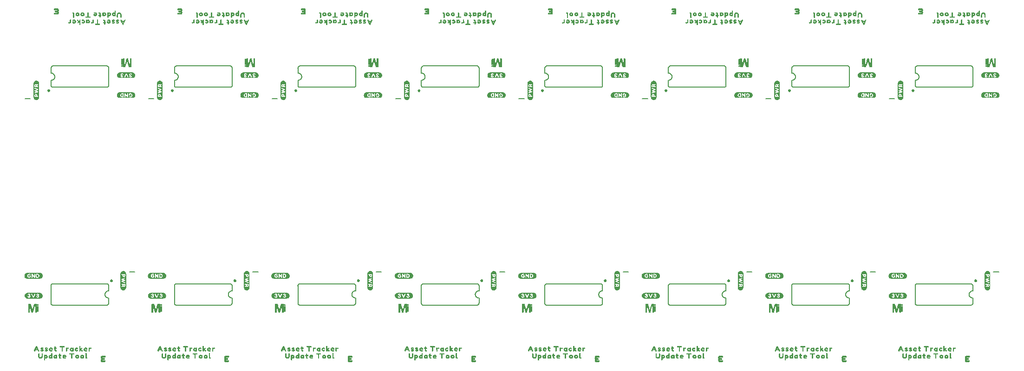
<source format=gto>
G04 EAGLE Gerber RS-274X export*
G75*
%MOMM*%
%FSLAX34Y34*%
%LPD*%
%INSilkscreen Top*%
%IPPOS*%
%AMOC8*
5,1,8,0,0,1.08239X$1,22.5*%
G01*
%ADD10C,0.203200*%
%ADD11C,0.254000*%
%ADD12R,0.640000X0.040000*%
%ADD13R,0.800000X0.040000*%
%ADD14R,0.840000X0.040000*%
%ADD15R,0.280000X0.040000*%
%ADD16R,0.600000X0.040000*%
%ADD17R,0.680000X0.040000*%
%ADD18R,0.760000X0.040000*%

G36*
X190840Y157812D02*
X190840Y157812D01*
X190844Y157817D01*
X190848Y157814D01*
X191348Y158014D01*
X191350Y158017D01*
X191352Y158016D01*
X191752Y158216D01*
X191755Y158222D01*
X191760Y158221D01*
X192560Y158821D01*
X192561Y158826D01*
X192565Y158825D01*
X193265Y159525D01*
X193266Y159534D01*
X193272Y159535D01*
X193571Y160032D01*
X193869Y160430D01*
X193869Y160440D01*
X193876Y160442D01*
X194076Y160942D01*
X194075Y160944D01*
X194077Y160945D01*
X194074Y160948D01*
X194078Y160950D01*
X194378Y162450D01*
X194375Y162457D01*
X194379Y162460D01*
X194379Y188160D01*
X194376Y188165D01*
X194379Y188168D01*
X194279Y188768D01*
X194276Y188770D01*
X194278Y188772D01*
X194178Y189172D01*
X194174Y189175D01*
X194176Y189178D01*
X193776Y190178D01*
X193773Y190180D01*
X193774Y190182D01*
X193574Y190582D01*
X193568Y190585D01*
X193569Y190590D01*
X193269Y190990D01*
X193264Y190991D01*
X193265Y190995D01*
X192867Y191392D01*
X192569Y191790D01*
X192560Y191792D01*
X192560Y191799D01*
X192160Y192099D01*
X192150Y192099D01*
X192148Y192106D01*
X191654Y192303D01*
X191260Y192599D01*
X191244Y192599D01*
X191240Y192608D01*
X190744Y192707D01*
X190248Y192906D01*
X190235Y192902D01*
X190230Y192909D01*
X189735Y192909D01*
X189240Y193008D01*
X189227Y193002D01*
X189220Y193008D01*
X187720Y192708D01*
X187716Y192703D01*
X187712Y192706D01*
X186712Y192306D01*
X186710Y192303D01*
X186708Y192304D01*
X186308Y192104D01*
X186303Y192094D01*
X186295Y192095D01*
X185898Y191697D01*
X185500Y191399D01*
X185498Y191390D01*
X185491Y191390D01*
X184891Y190590D01*
X184891Y190583D01*
X184886Y190582D01*
X184686Y190182D01*
X184687Y190179D01*
X184684Y190178D01*
X184284Y189178D01*
X184286Y189172D01*
X184282Y189170D01*
X184082Y188170D01*
X184085Y188163D01*
X184081Y188160D01*
X184081Y162260D01*
X184085Y162254D01*
X184082Y162250D01*
X184282Y161250D01*
X184287Y161246D01*
X184284Y161242D01*
X184684Y160242D01*
X184692Y160237D01*
X184691Y160230D01*
X185591Y159030D01*
X185600Y159028D01*
X185600Y159021D01*
X186800Y158121D01*
X186810Y158121D01*
X186812Y158114D01*
X187812Y157714D01*
X187818Y157716D01*
X187820Y157712D01*
X188320Y157612D01*
X188327Y157615D01*
X188330Y157611D01*
X188825Y157611D01*
X189320Y157512D01*
X189333Y157518D01*
X189340Y157512D01*
X190840Y157812D01*
G37*
G36*
X866073Y157812D02*
X866073Y157812D01*
X866078Y157817D01*
X866082Y157814D01*
X866582Y158014D01*
X866584Y158017D01*
X866586Y158016D01*
X866986Y158216D01*
X866989Y158222D01*
X866993Y158221D01*
X867793Y158821D01*
X867795Y158826D01*
X867798Y158825D01*
X868498Y159525D01*
X868500Y159534D01*
X868506Y159535D01*
X868804Y160032D01*
X869103Y160430D01*
X869103Y160440D01*
X869109Y160442D01*
X869309Y160942D01*
X869309Y160944D01*
X869310Y160945D01*
X869308Y160948D01*
X869312Y160950D01*
X869612Y162450D01*
X869609Y162457D01*
X869613Y162460D01*
X869613Y188160D01*
X869609Y188165D01*
X869612Y188168D01*
X869512Y188768D01*
X869510Y188770D01*
X869511Y188772D01*
X869411Y189172D01*
X869407Y189175D01*
X869409Y189178D01*
X869009Y190178D01*
X869007Y190180D01*
X869008Y190182D01*
X868808Y190582D01*
X868802Y190585D01*
X868803Y190590D01*
X868503Y190990D01*
X868498Y190991D01*
X868498Y190995D01*
X868101Y191392D01*
X867803Y191790D01*
X867793Y191792D01*
X867793Y191799D01*
X867393Y192099D01*
X867384Y192099D01*
X867382Y192106D01*
X866888Y192303D01*
X866493Y192599D01*
X866478Y192599D01*
X866473Y192608D01*
X865978Y192707D01*
X865482Y192906D01*
X865469Y192902D01*
X865464Y192909D01*
X864968Y192909D01*
X864473Y193008D01*
X864461Y193002D01*
X864454Y193008D01*
X862954Y192708D01*
X862949Y192703D01*
X862945Y192706D01*
X861945Y192306D01*
X861944Y192303D01*
X861942Y192304D01*
X861542Y192104D01*
X861536Y192094D01*
X861529Y192095D01*
X861131Y191697D01*
X860734Y191399D01*
X860731Y191390D01*
X860724Y191390D01*
X860124Y190590D01*
X860124Y190583D01*
X860120Y190582D01*
X859920Y190182D01*
X859920Y190179D01*
X859918Y190178D01*
X859518Y189178D01*
X859520Y189172D01*
X859515Y189170D01*
X859315Y188170D01*
X859318Y188163D01*
X859314Y188160D01*
X859314Y162260D01*
X859319Y162254D01*
X859315Y162250D01*
X859515Y161250D01*
X859520Y161246D01*
X859518Y161242D01*
X859918Y160242D01*
X859926Y160237D01*
X859924Y160230D01*
X860824Y159030D01*
X860834Y159028D01*
X860834Y159021D01*
X862034Y158121D01*
X862044Y158121D01*
X862045Y158114D01*
X863045Y157714D01*
X863052Y157716D01*
X863054Y157712D01*
X863554Y157612D01*
X863560Y157615D01*
X863564Y157611D01*
X864059Y157611D01*
X864554Y157512D01*
X864566Y157518D01*
X864573Y157512D01*
X866073Y157812D01*
G37*
G36*
X415909Y157812D02*
X415909Y157812D01*
X415914Y157817D01*
X415918Y157814D01*
X416418Y158014D01*
X416419Y158017D01*
X416421Y158016D01*
X416821Y158216D01*
X416824Y158222D01*
X416829Y158221D01*
X417629Y158821D01*
X417630Y158826D01*
X417634Y158825D01*
X418334Y159525D01*
X418335Y159534D01*
X418342Y159535D01*
X418640Y160032D01*
X418939Y160430D01*
X418939Y160440D01*
X418945Y160442D01*
X419145Y160942D01*
X419145Y160944D01*
X419146Y160945D01*
X419144Y160948D01*
X419148Y160950D01*
X419448Y162450D01*
X419445Y162457D01*
X419449Y162460D01*
X419449Y188160D01*
X419445Y188165D01*
X419448Y188168D01*
X419348Y188768D01*
X419346Y188770D01*
X419347Y188772D01*
X419247Y189172D01*
X419243Y189175D01*
X419245Y189178D01*
X418845Y190178D01*
X418842Y190180D01*
X418843Y190182D01*
X418643Y190582D01*
X418638Y190585D01*
X418639Y190590D01*
X418339Y190990D01*
X418334Y190991D01*
X418334Y190995D01*
X417937Y191392D01*
X417639Y191790D01*
X417629Y191792D01*
X417629Y191799D01*
X417229Y192099D01*
X417219Y192099D01*
X417218Y192106D01*
X416724Y192303D01*
X416329Y192599D01*
X416313Y192599D01*
X416309Y192608D01*
X415814Y192707D01*
X415318Y192906D01*
X415305Y192902D01*
X415299Y192909D01*
X414804Y192909D01*
X414309Y193008D01*
X414297Y193002D01*
X414290Y193008D01*
X412790Y192708D01*
X412785Y192703D01*
X412781Y192706D01*
X411781Y192306D01*
X411780Y192303D01*
X411777Y192304D01*
X411377Y192104D01*
X411372Y192094D01*
X411365Y192095D01*
X410967Y191697D01*
X410570Y191399D01*
X410567Y191390D01*
X410560Y191390D01*
X409960Y190590D01*
X409960Y190583D01*
X409955Y190582D01*
X409755Y190182D01*
X409756Y190179D01*
X409754Y190178D01*
X409354Y189178D01*
X409355Y189172D01*
X409351Y189170D01*
X409151Y188170D01*
X409154Y188163D01*
X409150Y188160D01*
X409150Y162260D01*
X409155Y162254D01*
X409151Y162250D01*
X409351Y161250D01*
X409356Y161246D01*
X409354Y161242D01*
X409754Y160242D01*
X409762Y160237D01*
X409760Y160230D01*
X410660Y159030D01*
X410670Y159028D01*
X410670Y159021D01*
X411870Y158121D01*
X411879Y158121D01*
X411881Y158114D01*
X412881Y157714D01*
X412888Y157716D01*
X412890Y157712D01*
X413390Y157612D01*
X413396Y157615D01*
X413399Y157611D01*
X413895Y157611D01*
X414390Y157512D01*
X414402Y157518D01*
X414409Y157512D01*
X415909Y157812D01*
G37*
G36*
X1541332Y157812D02*
X1541332Y157812D01*
X1541337Y157817D01*
X1541341Y157814D01*
X1541841Y158014D01*
X1541843Y158017D01*
X1541845Y158016D01*
X1542245Y158216D01*
X1542248Y158222D01*
X1542252Y158221D01*
X1543052Y158821D01*
X1543054Y158826D01*
X1543057Y158825D01*
X1543757Y159525D01*
X1543759Y159534D01*
X1543765Y159535D01*
X1544063Y160032D01*
X1544362Y160430D01*
X1544362Y160440D01*
X1544368Y160442D01*
X1544568Y160942D01*
X1544568Y160944D01*
X1544569Y160945D01*
X1544567Y160948D01*
X1544571Y160950D01*
X1544871Y162450D01*
X1544868Y162457D01*
X1544872Y162460D01*
X1544872Y188160D01*
X1544868Y188165D01*
X1544871Y188168D01*
X1544771Y188768D01*
X1544769Y188770D01*
X1544770Y188772D01*
X1544670Y189172D01*
X1544666Y189175D01*
X1544668Y189178D01*
X1544268Y190178D01*
X1544266Y190180D01*
X1544267Y190182D01*
X1544067Y190582D01*
X1544061Y190585D01*
X1544062Y190590D01*
X1543762Y190990D01*
X1543757Y190991D01*
X1543757Y190995D01*
X1543360Y191392D01*
X1543062Y191790D01*
X1543052Y191792D01*
X1543052Y191799D01*
X1542652Y192099D01*
X1542643Y192099D01*
X1542641Y192106D01*
X1542147Y192303D01*
X1541752Y192599D01*
X1541737Y192599D01*
X1541732Y192608D01*
X1541237Y192707D01*
X1540741Y192906D01*
X1540728Y192902D01*
X1540723Y192909D01*
X1540227Y192909D01*
X1539732Y193008D01*
X1539720Y193002D01*
X1539713Y193008D01*
X1538213Y192708D01*
X1538208Y192703D01*
X1538204Y192706D01*
X1537204Y192306D01*
X1537203Y192303D01*
X1537201Y192304D01*
X1536801Y192104D01*
X1536795Y192094D01*
X1536788Y192095D01*
X1536390Y191697D01*
X1535993Y191399D01*
X1535990Y191390D01*
X1535983Y191390D01*
X1535383Y190590D01*
X1535383Y190583D01*
X1535379Y190582D01*
X1535179Y190182D01*
X1535179Y190179D01*
X1535177Y190178D01*
X1534777Y189178D01*
X1534779Y189172D01*
X1534774Y189170D01*
X1534574Y188170D01*
X1534577Y188163D01*
X1534573Y188160D01*
X1534573Y162260D01*
X1534578Y162254D01*
X1534574Y162250D01*
X1534774Y161250D01*
X1534779Y161246D01*
X1534777Y161242D01*
X1535177Y160242D01*
X1535185Y160237D01*
X1535183Y160230D01*
X1536083Y159030D01*
X1536093Y159028D01*
X1536093Y159021D01*
X1537293Y158121D01*
X1537303Y158121D01*
X1537304Y158114D01*
X1538304Y157714D01*
X1538311Y157716D01*
X1538313Y157712D01*
X1538813Y157612D01*
X1538819Y157615D01*
X1538823Y157611D01*
X1539318Y157611D01*
X1539813Y157512D01*
X1539825Y157518D01*
X1539832Y157512D01*
X1541332Y157812D01*
G37*
G36*
X641004Y157812D02*
X641004Y157812D01*
X641008Y157817D01*
X641012Y157814D01*
X641512Y158014D01*
X641514Y158017D01*
X641516Y158016D01*
X641916Y158216D01*
X641919Y158222D01*
X641924Y158221D01*
X642724Y158821D01*
X642725Y158826D01*
X642729Y158825D01*
X643429Y159525D01*
X643430Y159534D01*
X643436Y159535D01*
X643735Y160032D01*
X644034Y160430D01*
X644034Y160440D01*
X644040Y160442D01*
X644240Y160942D01*
X644239Y160944D01*
X644241Y160945D01*
X644238Y160948D01*
X644242Y160950D01*
X644542Y162450D01*
X644539Y162457D01*
X644543Y162460D01*
X644543Y188160D01*
X644540Y188165D01*
X644543Y188168D01*
X644443Y188768D01*
X644441Y188770D01*
X644442Y188772D01*
X644342Y189172D01*
X644338Y189175D01*
X644340Y189178D01*
X643940Y190178D01*
X643937Y190180D01*
X643938Y190182D01*
X643738Y190582D01*
X643732Y190585D01*
X643734Y190590D01*
X643434Y190990D01*
X643428Y190991D01*
X643429Y190995D01*
X643032Y191392D01*
X642734Y191790D01*
X642724Y191792D01*
X642724Y191799D01*
X642324Y192099D01*
X642314Y192099D01*
X642312Y192106D01*
X641819Y192303D01*
X641424Y192599D01*
X641408Y192599D01*
X641404Y192608D01*
X640908Y192707D01*
X640412Y192906D01*
X640400Y192902D01*
X640394Y192909D01*
X639899Y192909D01*
X639404Y193008D01*
X639391Y193002D01*
X639385Y193008D01*
X637885Y192708D01*
X637880Y192703D01*
X637876Y192706D01*
X636876Y192306D01*
X636874Y192303D01*
X636872Y192304D01*
X636472Y192104D01*
X636467Y192094D01*
X636459Y192095D01*
X636062Y191697D01*
X635665Y191399D01*
X635662Y191390D01*
X635655Y191390D01*
X635055Y190590D01*
X635055Y190583D01*
X635050Y190582D01*
X634850Y190182D01*
X634851Y190179D01*
X634848Y190178D01*
X634448Y189178D01*
X634450Y189172D01*
X634446Y189170D01*
X634246Y188170D01*
X634249Y188163D01*
X634245Y188160D01*
X634245Y162260D01*
X634249Y162254D01*
X634246Y162250D01*
X634446Y161250D01*
X634451Y161246D01*
X634448Y161242D01*
X634848Y160242D01*
X634857Y160237D01*
X634855Y160230D01*
X635755Y159030D01*
X635765Y159028D01*
X635765Y159021D01*
X636965Y158121D01*
X636974Y158121D01*
X636976Y158114D01*
X637976Y157714D01*
X637982Y157716D01*
X637985Y157712D01*
X638485Y157612D01*
X638491Y157615D01*
X638494Y157611D01*
X638989Y157611D01*
X639485Y157512D01*
X639497Y157518D01*
X639504Y157512D01*
X641004Y157812D01*
G37*
G36*
X1766402Y157812D02*
X1766402Y157812D01*
X1766406Y157817D01*
X1766410Y157814D01*
X1766910Y158014D01*
X1766912Y158017D01*
X1766914Y158016D01*
X1767314Y158216D01*
X1767317Y158222D01*
X1767322Y158221D01*
X1768122Y158821D01*
X1768123Y158826D01*
X1768127Y158825D01*
X1768827Y159525D01*
X1768828Y159534D01*
X1768834Y159535D01*
X1769133Y160032D01*
X1769431Y160430D01*
X1769431Y160440D01*
X1769438Y160442D01*
X1769638Y160942D01*
X1769637Y160944D01*
X1769639Y160945D01*
X1769636Y160948D01*
X1769640Y160950D01*
X1769940Y162450D01*
X1769937Y162457D01*
X1769941Y162460D01*
X1769941Y188160D01*
X1769938Y188165D01*
X1769941Y188168D01*
X1769841Y188768D01*
X1769838Y188770D01*
X1769840Y188772D01*
X1769740Y189172D01*
X1769736Y189175D01*
X1769738Y189178D01*
X1769338Y190178D01*
X1769335Y190180D01*
X1769336Y190182D01*
X1769136Y190582D01*
X1769130Y190585D01*
X1769131Y190590D01*
X1768831Y190990D01*
X1768826Y190991D01*
X1768827Y190995D01*
X1768429Y191392D01*
X1768131Y191790D01*
X1768122Y191792D01*
X1768122Y191799D01*
X1767722Y192099D01*
X1767712Y192099D01*
X1767710Y192106D01*
X1767216Y192303D01*
X1766822Y192599D01*
X1766806Y192599D01*
X1766802Y192608D01*
X1766306Y192707D01*
X1765810Y192906D01*
X1765797Y192902D01*
X1765792Y192909D01*
X1765297Y192909D01*
X1764802Y193008D01*
X1764789Y193002D01*
X1764782Y193008D01*
X1763282Y192708D01*
X1763278Y192703D01*
X1763274Y192706D01*
X1762274Y192306D01*
X1762272Y192303D01*
X1762270Y192304D01*
X1761870Y192104D01*
X1761865Y192094D01*
X1761857Y192095D01*
X1761460Y191697D01*
X1761062Y191399D01*
X1761060Y191390D01*
X1761053Y191390D01*
X1760453Y190590D01*
X1760453Y190583D01*
X1760448Y190582D01*
X1760248Y190182D01*
X1760249Y190179D01*
X1760246Y190178D01*
X1759846Y189178D01*
X1759848Y189172D01*
X1759844Y189170D01*
X1759644Y188170D01*
X1759647Y188163D01*
X1759643Y188160D01*
X1759643Y162260D01*
X1759647Y162254D01*
X1759644Y162250D01*
X1759844Y161250D01*
X1759849Y161246D01*
X1759846Y161242D01*
X1760246Y160242D01*
X1760254Y160237D01*
X1760253Y160230D01*
X1761153Y159030D01*
X1761162Y159028D01*
X1761162Y159021D01*
X1762362Y158121D01*
X1762372Y158121D01*
X1762374Y158114D01*
X1763374Y157714D01*
X1763380Y157716D01*
X1763382Y157712D01*
X1763882Y157612D01*
X1763889Y157615D01*
X1763892Y157611D01*
X1764387Y157611D01*
X1764882Y157512D01*
X1764895Y157518D01*
X1764902Y157512D01*
X1766402Y157812D01*
G37*
G36*
X1316237Y157812D02*
X1316237Y157812D01*
X1316242Y157817D01*
X1316246Y157814D01*
X1316746Y158014D01*
X1316748Y158017D01*
X1316750Y158016D01*
X1317150Y158216D01*
X1317153Y158222D01*
X1317157Y158221D01*
X1317957Y158821D01*
X1317959Y158826D01*
X1317963Y158825D01*
X1318663Y159525D01*
X1318664Y159534D01*
X1318670Y159535D01*
X1318969Y160032D01*
X1319267Y160430D01*
X1319267Y160440D01*
X1319274Y160442D01*
X1319474Y160942D01*
X1319473Y160944D01*
X1319475Y160945D01*
X1319472Y160948D01*
X1319476Y160950D01*
X1319776Y162450D01*
X1319773Y162457D01*
X1319777Y162460D01*
X1319777Y188160D01*
X1319773Y188165D01*
X1319776Y188168D01*
X1319676Y188768D01*
X1319674Y188770D01*
X1319676Y188772D01*
X1319576Y189172D01*
X1319572Y189175D01*
X1319574Y189178D01*
X1319174Y190178D01*
X1319171Y190180D01*
X1319172Y190182D01*
X1318972Y190582D01*
X1318966Y190585D01*
X1318967Y190590D01*
X1318667Y190990D01*
X1318662Y190991D01*
X1318663Y190995D01*
X1318265Y191392D01*
X1317967Y191790D01*
X1317957Y191792D01*
X1317957Y191799D01*
X1317557Y192099D01*
X1317548Y192099D01*
X1317546Y192106D01*
X1317052Y192303D01*
X1316657Y192599D01*
X1316642Y192599D01*
X1316637Y192608D01*
X1316142Y192707D01*
X1315646Y192906D01*
X1315633Y192902D01*
X1315628Y192909D01*
X1315133Y192909D01*
X1314637Y193008D01*
X1314625Y193002D01*
X1314618Y193008D01*
X1313118Y192708D01*
X1313114Y192703D01*
X1313110Y192706D01*
X1312110Y192306D01*
X1312108Y192303D01*
X1312106Y192304D01*
X1311706Y192104D01*
X1311701Y192094D01*
X1311693Y192095D01*
X1311296Y191697D01*
X1310898Y191399D01*
X1310895Y191390D01*
X1310888Y191390D01*
X1310288Y190590D01*
X1310288Y190583D01*
X1310284Y190582D01*
X1310084Y190182D01*
X1310084Y190179D01*
X1310082Y190178D01*
X1309682Y189178D01*
X1309684Y189172D01*
X1309680Y189170D01*
X1309480Y188170D01*
X1309483Y188163D01*
X1309479Y188160D01*
X1309479Y162260D01*
X1309483Y162254D01*
X1309480Y162250D01*
X1309680Y161250D01*
X1309685Y161246D01*
X1309682Y161242D01*
X1310082Y160242D01*
X1310090Y160237D01*
X1310088Y160230D01*
X1310988Y159030D01*
X1310998Y159028D01*
X1310998Y159021D01*
X1312198Y158121D01*
X1312208Y158121D01*
X1312210Y158114D01*
X1313210Y157714D01*
X1313216Y157716D01*
X1313218Y157712D01*
X1313718Y157612D01*
X1313725Y157615D01*
X1313728Y157611D01*
X1314223Y157611D01*
X1314718Y157512D01*
X1314731Y157518D01*
X1314737Y157512D01*
X1316237Y157812D01*
G37*
G36*
X1091168Y157812D02*
X1091168Y157812D01*
X1091173Y157817D01*
X1091177Y157814D01*
X1091677Y158014D01*
X1091678Y158017D01*
X1091680Y158016D01*
X1092080Y158216D01*
X1092083Y158222D01*
X1092088Y158221D01*
X1092888Y158821D01*
X1092889Y158826D01*
X1092893Y158825D01*
X1093593Y159525D01*
X1093594Y159534D01*
X1093601Y159535D01*
X1093899Y160032D01*
X1094198Y160430D01*
X1094198Y160440D01*
X1094204Y160442D01*
X1094404Y160942D01*
X1094404Y160944D01*
X1094405Y160945D01*
X1094403Y160948D01*
X1094407Y160950D01*
X1094707Y162450D01*
X1094704Y162457D01*
X1094708Y162460D01*
X1094708Y188160D01*
X1094704Y188165D01*
X1094707Y188168D01*
X1094607Y188768D01*
X1094605Y188770D01*
X1094606Y188772D01*
X1094506Y189172D01*
X1094502Y189175D01*
X1094504Y189178D01*
X1094104Y190178D01*
X1094101Y190180D01*
X1094102Y190182D01*
X1093902Y190582D01*
X1093897Y190585D01*
X1093898Y190590D01*
X1093598Y190990D01*
X1093593Y190991D01*
X1093593Y190995D01*
X1093196Y191392D01*
X1092898Y191790D01*
X1092888Y191792D01*
X1092888Y191799D01*
X1092488Y192099D01*
X1092478Y192099D01*
X1092477Y192106D01*
X1091983Y192303D01*
X1091588Y192599D01*
X1091572Y192599D01*
X1091568Y192608D01*
X1091073Y192707D01*
X1090577Y192906D01*
X1090564Y192902D01*
X1090558Y192909D01*
X1090063Y192909D01*
X1089568Y193008D01*
X1089556Y193002D01*
X1089549Y193008D01*
X1088049Y192708D01*
X1088044Y192703D01*
X1088040Y192706D01*
X1087040Y192306D01*
X1087039Y192303D01*
X1087036Y192304D01*
X1086636Y192104D01*
X1086631Y192094D01*
X1086624Y192095D01*
X1086226Y191697D01*
X1085829Y191399D01*
X1085826Y191390D01*
X1085819Y191390D01*
X1085219Y190590D01*
X1085219Y190583D01*
X1085214Y190582D01*
X1085014Y190182D01*
X1085015Y190179D01*
X1085013Y190178D01*
X1084613Y189178D01*
X1084614Y189172D01*
X1084610Y189170D01*
X1084410Y188170D01*
X1084413Y188163D01*
X1084409Y188160D01*
X1084409Y162260D01*
X1084414Y162254D01*
X1084410Y162250D01*
X1084610Y161250D01*
X1084615Y161246D01*
X1084613Y161242D01*
X1085013Y160242D01*
X1085021Y160237D01*
X1085019Y160230D01*
X1085919Y159030D01*
X1085929Y159028D01*
X1085929Y159021D01*
X1087129Y158121D01*
X1087138Y158121D01*
X1087140Y158114D01*
X1088140Y157714D01*
X1088147Y157716D01*
X1088149Y157712D01*
X1088649Y157612D01*
X1088655Y157615D01*
X1088658Y157611D01*
X1089154Y157611D01*
X1089649Y157512D01*
X1089661Y157518D01*
X1089668Y157512D01*
X1091168Y157812D01*
G37*
G36*
X257364Y505792D02*
X257364Y505792D01*
X257368Y505797D01*
X257372Y505794D01*
X258372Y506194D01*
X258374Y506197D01*
X258376Y506196D01*
X258776Y506396D01*
X258781Y506406D01*
X258789Y506405D01*
X259186Y506803D01*
X259584Y507101D01*
X259587Y507110D01*
X259594Y507110D01*
X260194Y507910D01*
X260194Y507917D01*
X260198Y507918D01*
X260398Y508318D01*
X260398Y508321D01*
X260400Y508322D01*
X260800Y509322D01*
X260798Y509328D01*
X260802Y509330D01*
X261002Y510330D01*
X260999Y510337D01*
X261003Y510340D01*
X261003Y536240D01*
X260999Y536246D01*
X261002Y536250D01*
X260802Y537250D01*
X260797Y537254D01*
X260800Y537258D01*
X260400Y538258D01*
X260392Y538263D01*
X260394Y538270D01*
X259494Y539470D01*
X259484Y539472D01*
X259484Y539479D01*
X258284Y540379D01*
X258274Y540379D01*
X258272Y540386D01*
X257272Y540786D01*
X257266Y540784D01*
X257264Y540788D01*
X256764Y540888D01*
X256757Y540885D01*
X256754Y540889D01*
X256259Y540889D01*
X255764Y540988D01*
X255751Y540982D01*
X255745Y540988D01*
X254245Y540688D01*
X254240Y540683D01*
X254236Y540686D01*
X253736Y540486D01*
X253734Y540483D01*
X253732Y540484D01*
X253332Y540284D01*
X253329Y540278D01*
X253325Y540279D01*
X252525Y539679D01*
X252523Y539674D01*
X252519Y539675D01*
X251819Y538975D01*
X251818Y538966D01*
X251812Y538965D01*
X251513Y538468D01*
X251215Y538070D01*
X251215Y538062D01*
X251212Y538059D01*
X251208Y538058D01*
X251008Y537558D01*
X251010Y537552D01*
X251006Y537550D01*
X250706Y536050D01*
X250709Y536043D01*
X250705Y536040D01*
X250705Y510340D01*
X250709Y510335D01*
X250706Y510332D01*
X250806Y509732D01*
X250808Y509730D01*
X250806Y509728D01*
X250906Y509328D01*
X250910Y509325D01*
X250908Y509322D01*
X251308Y508322D01*
X251311Y508320D01*
X251310Y508318D01*
X251510Y507918D01*
X251516Y507915D01*
X251515Y507910D01*
X251815Y507510D01*
X251820Y507509D01*
X251819Y507505D01*
X252217Y507108D01*
X252515Y506710D01*
X252525Y506708D01*
X252525Y506701D01*
X252925Y506401D01*
X252934Y506401D01*
X252936Y506394D01*
X253430Y506197D01*
X253825Y505901D01*
X253840Y505901D01*
X253845Y505892D01*
X254340Y505793D01*
X254836Y505594D01*
X254849Y505598D01*
X254854Y505591D01*
X255349Y505591D01*
X255845Y505492D01*
X255857Y505498D01*
X255864Y505492D01*
X257364Y505792D01*
G37*
G36*
X707528Y505792D02*
X707528Y505792D01*
X707533Y505797D01*
X707537Y505794D01*
X708537Y506194D01*
X708538Y506197D01*
X708540Y506196D01*
X708940Y506396D01*
X708946Y506406D01*
X708953Y506405D01*
X709351Y506803D01*
X709748Y507101D01*
X709751Y507110D01*
X709758Y507110D01*
X710358Y507910D01*
X710358Y507917D01*
X710362Y507918D01*
X710562Y508318D01*
X710562Y508321D01*
X710564Y508322D01*
X710964Y509322D01*
X710962Y509328D01*
X710967Y509330D01*
X711167Y510330D01*
X711164Y510337D01*
X711168Y510340D01*
X711168Y536240D01*
X711163Y536246D01*
X711167Y536250D01*
X710967Y537250D01*
X710962Y537254D01*
X710964Y537258D01*
X710564Y538258D01*
X710556Y538263D01*
X710558Y538270D01*
X709658Y539470D01*
X709648Y539472D01*
X709648Y539479D01*
X708448Y540379D01*
X708438Y540379D01*
X708437Y540386D01*
X707437Y540786D01*
X707430Y540784D01*
X707428Y540788D01*
X706928Y540888D01*
X706922Y540885D01*
X706918Y540889D01*
X706423Y540889D01*
X705928Y540988D01*
X705916Y540982D01*
X705909Y540988D01*
X704409Y540688D01*
X704404Y540683D01*
X704400Y540686D01*
X703900Y540486D01*
X703899Y540483D01*
X703896Y540484D01*
X703496Y540284D01*
X703493Y540278D01*
X703489Y540279D01*
X702689Y539679D01*
X702687Y539674D01*
X702684Y539675D01*
X701984Y538975D01*
X701982Y538966D01*
X701976Y538965D01*
X701678Y538468D01*
X701379Y538070D01*
X701379Y538062D01*
X701376Y538059D01*
X701373Y538058D01*
X701173Y537558D01*
X701174Y537552D01*
X701170Y537550D01*
X700870Y536050D01*
X700873Y536043D01*
X700869Y536040D01*
X700869Y510340D01*
X700873Y510335D01*
X700870Y510332D01*
X700970Y509732D01*
X700972Y509730D01*
X700971Y509728D01*
X701071Y509328D01*
X701075Y509325D01*
X701073Y509322D01*
X701473Y508322D01*
X701475Y508320D01*
X701474Y508318D01*
X701674Y507918D01*
X701680Y507915D01*
X701679Y507910D01*
X701979Y507510D01*
X701984Y507509D01*
X701984Y507505D01*
X702381Y507108D01*
X702679Y506710D01*
X702689Y506708D01*
X702689Y506701D01*
X703089Y506401D01*
X703098Y506401D01*
X703100Y506394D01*
X703594Y506197D01*
X703989Y505901D01*
X704004Y505901D01*
X704009Y505892D01*
X704504Y505793D01*
X705000Y505594D01*
X705013Y505598D01*
X705018Y505591D01*
X705514Y505591D01*
X706009Y505492D01*
X706021Y505498D01*
X706028Y505492D01*
X707528Y505792D01*
G37*
G36*
X1157692Y505792D02*
X1157692Y505792D01*
X1157697Y505797D01*
X1157701Y505794D01*
X1158701Y506194D01*
X1158703Y506197D01*
X1158705Y506196D01*
X1159105Y506396D01*
X1159110Y506406D01*
X1159117Y506405D01*
X1159515Y506803D01*
X1159912Y507101D01*
X1159915Y507110D01*
X1159922Y507110D01*
X1160522Y507910D01*
X1160522Y507917D01*
X1160527Y507918D01*
X1160727Y508318D01*
X1160726Y508321D01*
X1160728Y508322D01*
X1161128Y509322D01*
X1161127Y509328D01*
X1161131Y509330D01*
X1161331Y510330D01*
X1161328Y510337D01*
X1161332Y510340D01*
X1161332Y536240D01*
X1161327Y536246D01*
X1161331Y536250D01*
X1161131Y537250D01*
X1161126Y537254D01*
X1161128Y537258D01*
X1160728Y538258D01*
X1160720Y538263D01*
X1160722Y538270D01*
X1159822Y539470D01*
X1159812Y539472D01*
X1159812Y539479D01*
X1158612Y540379D01*
X1158603Y540379D01*
X1158601Y540386D01*
X1157601Y540786D01*
X1157594Y540784D01*
X1157592Y540788D01*
X1157092Y540888D01*
X1157086Y540885D01*
X1157083Y540889D01*
X1156587Y540889D01*
X1156092Y540988D01*
X1156080Y540982D01*
X1156073Y540988D01*
X1154573Y540688D01*
X1154568Y540683D01*
X1154564Y540686D01*
X1154064Y540486D01*
X1154063Y540483D01*
X1154061Y540484D01*
X1153661Y540284D01*
X1153658Y540278D01*
X1153653Y540279D01*
X1152853Y539679D01*
X1152852Y539674D01*
X1152848Y539675D01*
X1152148Y538975D01*
X1152147Y538966D01*
X1152140Y538965D01*
X1151842Y538468D01*
X1151543Y538070D01*
X1151543Y538062D01*
X1151540Y538059D01*
X1151537Y538058D01*
X1151337Y537558D01*
X1151339Y537552D01*
X1151334Y537550D01*
X1151034Y536050D01*
X1151037Y536043D01*
X1151033Y536040D01*
X1151033Y510340D01*
X1151037Y510335D01*
X1151034Y510332D01*
X1151134Y509732D01*
X1151136Y509730D01*
X1151135Y509728D01*
X1151235Y509328D01*
X1151239Y509325D01*
X1151237Y509322D01*
X1151637Y508322D01*
X1151640Y508320D01*
X1151639Y508318D01*
X1151839Y507918D01*
X1151845Y507915D01*
X1151843Y507910D01*
X1152143Y507510D01*
X1152148Y507509D01*
X1152148Y507505D01*
X1152545Y507108D01*
X1152843Y506710D01*
X1152853Y506708D01*
X1152853Y506701D01*
X1153253Y506401D01*
X1153263Y506401D01*
X1153264Y506394D01*
X1153758Y506197D01*
X1154153Y505901D01*
X1154169Y505901D01*
X1154173Y505892D01*
X1154669Y505793D01*
X1155164Y505594D01*
X1155177Y505598D01*
X1155183Y505591D01*
X1155678Y505591D01*
X1156173Y505492D01*
X1156185Y505498D01*
X1156192Y505492D01*
X1157692Y505792D01*
G37*
G36*
X32269Y505792D02*
X32269Y505792D01*
X32274Y505797D01*
X32278Y505794D01*
X33278Y506194D01*
X33279Y506197D01*
X33281Y506196D01*
X33681Y506396D01*
X33687Y506406D01*
X33694Y506405D01*
X34092Y506803D01*
X34489Y507101D01*
X34492Y507110D01*
X34499Y507110D01*
X35099Y507910D01*
X35099Y507917D01*
X35103Y507918D01*
X35303Y508318D01*
X35303Y508321D01*
X35305Y508322D01*
X35705Y509322D01*
X35703Y509328D01*
X35708Y509330D01*
X35908Y510330D01*
X35905Y510337D01*
X35909Y510340D01*
X35909Y536240D01*
X35904Y536246D01*
X35908Y536250D01*
X35708Y537250D01*
X35703Y537254D01*
X35705Y537258D01*
X35305Y538258D01*
X35297Y538263D01*
X35299Y538270D01*
X34399Y539470D01*
X34389Y539472D01*
X34389Y539479D01*
X33189Y540379D01*
X33179Y540379D01*
X33178Y540386D01*
X32178Y540786D01*
X32171Y540784D01*
X32169Y540788D01*
X31669Y540888D01*
X31663Y540885D01*
X31659Y540889D01*
X31164Y540889D01*
X30669Y540988D01*
X30657Y540982D01*
X30650Y540988D01*
X29150Y540688D01*
X29145Y540683D01*
X29141Y540686D01*
X28641Y540486D01*
X28640Y540483D01*
X28637Y540484D01*
X28237Y540284D01*
X28234Y540278D01*
X28230Y540279D01*
X27430Y539679D01*
X27428Y539674D01*
X27425Y539675D01*
X26725Y538975D01*
X26723Y538966D01*
X26717Y538965D01*
X26419Y538468D01*
X26120Y538070D01*
X26120Y538062D01*
X26117Y538059D01*
X26114Y538058D01*
X25914Y537558D01*
X25915Y537552D01*
X25911Y537550D01*
X25611Y536050D01*
X25614Y536043D01*
X25610Y536040D01*
X25610Y510340D01*
X25614Y510335D01*
X25611Y510332D01*
X25711Y509732D01*
X25713Y509730D01*
X25712Y509728D01*
X25812Y509328D01*
X25816Y509325D01*
X25814Y509322D01*
X26214Y508322D01*
X26216Y508320D01*
X26215Y508318D01*
X26415Y507918D01*
X26421Y507915D01*
X26420Y507910D01*
X26720Y507510D01*
X26725Y507509D01*
X26725Y507505D01*
X27122Y507108D01*
X27420Y506710D01*
X27430Y506708D01*
X27430Y506701D01*
X27830Y506401D01*
X27839Y506401D01*
X27841Y506394D01*
X28335Y506197D01*
X28730Y505901D01*
X28745Y505901D01*
X28750Y505892D01*
X29245Y505793D01*
X29741Y505594D01*
X29754Y505598D01*
X29759Y505591D01*
X30255Y505591D01*
X30750Y505492D01*
X30762Y505498D01*
X30769Y505492D01*
X32269Y505792D01*
G37*
G36*
X932597Y505792D02*
X932597Y505792D01*
X932602Y505797D01*
X932606Y505794D01*
X933606Y506194D01*
X933608Y506197D01*
X933610Y506196D01*
X934010Y506396D01*
X934015Y506406D01*
X934023Y506405D01*
X934420Y506803D01*
X934817Y507101D01*
X934820Y507110D01*
X934827Y507110D01*
X935427Y507910D01*
X935427Y507917D01*
X935432Y507918D01*
X935632Y508318D01*
X935631Y508321D01*
X935634Y508322D01*
X936034Y509322D01*
X936032Y509328D01*
X936036Y509330D01*
X936236Y510330D01*
X936233Y510337D01*
X936237Y510340D01*
X936237Y536240D01*
X936233Y536246D01*
X936236Y536250D01*
X936036Y537250D01*
X936031Y537254D01*
X936034Y537258D01*
X935634Y538258D01*
X935625Y538263D01*
X935627Y538270D01*
X934727Y539470D01*
X934717Y539472D01*
X934717Y539479D01*
X933517Y540379D01*
X933508Y540379D01*
X933506Y540386D01*
X932506Y540786D01*
X932500Y540784D01*
X932497Y540788D01*
X931997Y540888D01*
X931991Y540885D01*
X931988Y540889D01*
X931493Y540889D01*
X930997Y540988D01*
X930985Y540982D01*
X930978Y540988D01*
X929478Y540688D01*
X929474Y540683D01*
X929470Y540686D01*
X928970Y540486D01*
X928968Y540483D01*
X928966Y540484D01*
X928566Y540284D01*
X928563Y540278D01*
X928558Y540279D01*
X927758Y539679D01*
X927757Y539674D01*
X927753Y539675D01*
X927053Y538975D01*
X927052Y538966D01*
X927046Y538965D01*
X926747Y538468D01*
X926448Y538070D01*
X926448Y538062D01*
X926445Y538059D01*
X926442Y538058D01*
X926242Y537558D01*
X926244Y537552D01*
X926240Y537550D01*
X925940Y536050D01*
X925943Y536043D01*
X925939Y536040D01*
X925939Y510340D01*
X925942Y510335D01*
X925939Y510332D01*
X926039Y509732D01*
X926041Y509730D01*
X926040Y509728D01*
X926140Y509328D01*
X926144Y509325D01*
X926142Y509322D01*
X926542Y508322D01*
X926545Y508320D01*
X926544Y508318D01*
X926744Y507918D01*
X926750Y507915D01*
X926748Y507910D01*
X927048Y507510D01*
X927054Y507509D01*
X927053Y507505D01*
X927450Y507108D01*
X927748Y506710D01*
X927758Y506708D01*
X927758Y506701D01*
X928158Y506401D01*
X928168Y506401D01*
X928170Y506394D01*
X928663Y506197D01*
X929058Y505901D01*
X929074Y505901D01*
X929078Y505892D01*
X929574Y505793D01*
X930070Y505594D01*
X930082Y505598D01*
X930088Y505591D01*
X930583Y505591D01*
X931078Y505492D01*
X931091Y505498D01*
X931097Y505492D01*
X932597Y505792D01*
G37*
G36*
X1382762Y505792D02*
X1382762Y505792D01*
X1382766Y505797D01*
X1382770Y505794D01*
X1383770Y506194D01*
X1383772Y506197D01*
X1383774Y506196D01*
X1384174Y506396D01*
X1384179Y506406D01*
X1384187Y506405D01*
X1384584Y506803D01*
X1384982Y507101D01*
X1384984Y507110D01*
X1384991Y507110D01*
X1385591Y507910D01*
X1385591Y507917D01*
X1385596Y507918D01*
X1385796Y508318D01*
X1385795Y508321D01*
X1385798Y508322D01*
X1386198Y509322D01*
X1386196Y509328D01*
X1386200Y509330D01*
X1386400Y510330D01*
X1386397Y510337D01*
X1386401Y510340D01*
X1386401Y536240D01*
X1386397Y536246D01*
X1386400Y536250D01*
X1386200Y537250D01*
X1386195Y537254D01*
X1386198Y537258D01*
X1385798Y538258D01*
X1385790Y538263D01*
X1385791Y538270D01*
X1384891Y539470D01*
X1384882Y539472D01*
X1384882Y539479D01*
X1383682Y540379D01*
X1383672Y540379D01*
X1383670Y540386D01*
X1382670Y540786D01*
X1382664Y540784D01*
X1382662Y540788D01*
X1382162Y540888D01*
X1382155Y540885D01*
X1382152Y540889D01*
X1381657Y540889D01*
X1381162Y540988D01*
X1381149Y540982D01*
X1381142Y540988D01*
X1379642Y540688D01*
X1379638Y540683D01*
X1379634Y540686D01*
X1379134Y540486D01*
X1379132Y540483D01*
X1379130Y540484D01*
X1378730Y540284D01*
X1378727Y540278D01*
X1378722Y540279D01*
X1377922Y539679D01*
X1377921Y539674D01*
X1377917Y539675D01*
X1377217Y538975D01*
X1377216Y538966D01*
X1377210Y538965D01*
X1376911Y538468D01*
X1376613Y538070D01*
X1376613Y538062D01*
X1376609Y538059D01*
X1376606Y538058D01*
X1376406Y537558D01*
X1376408Y537552D01*
X1376404Y537550D01*
X1376104Y536050D01*
X1376107Y536043D01*
X1376103Y536040D01*
X1376103Y510340D01*
X1376106Y510335D01*
X1376103Y510332D01*
X1376203Y509732D01*
X1376206Y509730D01*
X1376204Y509728D01*
X1376304Y509328D01*
X1376308Y509325D01*
X1376306Y509322D01*
X1376706Y508322D01*
X1376709Y508320D01*
X1376708Y508318D01*
X1376908Y507918D01*
X1376914Y507915D01*
X1376913Y507910D01*
X1377213Y507510D01*
X1377218Y507509D01*
X1377217Y507505D01*
X1377615Y507108D01*
X1377913Y506710D01*
X1377922Y506708D01*
X1377922Y506701D01*
X1378322Y506401D01*
X1378332Y506401D01*
X1378334Y506394D01*
X1378828Y506197D01*
X1379222Y505901D01*
X1379238Y505901D01*
X1379242Y505892D01*
X1379738Y505793D01*
X1380234Y505594D01*
X1380247Y505598D01*
X1380252Y505591D01*
X1380747Y505591D01*
X1381242Y505492D01*
X1381255Y505498D01*
X1381262Y505492D01*
X1382762Y505792D01*
G37*
G36*
X482433Y505792D02*
X482433Y505792D01*
X482438Y505797D01*
X482442Y505794D01*
X483442Y506194D01*
X483444Y506197D01*
X483446Y506196D01*
X483846Y506396D01*
X483851Y506406D01*
X483858Y506405D01*
X484256Y506803D01*
X484653Y507101D01*
X484656Y507110D01*
X484663Y507110D01*
X485263Y507910D01*
X485263Y507917D01*
X485268Y507918D01*
X485468Y508318D01*
X485467Y508321D01*
X485469Y508322D01*
X485869Y509322D01*
X485868Y509328D01*
X485872Y509330D01*
X486072Y510330D01*
X486069Y510337D01*
X486073Y510340D01*
X486073Y536240D01*
X486068Y536246D01*
X486072Y536250D01*
X485872Y537250D01*
X485867Y537254D01*
X485869Y537258D01*
X485469Y538258D01*
X485461Y538263D01*
X485463Y538270D01*
X484563Y539470D01*
X484553Y539472D01*
X484553Y539479D01*
X483353Y540379D01*
X483344Y540379D01*
X483342Y540386D01*
X482342Y540786D01*
X482335Y540784D01*
X482333Y540788D01*
X481833Y540888D01*
X481827Y540885D01*
X481824Y540889D01*
X481328Y540889D01*
X480833Y540988D01*
X480821Y540982D01*
X480814Y540988D01*
X479314Y540688D01*
X479309Y540683D01*
X479305Y540686D01*
X478805Y540486D01*
X478804Y540483D01*
X478802Y540484D01*
X478402Y540284D01*
X478399Y540278D01*
X478394Y540279D01*
X477594Y539679D01*
X477593Y539674D01*
X477589Y539675D01*
X476889Y538975D01*
X476888Y538966D01*
X476881Y538965D01*
X476583Y538468D01*
X476284Y538070D01*
X476284Y538062D01*
X476281Y538059D01*
X476278Y538058D01*
X476078Y537558D01*
X476080Y537552D01*
X476075Y537550D01*
X475775Y536050D01*
X475778Y536043D01*
X475774Y536040D01*
X475774Y510340D01*
X475778Y510335D01*
X475775Y510332D01*
X475875Y509732D01*
X475877Y509730D01*
X475876Y509728D01*
X475976Y509328D01*
X475980Y509325D01*
X475978Y509322D01*
X476378Y508322D01*
X476381Y508320D01*
X476380Y508318D01*
X476580Y507918D01*
X476586Y507915D01*
X476584Y507910D01*
X476884Y507510D01*
X476889Y507509D01*
X476889Y507505D01*
X477286Y507108D01*
X477584Y506710D01*
X477594Y506708D01*
X477594Y506701D01*
X477994Y506401D01*
X478004Y506401D01*
X478005Y506394D01*
X478499Y506197D01*
X478894Y505901D01*
X478910Y505901D01*
X478914Y505892D01*
X479410Y505793D01*
X479905Y505594D01*
X479918Y505598D01*
X479924Y505591D01*
X480419Y505591D01*
X480914Y505492D01*
X480926Y505498D01*
X480933Y505492D01*
X482433Y505792D01*
G37*
G36*
X1607831Y505792D02*
X1607831Y505792D01*
X1607836Y505797D01*
X1607840Y505794D01*
X1608840Y506194D01*
X1608841Y506197D01*
X1608843Y506196D01*
X1609243Y506396D01*
X1609249Y506406D01*
X1609256Y506405D01*
X1609654Y506803D01*
X1610051Y507101D01*
X1610054Y507110D01*
X1610061Y507110D01*
X1610661Y507910D01*
X1610661Y507917D01*
X1610665Y507918D01*
X1610865Y508318D01*
X1610865Y508321D01*
X1610867Y508322D01*
X1611267Y509322D01*
X1611265Y509328D01*
X1611270Y509330D01*
X1611470Y510330D01*
X1611467Y510337D01*
X1611471Y510340D01*
X1611471Y536240D01*
X1611466Y536246D01*
X1611470Y536250D01*
X1611270Y537250D01*
X1611265Y537254D01*
X1611267Y537258D01*
X1610867Y538258D01*
X1610859Y538263D01*
X1610861Y538270D01*
X1609961Y539470D01*
X1609951Y539472D01*
X1609951Y539479D01*
X1608751Y540379D01*
X1608741Y540379D01*
X1608740Y540386D01*
X1607740Y540786D01*
X1607733Y540784D01*
X1607731Y540788D01*
X1607231Y540888D01*
X1607225Y540885D01*
X1607221Y540889D01*
X1606726Y540889D01*
X1606231Y540988D01*
X1606219Y540982D01*
X1606212Y540988D01*
X1604712Y540688D01*
X1604707Y540683D01*
X1604703Y540686D01*
X1604203Y540486D01*
X1604202Y540483D01*
X1604199Y540484D01*
X1603799Y540284D01*
X1603796Y540278D01*
X1603792Y540279D01*
X1602992Y539679D01*
X1602990Y539674D01*
X1602987Y539675D01*
X1602287Y538975D01*
X1602285Y538966D01*
X1602279Y538965D01*
X1601981Y538468D01*
X1601682Y538070D01*
X1601682Y538062D01*
X1601679Y538059D01*
X1601676Y538058D01*
X1601476Y537558D01*
X1601477Y537552D01*
X1601473Y537550D01*
X1601173Y536050D01*
X1601176Y536043D01*
X1601172Y536040D01*
X1601172Y510340D01*
X1601176Y510335D01*
X1601173Y510332D01*
X1601273Y509732D01*
X1601275Y509730D01*
X1601274Y509728D01*
X1601374Y509328D01*
X1601378Y509325D01*
X1601376Y509322D01*
X1601776Y508322D01*
X1601778Y508320D01*
X1601777Y508318D01*
X1601977Y507918D01*
X1601983Y507915D01*
X1601982Y507910D01*
X1602282Y507510D01*
X1602287Y507509D01*
X1602287Y507505D01*
X1602684Y507108D01*
X1602982Y506710D01*
X1602992Y506708D01*
X1602992Y506701D01*
X1603392Y506401D01*
X1603401Y506401D01*
X1603403Y506394D01*
X1603897Y506197D01*
X1604292Y505901D01*
X1604307Y505901D01*
X1604312Y505892D01*
X1604807Y505793D01*
X1605303Y505594D01*
X1605316Y505598D01*
X1605321Y505591D01*
X1605817Y505591D01*
X1606312Y505492D01*
X1606324Y505498D01*
X1606331Y505492D01*
X1607831Y505792D01*
G37*
G36*
X487600Y179000D02*
X487600Y179000D01*
X487604Y178997D01*
X488099Y179096D01*
X488594Y179096D01*
X488605Y179104D01*
X488612Y179099D01*
X489112Y179299D01*
X489114Y179302D01*
X489116Y179301D01*
X489515Y179500D01*
X490012Y179699D01*
X490017Y179707D01*
X490024Y179706D01*
X491224Y180606D01*
X491227Y180615D01*
X491234Y180615D01*
X491534Y181015D01*
X491534Y181019D01*
X491536Y181020D01*
X491836Y181520D01*
X491836Y181523D01*
X491838Y181523D01*
X492038Y181923D01*
X492038Y181926D01*
X492040Y181927D01*
X492440Y182927D01*
X492438Y182933D01*
X492442Y182935D01*
X492542Y183435D01*
X492539Y183442D01*
X492543Y183445D01*
X492543Y184945D01*
X492539Y184951D01*
X492542Y184955D01*
X492442Y185455D01*
X492437Y185459D01*
X492440Y185463D01*
X492240Y185963D01*
X492237Y185965D01*
X492238Y185967D01*
X492039Y186365D01*
X491840Y186863D01*
X491832Y186868D01*
X491834Y186875D01*
X491234Y187675D01*
X491224Y187677D01*
X491224Y187684D01*
X490024Y188584D01*
X490014Y188584D01*
X490012Y188591D01*
X488512Y189191D01*
X488505Y189189D01*
X488504Y189191D01*
X488497Y189191D01*
X488494Y189194D01*
X487999Y189194D01*
X487504Y189293D01*
X487497Y189290D01*
X487494Y189294D01*
X464194Y189294D01*
X464186Y189288D01*
X464175Y189290D01*
X464172Y189277D01*
X464147Y189258D01*
X464132Y189276D01*
X464103Y189283D01*
X464098Y189289D01*
X464094Y189294D01*
X463894Y189294D01*
X463888Y189290D01*
X463885Y189293D01*
X462385Y188993D01*
X462378Y188986D01*
X462372Y188989D01*
X461972Y188789D01*
X461971Y188786D01*
X461969Y188787D01*
X461471Y188488D01*
X461072Y188289D01*
X461067Y188279D01*
X461059Y188280D01*
X460662Y187882D01*
X460265Y187584D01*
X460262Y187575D01*
X460255Y187575D01*
X459955Y187175D01*
X459955Y187171D01*
X459952Y187170D01*
X459652Y186670D01*
X459652Y186667D01*
X459650Y186667D01*
X459450Y186267D01*
X459451Y186264D01*
X459448Y186263D01*
X459248Y185763D01*
X459250Y185759D01*
X459246Y185756D01*
X459247Y185755D01*
X459246Y185755D01*
X459046Y184755D01*
X459049Y184748D01*
X459045Y184745D01*
X459045Y183245D01*
X459053Y183234D01*
X459048Y183227D01*
X459247Y182731D01*
X459346Y182235D01*
X459353Y182229D01*
X459350Y182223D01*
X459550Y181823D01*
X459553Y181822D01*
X459552Y181820D01*
X459852Y181320D01*
X459856Y181318D01*
X459855Y181315D01*
X460455Y180515D01*
X460465Y180513D01*
X460465Y180506D01*
X461665Y179606D01*
X461674Y179606D01*
X461676Y179599D01*
X462676Y179199D01*
X462682Y179201D01*
X462685Y179197D01*
X463685Y178997D01*
X463691Y179000D01*
X463694Y178996D01*
X487594Y178996D01*
X487600Y179000D01*
G37*
G36*
X262505Y179000D02*
X262505Y179000D01*
X262509Y178997D01*
X263004Y179096D01*
X263499Y179096D01*
X263510Y179104D01*
X263518Y179099D01*
X264018Y179299D01*
X264019Y179302D01*
X264021Y179301D01*
X264420Y179500D01*
X264918Y179699D01*
X264923Y179707D01*
X264929Y179706D01*
X266129Y180606D01*
X266132Y180615D01*
X266139Y180615D01*
X266439Y181015D01*
X266439Y181019D01*
X266442Y181020D01*
X266742Y181520D01*
X266741Y181523D01*
X266743Y181523D01*
X266943Y181923D01*
X266943Y181926D01*
X266945Y181927D01*
X267345Y182927D01*
X267343Y182933D01*
X267348Y182935D01*
X267448Y183435D01*
X267445Y183442D01*
X267449Y183445D01*
X267449Y184945D01*
X267444Y184951D01*
X267448Y184955D01*
X267348Y185455D01*
X267343Y185459D01*
X267345Y185463D01*
X267145Y185963D01*
X267142Y185965D01*
X267143Y185967D01*
X266944Y186365D01*
X266745Y186863D01*
X266737Y186868D01*
X266739Y186875D01*
X266139Y187675D01*
X266129Y187677D01*
X266129Y187684D01*
X264929Y188584D01*
X264919Y188584D01*
X264918Y188591D01*
X263418Y189191D01*
X263410Y189189D01*
X263409Y189191D01*
X263402Y189191D01*
X263399Y189194D01*
X262904Y189194D01*
X262409Y189293D01*
X262403Y189290D01*
X262399Y189294D01*
X239099Y189294D01*
X239091Y189288D01*
X239080Y189290D01*
X239077Y189277D01*
X239052Y189258D01*
X239038Y189276D01*
X239008Y189283D01*
X239004Y189289D01*
X239003Y189289D01*
X238999Y189294D01*
X238799Y189294D01*
X238794Y189290D01*
X238790Y189293D01*
X237290Y188993D01*
X237283Y188986D01*
X237277Y188989D01*
X236877Y188789D01*
X236876Y188786D01*
X236874Y188787D01*
X236376Y188488D01*
X235977Y188289D01*
X235972Y188279D01*
X235965Y188280D01*
X235567Y187882D01*
X235170Y187584D01*
X235167Y187575D01*
X235160Y187575D01*
X234860Y187175D01*
X234860Y187171D01*
X234857Y187170D01*
X234557Y186670D01*
X234558Y186667D01*
X234555Y186667D01*
X234355Y186267D01*
X234356Y186264D01*
X234354Y186263D01*
X234154Y185763D01*
X234155Y185759D01*
X234152Y185756D01*
X234152Y185755D01*
X234151Y185755D01*
X233951Y184755D01*
X233954Y184748D01*
X233950Y184745D01*
X233950Y183245D01*
X233958Y183234D01*
X233954Y183227D01*
X234152Y182731D01*
X234251Y182235D01*
X234258Y182229D01*
X234255Y182223D01*
X234455Y181823D01*
X234458Y181822D01*
X234457Y181820D01*
X234757Y181320D01*
X234761Y181318D01*
X234760Y181315D01*
X235360Y180515D01*
X235370Y180513D01*
X235370Y180506D01*
X236570Y179606D01*
X236579Y179606D01*
X236581Y179599D01*
X237581Y179199D01*
X237588Y179201D01*
X237590Y179197D01*
X238590Y178997D01*
X238596Y179000D01*
X238599Y178996D01*
X262499Y178996D01*
X262505Y179000D01*
G37*
G36*
X37436Y179000D02*
X37436Y179000D01*
X37440Y178997D01*
X37935Y179096D01*
X38430Y179096D01*
X38441Y179104D01*
X38448Y179099D01*
X38948Y179299D01*
X38950Y179302D01*
X38952Y179301D01*
X39350Y179500D01*
X39848Y179699D01*
X39853Y179707D01*
X39860Y179706D01*
X41060Y180606D01*
X41062Y180615D01*
X41069Y180615D01*
X41369Y181015D01*
X41369Y181019D01*
X41372Y181020D01*
X41672Y181520D01*
X41672Y181523D01*
X41674Y181523D01*
X41874Y181923D01*
X41873Y181926D01*
X41876Y181927D01*
X42276Y182927D01*
X42274Y182933D01*
X42278Y182935D01*
X42378Y183435D01*
X42375Y183442D01*
X42379Y183445D01*
X42379Y184945D01*
X42375Y184951D01*
X42378Y184955D01*
X42278Y185455D01*
X42273Y185459D01*
X42276Y185463D01*
X42076Y185963D01*
X42073Y185965D01*
X42074Y185967D01*
X41875Y186365D01*
X41676Y186863D01*
X41668Y186868D01*
X41669Y186875D01*
X41069Y187675D01*
X41060Y187677D01*
X41060Y187684D01*
X39860Y188584D01*
X39850Y188584D01*
X39848Y188591D01*
X38348Y189191D01*
X38341Y189189D01*
X38339Y189191D01*
X38333Y189191D01*
X38330Y189194D01*
X37835Y189194D01*
X37340Y189293D01*
X37333Y189290D01*
X37330Y189294D01*
X14030Y189294D01*
X14021Y189288D01*
X14011Y189290D01*
X14007Y189277D01*
X13983Y189258D01*
X13968Y189276D01*
X13939Y189283D01*
X13934Y189289D01*
X13930Y189294D01*
X13730Y189294D01*
X13724Y189290D01*
X13720Y189293D01*
X12220Y188993D01*
X12214Y188986D01*
X12208Y188989D01*
X11808Y188789D01*
X11807Y188786D01*
X11805Y188787D01*
X11307Y188488D01*
X10908Y188289D01*
X10903Y188279D01*
X10895Y188280D01*
X10498Y187882D01*
X10100Y187584D01*
X10098Y187575D01*
X10091Y187575D01*
X9791Y187175D01*
X9791Y187171D01*
X9788Y187170D01*
X9488Y186670D01*
X9488Y186667D01*
X9486Y186667D01*
X9286Y186267D01*
X9287Y186264D01*
X9284Y186263D01*
X9084Y185763D01*
X9086Y185759D01*
X9082Y185756D01*
X9083Y185755D01*
X9082Y185755D01*
X8882Y184755D01*
X8885Y184748D01*
X8881Y184745D01*
X8881Y183245D01*
X8889Y183234D01*
X8884Y183227D01*
X9083Y182731D01*
X9182Y182235D01*
X9189Y182229D01*
X9186Y182223D01*
X9386Y181823D01*
X9389Y181822D01*
X9388Y181820D01*
X9688Y181320D01*
X9691Y181318D01*
X9691Y181315D01*
X10291Y180515D01*
X10300Y180513D01*
X10300Y180506D01*
X11500Y179606D01*
X11510Y179606D01*
X11512Y179599D01*
X12512Y179199D01*
X12518Y179201D01*
X12520Y179197D01*
X13520Y178997D01*
X13527Y179000D01*
X13530Y178996D01*
X37430Y178996D01*
X37436Y179000D01*
G37*
G36*
X1162834Y179000D02*
X1162834Y179000D01*
X1162837Y178997D01*
X1163333Y179096D01*
X1163828Y179096D01*
X1163839Y179104D01*
X1163846Y179099D01*
X1164346Y179299D01*
X1164348Y179302D01*
X1164350Y179301D01*
X1164748Y179500D01*
X1165246Y179699D01*
X1165251Y179707D01*
X1165257Y179706D01*
X1166457Y180606D01*
X1166460Y180615D01*
X1166467Y180615D01*
X1166767Y181015D01*
X1166767Y181019D01*
X1166770Y181020D01*
X1167070Y181520D01*
X1167070Y181523D01*
X1167072Y181523D01*
X1167272Y181923D01*
X1167271Y181926D01*
X1167274Y181927D01*
X1167674Y182927D01*
X1167672Y182933D01*
X1167676Y182935D01*
X1167776Y183435D01*
X1167773Y183442D01*
X1167777Y183445D01*
X1167777Y184945D01*
X1167773Y184951D01*
X1167776Y184955D01*
X1167676Y185455D01*
X1167671Y185459D01*
X1167674Y185463D01*
X1167474Y185963D01*
X1167471Y185965D01*
X1167472Y185967D01*
X1167273Y186365D01*
X1167074Y186863D01*
X1167065Y186868D01*
X1167067Y186875D01*
X1166467Y187675D01*
X1166457Y187677D01*
X1166457Y187684D01*
X1165257Y188584D01*
X1165248Y188584D01*
X1165246Y188591D01*
X1163746Y189191D01*
X1163739Y189189D01*
X1163737Y189191D01*
X1163731Y189191D01*
X1163728Y189194D01*
X1163233Y189194D01*
X1162737Y189293D01*
X1162731Y189290D01*
X1162728Y189294D01*
X1139428Y189294D01*
X1139419Y189288D01*
X1139409Y189290D01*
X1139405Y189277D01*
X1139380Y189258D01*
X1139366Y189276D01*
X1139336Y189283D01*
X1139332Y189289D01*
X1139328Y189294D01*
X1139128Y189294D01*
X1139122Y189290D01*
X1139118Y189293D01*
X1137618Y188993D01*
X1137612Y188986D01*
X1137606Y188989D01*
X1137206Y188789D01*
X1137204Y188786D01*
X1137202Y188787D01*
X1136704Y188488D01*
X1136306Y188289D01*
X1136301Y188279D01*
X1136293Y188280D01*
X1135896Y187882D01*
X1135498Y187584D01*
X1135495Y187575D01*
X1135488Y187575D01*
X1135188Y187175D01*
X1135188Y187171D01*
X1135186Y187170D01*
X1134886Y186670D01*
X1134886Y186667D01*
X1134884Y186667D01*
X1134684Y186267D01*
X1134684Y186264D01*
X1134682Y186263D01*
X1134482Y185763D01*
X1134483Y185759D01*
X1134480Y185756D01*
X1134481Y185755D01*
X1134480Y185755D01*
X1134280Y184755D01*
X1134283Y184748D01*
X1134279Y184745D01*
X1134279Y183245D01*
X1134287Y183234D01*
X1134282Y183227D01*
X1134480Y182731D01*
X1134580Y182235D01*
X1134587Y182229D01*
X1134584Y182223D01*
X1134784Y181823D01*
X1134786Y181822D01*
X1134786Y181820D01*
X1135086Y181320D01*
X1135089Y181318D01*
X1135088Y181315D01*
X1135688Y180515D01*
X1135698Y180513D01*
X1135698Y180506D01*
X1136898Y179606D01*
X1136908Y179606D01*
X1136910Y179599D01*
X1137910Y179199D01*
X1137916Y179201D01*
X1137918Y179197D01*
X1138918Y178997D01*
X1138925Y179000D01*
X1138928Y178996D01*
X1162828Y178996D01*
X1162834Y179000D01*
G37*
G36*
X712669Y179000D02*
X712669Y179000D01*
X712673Y178997D01*
X713168Y179096D01*
X713664Y179096D01*
X713674Y179104D01*
X713682Y179099D01*
X714182Y179299D01*
X714184Y179302D01*
X714186Y179301D01*
X714584Y179500D01*
X715082Y179699D01*
X715087Y179707D01*
X715093Y179706D01*
X716293Y180606D01*
X716296Y180615D01*
X716303Y180615D01*
X716603Y181015D01*
X716603Y181019D01*
X716606Y181020D01*
X716906Y181520D01*
X716906Y181523D01*
X716908Y181523D01*
X717108Y181923D01*
X717107Y181926D01*
X717109Y181927D01*
X717509Y182927D01*
X717508Y182933D01*
X717512Y182935D01*
X717612Y183435D01*
X717609Y183442D01*
X717613Y183445D01*
X717613Y184945D01*
X717608Y184951D01*
X717612Y184955D01*
X717512Y185455D01*
X717507Y185459D01*
X717509Y185463D01*
X717309Y185963D01*
X717307Y185965D01*
X717308Y185967D01*
X717108Y186365D01*
X716909Y186863D01*
X716901Y186868D01*
X716903Y186875D01*
X716303Y187675D01*
X716293Y187677D01*
X716293Y187684D01*
X715093Y188584D01*
X715084Y188584D01*
X715082Y188591D01*
X713582Y189191D01*
X713574Y189189D01*
X713573Y189191D01*
X713566Y189191D01*
X713564Y189194D01*
X713068Y189194D01*
X712573Y189293D01*
X712567Y189290D01*
X712564Y189294D01*
X689264Y189294D01*
X689255Y189288D01*
X689244Y189290D01*
X689241Y189277D01*
X689216Y189258D01*
X689202Y189276D01*
X689172Y189283D01*
X689168Y189289D01*
X689164Y189294D01*
X688964Y189294D01*
X688958Y189290D01*
X688954Y189293D01*
X687454Y188993D01*
X687448Y188986D01*
X687442Y188989D01*
X687042Y188789D01*
X687040Y188786D01*
X687038Y188787D01*
X686540Y188488D01*
X686142Y188289D01*
X686136Y188279D01*
X686129Y188280D01*
X685731Y187882D01*
X685334Y187584D01*
X685331Y187575D01*
X685324Y187575D01*
X685024Y187175D01*
X685024Y187171D01*
X685021Y187170D01*
X684721Y186670D01*
X684722Y186667D01*
X684720Y186667D01*
X684520Y186267D01*
X684520Y186264D01*
X684518Y186263D01*
X684318Y185763D01*
X684319Y185759D01*
X684316Y185756D01*
X684317Y185755D01*
X684315Y185755D01*
X684115Y184755D01*
X684118Y184748D01*
X684114Y184745D01*
X684114Y183245D01*
X684122Y183234D01*
X684118Y183227D01*
X684316Y182731D01*
X684415Y182235D01*
X684423Y182229D01*
X684420Y182223D01*
X684620Y181823D01*
X684622Y181822D01*
X684621Y181820D01*
X684921Y181320D01*
X684925Y181318D01*
X684924Y181315D01*
X685524Y180515D01*
X685534Y180513D01*
X685534Y180506D01*
X686734Y179606D01*
X686744Y179606D01*
X686745Y179599D01*
X687745Y179199D01*
X687752Y179201D01*
X687754Y179197D01*
X688754Y178997D01*
X688760Y179000D01*
X688764Y178996D01*
X712664Y178996D01*
X712669Y179000D01*
G37*
G36*
X1387928Y179000D02*
X1387928Y179000D01*
X1387932Y178997D01*
X1388427Y179096D01*
X1388923Y179096D01*
X1388933Y179104D01*
X1388941Y179099D01*
X1389441Y179299D01*
X1389443Y179302D01*
X1389445Y179301D01*
X1389843Y179500D01*
X1390341Y179699D01*
X1390346Y179707D01*
X1390352Y179706D01*
X1391552Y180606D01*
X1391555Y180615D01*
X1391562Y180615D01*
X1391862Y181015D01*
X1391862Y181019D01*
X1391865Y181020D01*
X1392165Y181520D01*
X1392165Y181523D01*
X1392167Y181523D01*
X1392367Y181923D01*
X1392366Y181926D01*
X1392368Y181927D01*
X1392768Y182927D01*
X1392767Y182933D01*
X1392771Y182935D01*
X1392871Y183435D01*
X1392868Y183442D01*
X1392872Y183445D01*
X1392872Y184945D01*
X1392867Y184951D01*
X1392871Y184955D01*
X1392771Y185455D01*
X1392766Y185459D01*
X1392768Y185463D01*
X1392568Y185963D01*
X1392566Y185965D01*
X1392567Y185967D01*
X1392367Y186365D01*
X1392168Y186863D01*
X1392160Y186868D01*
X1392162Y186875D01*
X1391562Y187675D01*
X1391552Y187677D01*
X1391552Y187684D01*
X1390352Y188584D01*
X1390343Y188584D01*
X1390341Y188591D01*
X1388841Y189191D01*
X1388833Y189189D01*
X1388832Y189191D01*
X1388825Y189191D01*
X1388823Y189194D01*
X1388327Y189194D01*
X1387832Y189293D01*
X1387826Y189290D01*
X1387823Y189294D01*
X1364523Y189294D01*
X1364514Y189288D01*
X1364503Y189290D01*
X1364500Y189277D01*
X1364475Y189258D01*
X1364461Y189276D01*
X1364431Y189283D01*
X1364427Y189289D01*
X1364423Y189294D01*
X1364223Y189294D01*
X1364217Y189290D01*
X1364213Y189293D01*
X1362713Y188993D01*
X1362707Y188986D01*
X1362701Y188989D01*
X1362301Y188789D01*
X1362299Y188786D01*
X1362297Y188787D01*
X1361799Y188488D01*
X1361401Y188289D01*
X1361395Y188279D01*
X1361388Y188280D01*
X1360990Y187882D01*
X1360593Y187584D01*
X1360590Y187575D01*
X1360583Y187575D01*
X1360283Y187175D01*
X1360283Y187171D01*
X1360280Y187170D01*
X1359980Y186670D01*
X1359981Y186667D01*
X1359979Y186667D01*
X1359779Y186267D01*
X1359779Y186264D01*
X1359777Y186263D01*
X1359577Y185763D01*
X1359578Y185759D01*
X1359575Y185756D01*
X1359576Y185755D01*
X1359574Y185755D01*
X1359374Y184755D01*
X1359377Y184748D01*
X1359373Y184745D01*
X1359373Y183245D01*
X1359381Y183234D01*
X1359377Y183227D01*
X1359575Y182731D01*
X1359674Y182235D01*
X1359682Y182229D01*
X1359679Y182223D01*
X1359879Y181823D01*
X1359881Y181822D01*
X1359880Y181820D01*
X1360180Y181320D01*
X1360184Y181318D01*
X1360183Y181315D01*
X1360783Y180515D01*
X1360793Y180513D01*
X1360793Y180506D01*
X1361993Y179606D01*
X1362003Y179606D01*
X1362004Y179599D01*
X1363004Y179199D01*
X1363011Y179201D01*
X1363013Y179197D01*
X1364013Y178997D01*
X1364019Y179000D01*
X1364023Y178996D01*
X1387923Y178996D01*
X1387928Y179000D01*
G37*
G36*
X1612998Y179000D02*
X1612998Y179000D01*
X1613002Y178997D01*
X1613497Y179096D01*
X1613992Y179096D01*
X1614003Y179104D01*
X1614010Y179099D01*
X1614510Y179299D01*
X1614512Y179302D01*
X1614514Y179301D01*
X1614912Y179500D01*
X1615410Y179699D01*
X1615415Y179707D01*
X1615422Y179706D01*
X1616622Y180606D01*
X1616624Y180615D01*
X1616631Y180615D01*
X1616931Y181015D01*
X1616931Y181019D01*
X1616934Y181020D01*
X1617234Y181520D01*
X1617234Y181523D01*
X1617236Y181523D01*
X1617436Y181923D01*
X1617435Y181926D01*
X1617438Y181927D01*
X1617838Y182927D01*
X1617836Y182933D01*
X1617840Y182935D01*
X1617940Y183435D01*
X1617937Y183442D01*
X1617941Y183445D01*
X1617941Y184945D01*
X1617937Y184951D01*
X1617940Y184955D01*
X1617840Y185455D01*
X1617835Y185459D01*
X1617838Y185463D01*
X1617638Y185963D01*
X1617635Y185965D01*
X1617636Y185967D01*
X1617437Y186365D01*
X1617238Y186863D01*
X1617230Y186868D01*
X1617231Y186875D01*
X1616631Y187675D01*
X1616622Y187677D01*
X1616622Y187684D01*
X1615422Y188584D01*
X1615412Y188584D01*
X1615410Y188591D01*
X1613910Y189191D01*
X1613903Y189189D01*
X1613901Y189191D01*
X1613895Y189191D01*
X1613892Y189194D01*
X1613397Y189194D01*
X1612902Y189293D01*
X1612895Y189290D01*
X1612892Y189294D01*
X1589592Y189294D01*
X1589583Y189288D01*
X1589573Y189290D01*
X1589569Y189277D01*
X1589545Y189258D01*
X1589530Y189276D01*
X1589501Y189283D01*
X1589496Y189289D01*
X1589492Y189294D01*
X1589292Y189294D01*
X1589286Y189290D01*
X1589282Y189293D01*
X1587782Y188993D01*
X1587776Y188986D01*
X1587770Y188989D01*
X1587370Y188789D01*
X1587369Y188786D01*
X1587367Y188787D01*
X1586869Y188488D01*
X1586470Y188289D01*
X1586465Y188279D01*
X1586457Y188280D01*
X1586060Y187882D01*
X1585662Y187584D01*
X1585660Y187575D01*
X1585653Y187575D01*
X1585353Y187175D01*
X1585353Y187171D01*
X1585350Y187170D01*
X1585050Y186670D01*
X1585050Y186667D01*
X1585048Y186667D01*
X1584848Y186267D01*
X1584849Y186264D01*
X1584846Y186263D01*
X1584646Y185763D01*
X1584648Y185759D01*
X1584644Y185756D01*
X1584645Y185755D01*
X1584644Y185755D01*
X1584444Y184755D01*
X1584447Y184748D01*
X1584443Y184745D01*
X1584443Y183245D01*
X1584451Y183234D01*
X1584446Y183227D01*
X1584645Y182731D01*
X1584744Y182235D01*
X1584751Y182229D01*
X1584748Y182223D01*
X1584948Y181823D01*
X1584951Y181822D01*
X1584950Y181820D01*
X1585250Y181320D01*
X1585253Y181318D01*
X1585253Y181315D01*
X1585853Y180515D01*
X1585862Y180513D01*
X1585862Y180506D01*
X1587062Y179606D01*
X1587072Y179606D01*
X1587074Y179599D01*
X1588074Y179199D01*
X1588080Y179201D01*
X1588082Y179197D01*
X1589082Y178997D01*
X1589089Y179000D01*
X1589092Y178996D01*
X1612992Y178996D01*
X1612998Y179000D01*
G37*
G36*
X937764Y179000D02*
X937764Y179000D01*
X937768Y178997D01*
X938263Y179096D01*
X938758Y179096D01*
X938769Y179104D01*
X938777Y179099D01*
X939277Y179299D01*
X939278Y179302D01*
X939280Y179301D01*
X939679Y179500D01*
X940177Y179699D01*
X940182Y179707D01*
X940188Y179706D01*
X941388Y180606D01*
X941391Y180615D01*
X941398Y180615D01*
X941698Y181015D01*
X941698Y181019D01*
X941701Y181020D01*
X942001Y181520D01*
X942000Y181523D01*
X942002Y181523D01*
X942202Y181923D01*
X942202Y181926D01*
X942204Y181927D01*
X942604Y182927D01*
X942602Y182933D01*
X942607Y182935D01*
X942707Y183435D01*
X942704Y183442D01*
X942708Y183445D01*
X942708Y184945D01*
X942703Y184951D01*
X942707Y184955D01*
X942607Y185455D01*
X942602Y185459D01*
X942604Y185463D01*
X942404Y185963D01*
X942401Y185965D01*
X942402Y185967D01*
X942203Y186365D01*
X942004Y186863D01*
X941996Y186868D01*
X941998Y186875D01*
X941398Y187675D01*
X941388Y187677D01*
X941388Y187684D01*
X940188Y188584D01*
X940178Y188584D01*
X940177Y188591D01*
X938677Y189191D01*
X938669Y189189D01*
X938668Y189191D01*
X938661Y189191D01*
X938658Y189194D01*
X938163Y189194D01*
X937668Y189293D01*
X937662Y189290D01*
X937658Y189294D01*
X914358Y189294D01*
X914350Y189288D01*
X914339Y189290D01*
X914336Y189277D01*
X914311Y189258D01*
X914297Y189276D01*
X914267Y189283D01*
X914263Y189289D01*
X914262Y189289D01*
X914258Y189294D01*
X914058Y189294D01*
X914053Y189290D01*
X914049Y189293D01*
X912549Y188993D01*
X912542Y188986D01*
X912536Y188989D01*
X912136Y188789D01*
X912135Y188786D01*
X912133Y188787D01*
X911635Y188488D01*
X911236Y188289D01*
X911231Y188279D01*
X911224Y188280D01*
X910826Y187882D01*
X910429Y187584D01*
X910426Y187575D01*
X910419Y187575D01*
X910119Y187175D01*
X910119Y187171D01*
X910116Y187170D01*
X909816Y186670D01*
X909817Y186667D01*
X909814Y186667D01*
X909614Y186267D01*
X909615Y186264D01*
X909613Y186263D01*
X909413Y185763D01*
X909414Y185759D01*
X909411Y185756D01*
X909411Y185755D01*
X909410Y185755D01*
X909210Y184755D01*
X909213Y184748D01*
X909209Y184745D01*
X909209Y183245D01*
X909217Y183234D01*
X909213Y183227D01*
X909411Y182731D01*
X909510Y182235D01*
X909517Y182229D01*
X909514Y182223D01*
X909714Y181823D01*
X909717Y181822D01*
X909716Y181820D01*
X910016Y181320D01*
X910020Y181318D01*
X910019Y181315D01*
X910619Y180515D01*
X910629Y180513D01*
X910629Y180506D01*
X911829Y179606D01*
X911838Y179606D01*
X911840Y179599D01*
X912840Y179199D01*
X912847Y179201D01*
X912849Y179197D01*
X913849Y178997D01*
X913855Y179000D01*
X913858Y178996D01*
X937758Y178996D01*
X937764Y179000D01*
G37*
G36*
X1556461Y509212D02*
X1556461Y509212D01*
X1556471Y509210D01*
X1556475Y509223D01*
X1556499Y509242D01*
X1556514Y509224D01*
X1556544Y509217D01*
X1556552Y509206D01*
X1556752Y509206D01*
X1556758Y509210D01*
X1556762Y509207D01*
X1558262Y509507D01*
X1558268Y509514D01*
X1558274Y509511D01*
X1558674Y509711D01*
X1558675Y509714D01*
X1558677Y509713D01*
X1559175Y510012D01*
X1559574Y510211D01*
X1559579Y510221D01*
X1559587Y510220D01*
X1559984Y510618D01*
X1560382Y510916D01*
X1560384Y510925D01*
X1560391Y510925D01*
X1560691Y511325D01*
X1560691Y511329D01*
X1560694Y511330D01*
X1560994Y511830D01*
X1560994Y511833D01*
X1560996Y511833D01*
X1561196Y512233D01*
X1561195Y512236D01*
X1561198Y512237D01*
X1561398Y512737D01*
X1561397Y512738D01*
X1561398Y512738D01*
X1561397Y512740D01*
X1561396Y512743D01*
X1561400Y512745D01*
X1561600Y513745D01*
X1561597Y513752D01*
X1561601Y513755D01*
X1561601Y515255D01*
X1561593Y515266D01*
X1561598Y515273D01*
X1561399Y515769D01*
X1561300Y516265D01*
X1561293Y516271D01*
X1561296Y516277D01*
X1561096Y516677D01*
X1561093Y516678D01*
X1561094Y516680D01*
X1560794Y517180D01*
X1560791Y517182D01*
X1560791Y517185D01*
X1560191Y517985D01*
X1560182Y517987D01*
X1560182Y517994D01*
X1558982Y518894D01*
X1558972Y518894D01*
X1558970Y518901D01*
X1557970Y519301D01*
X1557964Y519299D01*
X1557962Y519303D01*
X1556962Y519503D01*
X1556955Y519500D01*
X1556952Y519504D01*
X1533052Y519504D01*
X1533046Y519500D01*
X1533042Y519503D01*
X1532547Y519404D01*
X1532052Y519404D01*
X1532047Y519401D01*
X1532043Y519401D01*
X1532039Y519398D01*
X1532034Y519401D01*
X1531534Y519201D01*
X1531532Y519198D01*
X1531530Y519199D01*
X1531132Y519000D01*
X1530634Y518801D01*
X1530629Y518793D01*
X1530622Y518794D01*
X1529422Y517894D01*
X1529420Y517885D01*
X1529413Y517885D01*
X1529113Y517485D01*
X1529113Y517481D01*
X1529110Y517480D01*
X1528810Y516980D01*
X1528810Y516977D01*
X1528808Y516977D01*
X1528608Y516577D01*
X1528609Y516574D01*
X1528606Y516573D01*
X1528206Y515573D01*
X1528207Y515573D01*
X1528206Y515572D01*
X1528207Y515572D01*
X1528208Y515567D01*
X1528204Y515565D01*
X1528104Y515065D01*
X1528107Y515058D01*
X1528103Y515055D01*
X1528103Y513555D01*
X1528107Y513549D01*
X1528104Y513545D01*
X1528204Y513045D01*
X1528209Y513041D01*
X1528206Y513037D01*
X1528406Y512537D01*
X1528409Y512535D01*
X1528408Y512533D01*
X1528607Y512135D01*
X1528806Y511637D01*
X1528814Y511632D01*
X1528813Y511625D01*
X1529413Y510825D01*
X1529422Y510823D01*
X1529422Y510816D01*
X1530622Y509916D01*
X1530632Y509916D01*
X1530634Y509909D01*
X1532134Y509309D01*
X1532147Y509313D01*
X1532152Y509306D01*
X1532647Y509306D01*
X1533142Y509207D01*
X1533149Y509210D01*
X1533152Y509206D01*
X1556452Y509206D01*
X1556461Y509212D01*
G37*
G36*
X656132Y509212D02*
X656132Y509212D01*
X656143Y509210D01*
X656146Y509223D01*
X656171Y509242D01*
X656185Y509224D01*
X656215Y509217D01*
X656224Y509206D01*
X656424Y509206D01*
X656429Y509210D01*
X656433Y509207D01*
X657933Y509507D01*
X657940Y509514D01*
X657946Y509511D01*
X658346Y509711D01*
X658347Y509714D01*
X658349Y509713D01*
X658847Y510012D01*
X659246Y510211D01*
X659251Y510221D01*
X659258Y510220D01*
X659656Y510618D01*
X660053Y510916D01*
X660056Y510925D01*
X660063Y510925D01*
X660363Y511325D01*
X660363Y511329D01*
X660366Y511330D01*
X660666Y511830D01*
X660666Y511833D01*
X660668Y511833D01*
X660868Y512233D01*
X660867Y512236D01*
X660869Y512237D01*
X661069Y512737D01*
X661069Y512738D01*
X661070Y512738D01*
X661068Y512740D01*
X661068Y512743D01*
X661072Y512745D01*
X661272Y513745D01*
X661269Y513752D01*
X661273Y513755D01*
X661273Y515255D01*
X661265Y515266D01*
X661269Y515273D01*
X661071Y515769D01*
X660972Y516265D01*
X660965Y516271D01*
X660968Y516277D01*
X660768Y516677D01*
X660765Y516678D01*
X660766Y516680D01*
X660466Y517180D01*
X660462Y517182D01*
X660463Y517185D01*
X659863Y517985D01*
X659853Y517987D01*
X659853Y517994D01*
X658653Y518894D01*
X658644Y518894D01*
X658642Y518901D01*
X657642Y519301D01*
X657635Y519299D01*
X657633Y519303D01*
X656633Y519503D01*
X656627Y519500D01*
X656624Y519504D01*
X632724Y519504D01*
X632718Y519500D01*
X632714Y519503D01*
X632219Y519404D01*
X631724Y519404D01*
X631719Y519401D01*
X631714Y519401D01*
X631710Y519398D01*
X631705Y519401D01*
X631205Y519201D01*
X631204Y519198D01*
X631202Y519199D01*
X630803Y519000D01*
X630305Y518801D01*
X630300Y518793D01*
X630294Y518794D01*
X629094Y517894D01*
X629091Y517885D01*
X629084Y517885D01*
X628784Y517485D01*
X628784Y517481D01*
X628781Y517480D01*
X628481Y516980D01*
X628482Y516977D01*
X628480Y516977D01*
X628280Y516577D01*
X628280Y516574D01*
X628278Y516573D01*
X627878Y515573D01*
X627878Y515572D01*
X627880Y515567D01*
X627875Y515565D01*
X627775Y515065D01*
X627778Y515058D01*
X627774Y515055D01*
X627774Y513555D01*
X627779Y513549D01*
X627775Y513545D01*
X627875Y513045D01*
X627880Y513041D01*
X627878Y513037D01*
X628078Y512537D01*
X628081Y512535D01*
X628080Y512533D01*
X628279Y512135D01*
X628478Y511637D01*
X628486Y511632D01*
X628484Y511625D01*
X629084Y510825D01*
X629094Y510823D01*
X629094Y510816D01*
X630294Y509916D01*
X630304Y509916D01*
X630305Y509909D01*
X631805Y509309D01*
X631818Y509313D01*
X631824Y509306D01*
X632319Y509306D01*
X632814Y509207D01*
X632820Y509210D01*
X632824Y509206D01*
X656124Y509206D01*
X656132Y509212D01*
G37*
G36*
X205968Y509212D02*
X205968Y509212D01*
X205979Y509210D01*
X205982Y509223D01*
X206007Y509242D01*
X206021Y509224D01*
X206051Y509217D01*
X206059Y509206D01*
X206259Y509206D01*
X206265Y509210D01*
X206269Y509207D01*
X207769Y509507D01*
X207775Y509514D01*
X207781Y509511D01*
X208181Y509711D01*
X208183Y509714D01*
X208185Y509713D01*
X208683Y510012D01*
X209081Y510211D01*
X209087Y510221D01*
X209094Y510220D01*
X209492Y510618D01*
X209889Y510916D01*
X209892Y510925D01*
X209899Y510925D01*
X210199Y511325D01*
X210199Y511329D01*
X210202Y511330D01*
X210502Y511830D01*
X210501Y511833D01*
X210503Y511833D01*
X210703Y512233D01*
X210703Y512236D01*
X210705Y512237D01*
X210905Y512737D01*
X210905Y512738D01*
X210906Y512738D01*
X210904Y512740D01*
X210903Y512743D01*
X210908Y512745D01*
X211108Y513745D01*
X211105Y513752D01*
X211109Y513755D01*
X211109Y515255D01*
X211101Y515266D01*
X211105Y515273D01*
X210907Y515769D01*
X210808Y516265D01*
X210801Y516271D01*
X210803Y516277D01*
X210603Y516677D01*
X210601Y516678D01*
X210602Y516680D01*
X210302Y517180D01*
X210298Y517182D01*
X210299Y517185D01*
X209699Y517985D01*
X209689Y517987D01*
X209689Y517994D01*
X208489Y518894D01*
X208479Y518894D01*
X208478Y518901D01*
X207478Y519301D01*
X207471Y519299D01*
X207469Y519303D01*
X206469Y519503D01*
X206463Y519500D01*
X206459Y519504D01*
X182559Y519504D01*
X182554Y519500D01*
X182550Y519503D01*
X182055Y519404D01*
X181559Y519404D01*
X181554Y519401D01*
X181550Y519401D01*
X181546Y519398D01*
X181541Y519401D01*
X181041Y519201D01*
X181040Y519198D01*
X181037Y519199D01*
X180639Y519000D01*
X180141Y518801D01*
X180136Y518793D01*
X180130Y518794D01*
X178930Y517894D01*
X178927Y517885D01*
X178920Y517885D01*
X178620Y517485D01*
X178620Y517481D01*
X178617Y517480D01*
X178317Y516980D01*
X178318Y516977D01*
X178315Y516977D01*
X178115Y516577D01*
X178116Y516574D01*
X178114Y516573D01*
X177714Y515573D01*
X177714Y515572D01*
X177715Y515567D01*
X177711Y515565D01*
X177611Y515065D01*
X177614Y515058D01*
X177610Y515055D01*
X177610Y513555D01*
X177615Y513549D01*
X177611Y513545D01*
X177711Y513045D01*
X177716Y513041D01*
X177714Y513037D01*
X177914Y512537D01*
X177916Y512535D01*
X177915Y512533D01*
X178115Y512135D01*
X178314Y511637D01*
X178322Y511632D01*
X178320Y511625D01*
X178920Y510825D01*
X178930Y510823D01*
X178930Y510816D01*
X180130Y509916D01*
X180139Y509916D01*
X180141Y509909D01*
X181641Y509309D01*
X181654Y509313D01*
X181659Y509306D01*
X182155Y509306D01*
X182650Y509207D01*
X182656Y509210D01*
X182659Y509206D01*
X205959Y509206D01*
X205968Y509212D01*
G37*
G36*
X1106296Y509212D02*
X1106296Y509212D01*
X1106307Y509210D01*
X1106310Y509223D01*
X1106335Y509242D01*
X1106350Y509224D01*
X1106380Y509217D01*
X1106388Y509206D01*
X1106588Y509206D01*
X1106594Y509210D01*
X1106597Y509207D01*
X1108097Y509507D01*
X1108104Y509514D01*
X1108110Y509511D01*
X1108510Y509711D01*
X1108511Y509714D01*
X1108513Y509713D01*
X1109011Y510012D01*
X1109410Y510211D01*
X1109415Y510221D01*
X1109423Y510220D01*
X1109820Y510618D01*
X1110217Y510916D01*
X1110220Y510925D01*
X1110227Y510925D01*
X1110527Y511325D01*
X1110527Y511329D01*
X1110530Y511330D01*
X1110830Y511830D01*
X1110830Y511833D01*
X1110832Y511833D01*
X1111032Y512233D01*
X1111031Y512236D01*
X1111034Y512237D01*
X1111234Y512737D01*
X1111233Y512738D01*
X1111234Y512738D01*
X1111233Y512740D01*
X1111232Y512743D01*
X1111236Y512745D01*
X1111436Y513745D01*
X1111433Y513752D01*
X1111437Y513755D01*
X1111437Y515255D01*
X1111429Y515266D01*
X1111434Y515273D01*
X1111235Y515769D01*
X1111136Y516265D01*
X1111129Y516271D01*
X1111132Y516277D01*
X1110932Y516677D01*
X1110929Y516678D01*
X1110930Y516680D01*
X1110630Y517180D01*
X1110626Y517182D01*
X1110627Y517185D01*
X1110027Y517985D01*
X1110017Y517987D01*
X1110017Y517994D01*
X1108817Y518894D01*
X1108808Y518894D01*
X1108806Y518901D01*
X1107806Y519301D01*
X1107800Y519299D01*
X1107797Y519303D01*
X1106797Y519503D01*
X1106791Y519500D01*
X1106788Y519504D01*
X1082888Y519504D01*
X1082882Y519500D01*
X1082878Y519503D01*
X1082383Y519404D01*
X1081888Y519404D01*
X1081883Y519401D01*
X1081878Y519401D01*
X1081875Y519398D01*
X1081870Y519401D01*
X1081370Y519201D01*
X1081368Y519198D01*
X1081366Y519199D01*
X1080967Y519000D01*
X1080470Y518801D01*
X1080465Y518793D01*
X1080458Y518794D01*
X1079258Y517894D01*
X1079255Y517885D01*
X1079248Y517885D01*
X1078948Y517485D01*
X1078948Y517481D01*
X1078946Y517480D01*
X1078646Y516980D01*
X1078646Y516977D01*
X1078644Y516977D01*
X1078444Y516577D01*
X1078444Y516574D01*
X1078442Y516573D01*
X1078042Y515573D01*
X1078042Y515572D01*
X1078043Y515572D01*
X1078044Y515567D01*
X1078040Y515565D01*
X1077940Y515065D01*
X1077943Y515058D01*
X1077939Y515055D01*
X1077939Y513555D01*
X1077943Y513549D01*
X1077940Y513545D01*
X1078040Y513045D01*
X1078045Y513041D01*
X1078042Y513037D01*
X1078242Y512537D01*
X1078245Y512535D01*
X1078244Y512533D01*
X1078443Y512135D01*
X1078642Y511637D01*
X1078650Y511632D01*
X1078648Y511625D01*
X1079248Y510825D01*
X1079258Y510823D01*
X1079258Y510816D01*
X1080458Y509916D01*
X1080468Y509916D01*
X1080470Y509909D01*
X1081970Y509309D01*
X1081982Y509313D01*
X1081988Y509306D01*
X1082483Y509306D01*
X1082978Y509207D01*
X1082985Y509210D01*
X1082988Y509206D01*
X1106288Y509206D01*
X1106296Y509212D01*
G37*
G36*
X1331391Y509212D02*
X1331391Y509212D01*
X1331402Y509210D01*
X1331405Y509223D01*
X1331430Y509242D01*
X1331444Y509224D01*
X1331474Y509217D01*
X1331483Y509206D01*
X1331683Y509206D01*
X1331688Y509210D01*
X1331692Y509207D01*
X1333192Y509507D01*
X1333199Y509514D01*
X1333205Y509511D01*
X1333605Y509711D01*
X1333606Y509714D01*
X1333608Y509713D01*
X1334106Y510012D01*
X1334505Y510211D01*
X1334510Y510221D01*
X1334517Y510220D01*
X1334915Y510618D01*
X1335312Y510916D01*
X1335315Y510925D01*
X1335322Y510925D01*
X1335622Y511325D01*
X1335622Y511329D01*
X1335625Y511330D01*
X1335925Y511830D01*
X1335925Y511833D01*
X1335927Y511833D01*
X1336127Y512233D01*
X1336126Y512236D01*
X1336128Y512237D01*
X1336328Y512737D01*
X1336328Y512738D01*
X1336329Y512738D01*
X1336327Y512740D01*
X1336327Y512743D01*
X1336331Y512745D01*
X1336531Y513745D01*
X1336528Y513752D01*
X1336532Y513755D01*
X1336532Y515255D01*
X1336524Y515266D01*
X1336528Y515273D01*
X1336330Y515769D01*
X1336231Y516265D01*
X1336224Y516271D01*
X1336227Y516277D01*
X1336027Y516677D01*
X1336024Y516678D01*
X1336025Y516680D01*
X1335725Y517180D01*
X1335721Y517182D01*
X1335722Y517185D01*
X1335122Y517985D01*
X1335112Y517987D01*
X1335112Y517994D01*
X1333912Y518894D01*
X1333903Y518894D01*
X1333901Y518901D01*
X1332901Y519301D01*
X1332894Y519299D01*
X1332892Y519303D01*
X1331892Y519503D01*
X1331886Y519500D01*
X1331883Y519504D01*
X1307983Y519504D01*
X1307977Y519500D01*
X1307973Y519503D01*
X1307478Y519404D01*
X1306983Y519404D01*
X1306978Y519401D01*
X1306973Y519401D01*
X1306969Y519398D01*
X1306964Y519401D01*
X1306464Y519201D01*
X1306463Y519198D01*
X1306461Y519199D01*
X1306062Y519000D01*
X1305564Y518801D01*
X1305559Y518793D01*
X1305553Y518794D01*
X1304353Y517894D01*
X1304350Y517885D01*
X1304343Y517885D01*
X1304043Y517485D01*
X1304043Y517481D01*
X1304040Y517480D01*
X1303740Y516980D01*
X1303741Y516977D01*
X1303739Y516977D01*
X1303539Y516577D01*
X1303539Y516574D01*
X1303537Y516573D01*
X1303137Y515573D01*
X1303137Y515572D01*
X1303139Y515567D01*
X1303134Y515565D01*
X1303034Y515065D01*
X1303037Y515058D01*
X1303033Y515055D01*
X1303033Y513555D01*
X1303038Y513549D01*
X1303034Y513545D01*
X1303134Y513045D01*
X1303139Y513041D01*
X1303137Y513037D01*
X1303337Y512537D01*
X1303340Y512535D01*
X1303339Y512533D01*
X1303538Y512135D01*
X1303737Y511637D01*
X1303745Y511632D01*
X1303743Y511625D01*
X1304343Y510825D01*
X1304353Y510823D01*
X1304353Y510816D01*
X1305553Y509916D01*
X1305563Y509916D01*
X1305564Y509909D01*
X1307064Y509309D01*
X1307077Y509313D01*
X1307083Y509306D01*
X1307578Y509306D01*
X1308073Y509207D01*
X1308079Y509210D01*
X1308083Y509206D01*
X1331383Y509206D01*
X1331391Y509212D01*
G37*
G36*
X1781530Y509212D02*
X1781530Y509212D01*
X1781541Y509210D01*
X1781544Y509223D01*
X1781569Y509242D01*
X1781583Y509224D01*
X1781613Y509217D01*
X1781621Y509206D01*
X1781821Y509206D01*
X1781827Y509210D01*
X1781831Y509207D01*
X1783331Y509507D01*
X1783337Y509514D01*
X1783343Y509511D01*
X1783743Y509711D01*
X1783745Y509714D01*
X1783747Y509713D01*
X1784245Y510012D01*
X1784643Y510211D01*
X1784649Y510221D01*
X1784656Y510220D01*
X1785054Y510618D01*
X1785451Y510916D01*
X1785454Y510925D01*
X1785461Y510925D01*
X1785761Y511325D01*
X1785761Y511329D01*
X1785764Y511330D01*
X1786064Y511830D01*
X1786063Y511833D01*
X1786065Y511833D01*
X1786265Y512233D01*
X1786265Y512236D01*
X1786267Y512237D01*
X1786467Y512737D01*
X1786467Y512738D01*
X1786468Y512738D01*
X1786466Y512740D01*
X1786465Y512743D01*
X1786470Y512745D01*
X1786670Y513745D01*
X1786667Y513752D01*
X1786671Y513755D01*
X1786671Y515255D01*
X1786663Y515266D01*
X1786667Y515273D01*
X1786469Y515769D01*
X1786370Y516265D01*
X1786363Y516271D01*
X1786365Y516277D01*
X1786165Y516677D01*
X1786163Y516678D01*
X1786164Y516680D01*
X1785864Y517180D01*
X1785860Y517182D01*
X1785861Y517185D01*
X1785261Y517985D01*
X1785251Y517987D01*
X1785251Y517994D01*
X1784051Y518894D01*
X1784041Y518894D01*
X1784040Y518901D01*
X1783040Y519301D01*
X1783033Y519299D01*
X1783031Y519303D01*
X1782031Y519503D01*
X1782025Y519500D01*
X1782021Y519504D01*
X1758121Y519504D01*
X1758116Y519500D01*
X1758112Y519503D01*
X1757617Y519404D01*
X1757121Y519404D01*
X1757116Y519401D01*
X1757112Y519401D01*
X1757108Y519398D01*
X1757103Y519401D01*
X1756603Y519201D01*
X1756602Y519198D01*
X1756599Y519199D01*
X1756201Y519000D01*
X1755703Y518801D01*
X1755698Y518793D01*
X1755692Y518794D01*
X1754492Y517894D01*
X1754489Y517885D01*
X1754482Y517885D01*
X1754182Y517485D01*
X1754182Y517481D01*
X1754179Y517480D01*
X1753879Y516980D01*
X1753880Y516977D01*
X1753877Y516977D01*
X1753677Y516577D01*
X1753678Y516574D01*
X1753676Y516573D01*
X1753276Y515573D01*
X1753276Y515572D01*
X1753277Y515567D01*
X1753273Y515565D01*
X1753173Y515065D01*
X1753176Y515058D01*
X1753172Y515055D01*
X1753172Y513555D01*
X1753177Y513549D01*
X1753173Y513545D01*
X1753273Y513045D01*
X1753278Y513041D01*
X1753276Y513037D01*
X1753476Y512537D01*
X1753478Y512535D01*
X1753477Y512533D01*
X1753677Y512135D01*
X1753876Y511637D01*
X1753884Y511632D01*
X1753882Y511625D01*
X1754482Y510825D01*
X1754492Y510823D01*
X1754492Y510816D01*
X1755692Y509916D01*
X1755701Y509916D01*
X1755703Y509909D01*
X1757203Y509309D01*
X1757216Y509313D01*
X1757221Y509306D01*
X1757717Y509306D01*
X1758212Y509207D01*
X1758218Y509210D01*
X1758221Y509206D01*
X1781521Y509206D01*
X1781530Y509212D01*
G37*
G36*
X881227Y509212D02*
X881227Y509212D01*
X881238Y509210D01*
X881241Y509223D01*
X881266Y509242D01*
X881280Y509224D01*
X881310Y509217D01*
X881318Y509206D01*
X881518Y509206D01*
X881524Y509210D01*
X881528Y509207D01*
X883028Y509507D01*
X883034Y509514D01*
X883040Y509511D01*
X883440Y509711D01*
X883442Y509714D01*
X883444Y509713D01*
X883942Y510012D01*
X884340Y510211D01*
X884346Y510221D01*
X884353Y510220D01*
X884751Y510618D01*
X885148Y510916D01*
X885151Y510925D01*
X885158Y510925D01*
X885458Y511325D01*
X885458Y511329D01*
X885461Y511330D01*
X885761Y511830D01*
X885760Y511833D01*
X885762Y511833D01*
X885962Y512233D01*
X885962Y512236D01*
X885964Y512237D01*
X886164Y512737D01*
X886164Y512738D01*
X886165Y512738D01*
X886163Y512740D01*
X886162Y512743D01*
X886167Y512745D01*
X886367Y513745D01*
X886364Y513752D01*
X886368Y513755D01*
X886368Y515255D01*
X886360Y515266D01*
X886364Y515273D01*
X886166Y515769D01*
X886067Y516265D01*
X886060Y516271D01*
X886062Y516277D01*
X885862Y516677D01*
X885860Y516678D01*
X885861Y516680D01*
X885561Y517180D01*
X885557Y517182D01*
X885558Y517185D01*
X884958Y517985D01*
X884948Y517987D01*
X884948Y517994D01*
X883748Y518894D01*
X883738Y518894D01*
X883737Y518901D01*
X882737Y519301D01*
X882730Y519299D01*
X882728Y519303D01*
X881728Y519503D01*
X881722Y519500D01*
X881718Y519504D01*
X857818Y519504D01*
X857813Y519500D01*
X857809Y519503D01*
X857314Y519404D01*
X856818Y519404D01*
X856813Y519401D01*
X856809Y519401D01*
X856805Y519398D01*
X856800Y519401D01*
X856300Y519201D01*
X856299Y519198D01*
X856296Y519199D01*
X855898Y519000D01*
X855400Y518801D01*
X855395Y518793D01*
X855389Y518794D01*
X854189Y517894D01*
X854186Y517885D01*
X854179Y517885D01*
X853879Y517485D01*
X853879Y517481D01*
X853876Y517480D01*
X853576Y516980D01*
X853577Y516977D01*
X853574Y516977D01*
X853374Y516577D01*
X853375Y516574D01*
X853373Y516573D01*
X852973Y515573D01*
X852973Y515572D01*
X852974Y515567D01*
X852970Y515565D01*
X852870Y515065D01*
X852873Y515058D01*
X852869Y515055D01*
X852869Y513555D01*
X852874Y513549D01*
X852870Y513545D01*
X852970Y513045D01*
X852975Y513041D01*
X852973Y513037D01*
X853173Y512537D01*
X853175Y512535D01*
X853174Y512533D01*
X853374Y512135D01*
X853573Y511637D01*
X853581Y511632D01*
X853579Y511625D01*
X854179Y510825D01*
X854189Y510823D01*
X854189Y510816D01*
X855389Y509916D01*
X855398Y509916D01*
X855400Y509909D01*
X856900Y509309D01*
X856913Y509313D01*
X856918Y509306D01*
X857414Y509306D01*
X857909Y509207D01*
X857915Y509210D01*
X857918Y509206D01*
X881218Y509206D01*
X881227Y509212D01*
G37*
G36*
X431063Y509212D02*
X431063Y509212D01*
X431073Y509210D01*
X431077Y509223D01*
X431102Y509242D01*
X431116Y509224D01*
X431146Y509217D01*
X431154Y509206D01*
X431354Y509206D01*
X431360Y509210D01*
X431364Y509207D01*
X432864Y509507D01*
X432870Y509514D01*
X432876Y509511D01*
X433276Y509711D01*
X433278Y509714D01*
X433280Y509713D01*
X433778Y510012D01*
X434176Y510211D01*
X434181Y510221D01*
X434189Y510220D01*
X434586Y510618D01*
X434984Y510916D01*
X434987Y510925D01*
X434994Y510925D01*
X435294Y511325D01*
X435294Y511329D01*
X435296Y511330D01*
X435596Y511830D01*
X435596Y511833D01*
X435598Y511833D01*
X435798Y512233D01*
X435798Y512236D01*
X435800Y512237D01*
X436000Y512737D01*
X436000Y512738D01*
X435999Y512740D01*
X435998Y512743D01*
X436002Y512745D01*
X436202Y513745D01*
X436199Y513752D01*
X436203Y513755D01*
X436203Y515255D01*
X436195Y515266D01*
X436200Y515273D01*
X436002Y515769D01*
X435902Y516265D01*
X435895Y516271D01*
X435898Y516277D01*
X435698Y516677D01*
X435696Y516678D01*
X435696Y516680D01*
X435396Y517180D01*
X435393Y517182D01*
X435394Y517185D01*
X434794Y517985D01*
X434784Y517987D01*
X434784Y517994D01*
X433584Y518894D01*
X433574Y518894D01*
X433572Y518901D01*
X432572Y519301D01*
X432566Y519299D01*
X432564Y519303D01*
X431564Y519503D01*
X431557Y519500D01*
X431554Y519504D01*
X407654Y519504D01*
X407648Y519500D01*
X407645Y519503D01*
X407149Y519404D01*
X406654Y519404D01*
X406649Y519401D01*
X406645Y519401D01*
X406641Y519398D01*
X406636Y519401D01*
X406136Y519201D01*
X406134Y519198D01*
X406132Y519199D01*
X405734Y519000D01*
X405236Y518801D01*
X405231Y518793D01*
X405225Y518794D01*
X404025Y517894D01*
X404022Y517885D01*
X404015Y517885D01*
X403715Y517485D01*
X403715Y517481D01*
X403712Y517480D01*
X403412Y516980D01*
X403412Y516977D01*
X403410Y516977D01*
X403210Y516577D01*
X403211Y516574D01*
X403208Y516573D01*
X402808Y515573D01*
X402809Y515573D01*
X402808Y515572D01*
X402809Y515572D01*
X402810Y515567D01*
X402806Y515565D01*
X402706Y515065D01*
X402709Y515058D01*
X402705Y515055D01*
X402705Y513555D01*
X402709Y513549D01*
X402706Y513545D01*
X402806Y513045D01*
X402811Y513041D01*
X402808Y513037D01*
X403008Y512537D01*
X403011Y512535D01*
X403010Y512533D01*
X403209Y512135D01*
X403408Y511637D01*
X403417Y511632D01*
X403415Y511625D01*
X404015Y510825D01*
X404025Y510823D01*
X404025Y510816D01*
X405225Y509916D01*
X405234Y509916D01*
X405236Y509909D01*
X406736Y509309D01*
X406749Y509313D01*
X406754Y509306D01*
X407249Y509306D01*
X407745Y509207D01*
X407751Y509210D01*
X407754Y509206D01*
X431054Y509206D01*
X431063Y509212D01*
G37*
G36*
X1387672Y142574D02*
X1387672Y142574D01*
X1387676Y142571D01*
X1388276Y142671D01*
X1388278Y142674D01*
X1388280Y142672D01*
X1388679Y142772D01*
X1389177Y142872D01*
X1389182Y142877D01*
X1389186Y142874D01*
X1390186Y143274D01*
X1390191Y143282D01*
X1390197Y143281D01*
X1390997Y143881D01*
X1391000Y143890D01*
X1391007Y143890D01*
X1391305Y144288D01*
X1391702Y144685D01*
X1391704Y144697D01*
X1391712Y144698D01*
X1391910Y145094D01*
X1392207Y145490D01*
X1392207Y145500D01*
X1392213Y145502D01*
X1392413Y146002D01*
X1392413Y146004D01*
X1392414Y146005D01*
X1392412Y146008D01*
X1392416Y146010D01*
X1392716Y147510D01*
X1392713Y147517D01*
X1392717Y147520D01*
X1392717Y148020D01*
X1392712Y148026D01*
X1392716Y148030D01*
X1392516Y149030D01*
X1392511Y149034D01*
X1392513Y149038D01*
X1392113Y150038D01*
X1392111Y150040D01*
X1392112Y150042D01*
X1391912Y150442D01*
X1391906Y150445D01*
X1391907Y150450D01*
X1391307Y151250D01*
X1391297Y151252D01*
X1391297Y151259D01*
X1390900Y151557D01*
X1390502Y151955D01*
X1390491Y151956D01*
X1390490Y151964D01*
X1390091Y152163D01*
X1389593Y152462D01*
X1389581Y152461D01*
X1389577Y152468D01*
X1389084Y152567D01*
X1388690Y152764D01*
X1388678Y152762D01*
X1388675Y152766D01*
X1388670Y152766D01*
X1388668Y152769D01*
X1388172Y152769D01*
X1387576Y152869D01*
X1387570Y152866D01*
X1387568Y152869D01*
X1364468Y152869D01*
X1364462Y152865D01*
X1364458Y152868D01*
X1363458Y152668D01*
X1363453Y152663D01*
X1363449Y152666D01*
X1362449Y152266D01*
X1362448Y152263D01*
X1362446Y152264D01*
X1362046Y152064D01*
X1362043Y152058D01*
X1362038Y152059D01*
X1361238Y151459D01*
X1361235Y151450D01*
X1361228Y151450D01*
X1360930Y151052D01*
X1360533Y150655D01*
X1360531Y150643D01*
X1360524Y150642D01*
X1360324Y150242D01*
X1360324Y150239D01*
X1360322Y150238D01*
X1359722Y148738D01*
X1359725Y148725D01*
X1359718Y148720D01*
X1359718Y148225D01*
X1359619Y147730D01*
X1359625Y147717D01*
X1359619Y147710D01*
X1359718Y147215D01*
X1359718Y146720D01*
X1359726Y146709D01*
X1359722Y146702D01*
X1359921Y146205D01*
X1360020Y145808D01*
X1360024Y145805D01*
X1360022Y145802D01*
X1360222Y145302D01*
X1360230Y145297D01*
X1360228Y145290D01*
X1361128Y144090D01*
X1361133Y144089D01*
X1361133Y144085D01*
X1361533Y143685D01*
X1361544Y143684D01*
X1361546Y143676D01*
X1361944Y143477D01*
X1362442Y143178D01*
X1362445Y143178D01*
X1362446Y143176D01*
X1362846Y142976D01*
X1362849Y142977D01*
X1362849Y142974D01*
X1363349Y142774D01*
X1363356Y142776D01*
X1363358Y142772D01*
X1364358Y142572D01*
X1364364Y142575D01*
X1364368Y142571D01*
X1387668Y142571D01*
X1387672Y142574D01*
G37*
G36*
X1612742Y142574D02*
X1612742Y142574D01*
X1612745Y142571D01*
X1613345Y142671D01*
X1613347Y142674D01*
X1613349Y142672D01*
X1613748Y142772D01*
X1614247Y142872D01*
X1614251Y142877D01*
X1614255Y142874D01*
X1615255Y143274D01*
X1615260Y143282D01*
X1615267Y143281D01*
X1616067Y143881D01*
X1616069Y143890D01*
X1616076Y143890D01*
X1616374Y144288D01*
X1616772Y144685D01*
X1616773Y144697D01*
X1616781Y144698D01*
X1616979Y145094D01*
X1617276Y145490D01*
X1617276Y145500D01*
X1617283Y145502D01*
X1617483Y146002D01*
X1617482Y146004D01*
X1617484Y146005D01*
X1617481Y146008D01*
X1617485Y146010D01*
X1617785Y147510D01*
X1617782Y147517D01*
X1617786Y147520D01*
X1617786Y148020D01*
X1617782Y148026D01*
X1617785Y148030D01*
X1617585Y149030D01*
X1617580Y149034D01*
X1617583Y149038D01*
X1617183Y150038D01*
X1617180Y150040D01*
X1617181Y150042D01*
X1616981Y150442D01*
X1616975Y150445D01*
X1616976Y150450D01*
X1616376Y151250D01*
X1616367Y151252D01*
X1616367Y151259D01*
X1615969Y151557D01*
X1615572Y151955D01*
X1615560Y151956D01*
X1615559Y151964D01*
X1615160Y152163D01*
X1614662Y152462D01*
X1614650Y152461D01*
X1614647Y152468D01*
X1614153Y152567D01*
X1613759Y152764D01*
X1613747Y152762D01*
X1613745Y152766D01*
X1613740Y152766D01*
X1613737Y152769D01*
X1613241Y152769D01*
X1612645Y152869D01*
X1612640Y152866D01*
X1612637Y152869D01*
X1589537Y152869D01*
X1589531Y152865D01*
X1589527Y152868D01*
X1588527Y152668D01*
X1588523Y152663D01*
X1588519Y152666D01*
X1587519Y152266D01*
X1587517Y152263D01*
X1587515Y152264D01*
X1587115Y152064D01*
X1587112Y152058D01*
X1587107Y152059D01*
X1586307Y151459D01*
X1586305Y151450D01*
X1586298Y151450D01*
X1586000Y151052D01*
X1585602Y150655D01*
X1585601Y150643D01*
X1585593Y150642D01*
X1585393Y150242D01*
X1585394Y150239D01*
X1585391Y150238D01*
X1584791Y148738D01*
X1584795Y148725D01*
X1584788Y148720D01*
X1584788Y148225D01*
X1584689Y147730D01*
X1584695Y147717D01*
X1584689Y147710D01*
X1584788Y147215D01*
X1584788Y146720D01*
X1584796Y146709D01*
X1584791Y146702D01*
X1584990Y146205D01*
X1585089Y145808D01*
X1585093Y145805D01*
X1585091Y145802D01*
X1585291Y145302D01*
X1585299Y145297D01*
X1585298Y145290D01*
X1586198Y144090D01*
X1586203Y144089D01*
X1586202Y144085D01*
X1586602Y143685D01*
X1586614Y143684D01*
X1586615Y143676D01*
X1587014Y143477D01*
X1587512Y143178D01*
X1587515Y143178D01*
X1587515Y143176D01*
X1587915Y142976D01*
X1587918Y142977D01*
X1587919Y142974D01*
X1588419Y142774D01*
X1588425Y142776D01*
X1588427Y142772D01*
X1589427Y142572D01*
X1589434Y142575D01*
X1589437Y142571D01*
X1612737Y142571D01*
X1612742Y142574D01*
G37*
G36*
X37180Y142574D02*
X37180Y142574D01*
X37183Y142571D01*
X37783Y142671D01*
X37785Y142674D01*
X37787Y142672D01*
X38186Y142772D01*
X38685Y142872D01*
X38689Y142877D01*
X38693Y142874D01*
X39693Y143274D01*
X39698Y143282D01*
X39705Y143281D01*
X40505Y143881D01*
X40507Y143890D01*
X40514Y143890D01*
X40812Y144288D01*
X41210Y144685D01*
X41211Y144697D01*
X41219Y144698D01*
X41417Y145094D01*
X41714Y145490D01*
X41714Y145500D01*
X41721Y145502D01*
X41921Y146002D01*
X41920Y146004D01*
X41922Y146005D01*
X41919Y146008D01*
X41923Y146010D01*
X42223Y147510D01*
X42220Y147517D01*
X42224Y147520D01*
X42224Y148020D01*
X42220Y148026D01*
X42223Y148030D01*
X42023Y149030D01*
X42018Y149034D01*
X42021Y149038D01*
X41621Y150038D01*
X41618Y150040D01*
X41619Y150042D01*
X41419Y150442D01*
X41413Y150445D01*
X41414Y150450D01*
X40814Y151250D01*
X40805Y151252D01*
X40805Y151259D01*
X40407Y151557D01*
X40010Y151955D01*
X39998Y151956D01*
X39997Y151964D01*
X39598Y152163D01*
X39100Y152462D01*
X39088Y152461D01*
X39085Y152468D01*
X38591Y152567D01*
X38197Y152764D01*
X38185Y152762D01*
X38183Y152766D01*
X38178Y152766D01*
X38175Y152769D01*
X37679Y152769D01*
X37083Y152869D01*
X37078Y152866D01*
X37075Y152869D01*
X13975Y152869D01*
X13969Y152865D01*
X13965Y152868D01*
X12965Y152668D01*
X12961Y152663D01*
X12957Y152666D01*
X11957Y152266D01*
X11955Y152263D01*
X11953Y152264D01*
X11553Y152064D01*
X11550Y152058D01*
X11545Y152059D01*
X10745Y151459D01*
X10743Y151450D01*
X10736Y151450D01*
X10438Y151052D01*
X10040Y150655D01*
X10039Y150643D01*
X10031Y150642D01*
X9831Y150242D01*
X9832Y150239D01*
X9829Y150238D01*
X9229Y148738D01*
X9233Y148725D01*
X9226Y148720D01*
X9226Y148225D01*
X9127Y147730D01*
X9133Y147717D01*
X9127Y147710D01*
X9226Y147215D01*
X9226Y146720D01*
X9234Y146709D01*
X9229Y146702D01*
X9428Y146205D01*
X9527Y145808D01*
X9531Y145805D01*
X9529Y145802D01*
X9729Y145302D01*
X9737Y145297D01*
X9736Y145290D01*
X10636Y144090D01*
X10641Y144089D01*
X10640Y144085D01*
X11040Y143685D01*
X11052Y143684D01*
X11053Y143676D01*
X11452Y143477D01*
X11950Y143178D01*
X11953Y143178D01*
X11953Y143176D01*
X12353Y142976D01*
X12356Y142977D01*
X12357Y142974D01*
X12857Y142774D01*
X12863Y142776D01*
X12865Y142772D01*
X13865Y142572D01*
X13872Y142575D01*
X13875Y142571D01*
X37175Y142571D01*
X37180Y142574D01*
G37*
G36*
X712413Y142574D02*
X712413Y142574D01*
X712417Y142571D01*
X713017Y142671D01*
X713019Y142674D01*
X713021Y142672D01*
X713420Y142772D01*
X713918Y142872D01*
X713923Y142877D01*
X713927Y142874D01*
X714927Y143274D01*
X714932Y143282D01*
X714938Y143281D01*
X715738Y143881D01*
X715741Y143890D01*
X715748Y143890D01*
X716046Y144288D01*
X716443Y144685D01*
X716445Y144697D01*
X716453Y144698D01*
X716651Y145094D01*
X716948Y145490D01*
X716948Y145500D01*
X716954Y145502D01*
X717154Y146002D01*
X717154Y146004D01*
X717155Y146005D01*
X717153Y146008D01*
X717157Y146010D01*
X717457Y147510D01*
X717454Y147517D01*
X717458Y147520D01*
X717458Y148020D01*
X717453Y148026D01*
X717457Y148030D01*
X717257Y149030D01*
X717252Y149034D01*
X717254Y149038D01*
X716854Y150038D01*
X716852Y150040D01*
X716853Y150042D01*
X716653Y150442D01*
X716647Y150445D01*
X716648Y150450D01*
X716048Y151250D01*
X716038Y151252D01*
X716038Y151259D01*
X715641Y151557D01*
X715243Y151955D01*
X715232Y151956D01*
X715231Y151964D01*
X714832Y152163D01*
X714334Y152462D01*
X714322Y152461D01*
X714318Y152468D01*
X713825Y152567D01*
X713431Y152764D01*
X713419Y152762D01*
X713416Y152766D01*
X713411Y152766D01*
X713409Y152769D01*
X712913Y152769D01*
X712317Y152869D01*
X712311Y152866D01*
X712309Y152869D01*
X689209Y152869D01*
X689203Y152865D01*
X689199Y152868D01*
X688199Y152668D01*
X688194Y152663D01*
X688190Y152666D01*
X687190Y152266D01*
X687189Y152263D01*
X687187Y152264D01*
X686787Y152064D01*
X686784Y152058D01*
X686779Y152059D01*
X685979Y151459D01*
X685976Y151450D01*
X685969Y151450D01*
X685671Y151052D01*
X685274Y150655D01*
X685272Y150643D01*
X685265Y150642D01*
X685065Y150242D01*
X685065Y150239D01*
X685063Y150238D01*
X684463Y148738D01*
X684466Y148725D01*
X684459Y148720D01*
X684459Y148225D01*
X684360Y147730D01*
X684366Y147717D01*
X684360Y147710D01*
X684459Y147215D01*
X684459Y146720D01*
X684467Y146709D01*
X684463Y146702D01*
X684662Y146205D01*
X684761Y145808D01*
X684765Y145805D01*
X684763Y145802D01*
X684963Y145302D01*
X684971Y145297D01*
X684969Y145290D01*
X685869Y144090D01*
X685874Y144089D01*
X685874Y144085D01*
X686274Y143685D01*
X686285Y143684D01*
X686287Y143676D01*
X686685Y143477D01*
X687183Y143178D01*
X687186Y143178D01*
X687187Y143176D01*
X687587Y142976D01*
X687590Y142977D01*
X687590Y142974D01*
X688090Y142774D01*
X688097Y142776D01*
X688099Y142772D01*
X689099Y142572D01*
X689105Y142575D01*
X689109Y142571D01*
X712409Y142571D01*
X712413Y142574D01*
G37*
G36*
X1162578Y142574D02*
X1162578Y142574D01*
X1162581Y142571D01*
X1163181Y142671D01*
X1163183Y142674D01*
X1163185Y142672D01*
X1163584Y142772D01*
X1164082Y142872D01*
X1164087Y142877D01*
X1164091Y142874D01*
X1165091Y143274D01*
X1165096Y143282D01*
X1165102Y143281D01*
X1165902Y143881D01*
X1165905Y143890D01*
X1165912Y143890D01*
X1166210Y144288D01*
X1166608Y144685D01*
X1166609Y144697D01*
X1166617Y144698D01*
X1166815Y145094D01*
X1167112Y145490D01*
X1167112Y145500D01*
X1167119Y145502D01*
X1167319Y146002D01*
X1167318Y146004D01*
X1167320Y146005D01*
X1167317Y146008D01*
X1167321Y146010D01*
X1167621Y147510D01*
X1167618Y147517D01*
X1167622Y147520D01*
X1167622Y148020D01*
X1167618Y148026D01*
X1167621Y148030D01*
X1167421Y149030D01*
X1167416Y149034D01*
X1167419Y149038D01*
X1167019Y150038D01*
X1167016Y150040D01*
X1167017Y150042D01*
X1166817Y150442D01*
X1166811Y150445D01*
X1166812Y150450D01*
X1166212Y151250D01*
X1166202Y151252D01*
X1166202Y151259D01*
X1165805Y151557D01*
X1165408Y151955D01*
X1165396Y151956D01*
X1165395Y151964D01*
X1164996Y152163D01*
X1164498Y152462D01*
X1164486Y152461D01*
X1164482Y152468D01*
X1163989Y152567D01*
X1163595Y152764D01*
X1163583Y152762D01*
X1163580Y152766D01*
X1163576Y152766D01*
X1163573Y152769D01*
X1163077Y152769D01*
X1162481Y152869D01*
X1162475Y152866D01*
X1162473Y152869D01*
X1139373Y152869D01*
X1139367Y152865D01*
X1139363Y152868D01*
X1138363Y152668D01*
X1138359Y152663D01*
X1138355Y152666D01*
X1137355Y152266D01*
X1137353Y152263D01*
X1137351Y152264D01*
X1136951Y152064D01*
X1136948Y152058D01*
X1136943Y152059D01*
X1136143Y151459D01*
X1136140Y151450D01*
X1136133Y151450D01*
X1135835Y151052D01*
X1135438Y150655D01*
X1135436Y150643D01*
X1135429Y150642D01*
X1135229Y150242D01*
X1135229Y150239D01*
X1135227Y150238D01*
X1134627Y148738D01*
X1134631Y148725D01*
X1134624Y148720D01*
X1134624Y148225D01*
X1134525Y147730D01*
X1134531Y147717D01*
X1134525Y147710D01*
X1134624Y147215D01*
X1134624Y146720D01*
X1134632Y146709D01*
X1134627Y146702D01*
X1134826Y146205D01*
X1134925Y145808D01*
X1134929Y145805D01*
X1134927Y145802D01*
X1135127Y145302D01*
X1135135Y145297D01*
X1135133Y145290D01*
X1136033Y144090D01*
X1136039Y144089D01*
X1136038Y144085D01*
X1136438Y143685D01*
X1136449Y143684D01*
X1136451Y143676D01*
X1136849Y143477D01*
X1137347Y143178D01*
X1137350Y143178D01*
X1137351Y143176D01*
X1137751Y142976D01*
X1137754Y142977D01*
X1137755Y142974D01*
X1138255Y142774D01*
X1138261Y142776D01*
X1138263Y142772D01*
X1139263Y142572D01*
X1139270Y142575D01*
X1139273Y142571D01*
X1162573Y142571D01*
X1162578Y142574D01*
G37*
G36*
X937508Y142574D02*
X937508Y142574D01*
X937512Y142571D01*
X938112Y142671D01*
X938114Y142674D01*
X938115Y142672D01*
X938514Y142772D01*
X939013Y142872D01*
X939018Y142877D01*
X939022Y142874D01*
X940022Y143274D01*
X940027Y143282D01*
X940033Y143281D01*
X940833Y143881D01*
X940836Y143890D01*
X940843Y143890D01*
X941141Y144288D01*
X941538Y144685D01*
X941540Y144697D01*
X941547Y144698D01*
X941746Y145094D01*
X942043Y145490D01*
X942043Y145500D01*
X942049Y145502D01*
X942249Y146002D01*
X942249Y146004D01*
X942250Y146005D01*
X942248Y146008D01*
X942252Y146010D01*
X942552Y147510D01*
X942549Y147517D01*
X942553Y147520D01*
X942553Y148020D01*
X942548Y148026D01*
X942552Y148030D01*
X942352Y149030D01*
X942347Y149034D01*
X942349Y149038D01*
X941949Y150038D01*
X941946Y150040D01*
X941947Y150042D01*
X941747Y150442D01*
X941742Y150445D01*
X941743Y150450D01*
X941143Y151250D01*
X941133Y151252D01*
X941133Y151259D01*
X940736Y151557D01*
X940338Y151955D01*
X940327Y151956D01*
X940325Y151964D01*
X939927Y152163D01*
X939429Y152462D01*
X939417Y152461D01*
X939413Y152468D01*
X938920Y152567D01*
X938525Y152764D01*
X938514Y152762D01*
X938511Y152766D01*
X938506Y152766D01*
X938503Y152769D01*
X938008Y152769D01*
X937412Y152869D01*
X937406Y152866D01*
X937403Y152869D01*
X914303Y152869D01*
X914298Y152865D01*
X914294Y152868D01*
X913294Y152668D01*
X913289Y152663D01*
X913285Y152666D01*
X912285Y152266D01*
X912284Y152263D01*
X912281Y152264D01*
X911881Y152064D01*
X911878Y152058D01*
X911874Y152059D01*
X911074Y151459D01*
X911071Y151450D01*
X911064Y151450D01*
X910766Y151052D01*
X910369Y150655D01*
X910367Y150643D01*
X910359Y150642D01*
X910159Y150242D01*
X910160Y150239D01*
X910158Y150238D01*
X909558Y148738D01*
X909561Y148725D01*
X909554Y148720D01*
X909554Y148225D01*
X909455Y147730D01*
X909461Y147717D01*
X909455Y147710D01*
X909554Y147215D01*
X909554Y146720D01*
X909562Y146709D01*
X909558Y146702D01*
X909756Y146205D01*
X909856Y145808D01*
X909860Y145805D01*
X909858Y145802D01*
X910058Y145302D01*
X910066Y145297D01*
X910064Y145290D01*
X910964Y144090D01*
X910969Y144089D01*
X910969Y144085D01*
X911369Y143685D01*
X911380Y143684D01*
X911381Y143676D01*
X911780Y143477D01*
X912278Y143178D01*
X912281Y143178D01*
X912281Y143176D01*
X912681Y142976D01*
X912685Y142977D01*
X912685Y142974D01*
X913185Y142774D01*
X913192Y142776D01*
X913194Y142772D01*
X914194Y142572D01*
X914200Y142575D01*
X914203Y142571D01*
X937503Y142571D01*
X937508Y142574D01*
G37*
G36*
X262249Y142574D02*
X262249Y142574D01*
X262253Y142571D01*
X262853Y142671D01*
X262855Y142674D01*
X262856Y142672D01*
X263255Y142772D01*
X263754Y142872D01*
X263759Y142877D01*
X263763Y142874D01*
X264763Y143274D01*
X264768Y143282D01*
X264774Y143281D01*
X265574Y143881D01*
X265577Y143890D01*
X265584Y143890D01*
X265882Y144288D01*
X266279Y144685D01*
X266281Y144697D01*
X266288Y144698D01*
X266487Y145094D01*
X266784Y145490D01*
X266784Y145500D01*
X266790Y145502D01*
X266990Y146002D01*
X266990Y146004D01*
X266991Y146005D01*
X266989Y146008D01*
X266993Y146010D01*
X267293Y147510D01*
X267290Y147517D01*
X267294Y147520D01*
X267294Y148020D01*
X267289Y148026D01*
X267293Y148030D01*
X267093Y149030D01*
X267088Y149034D01*
X267090Y149038D01*
X266690Y150038D01*
X266687Y150040D01*
X266688Y150042D01*
X266488Y150442D01*
X266483Y150445D01*
X266484Y150450D01*
X265884Y151250D01*
X265874Y151252D01*
X265874Y151259D01*
X265477Y151557D01*
X265079Y151955D01*
X265068Y151956D01*
X265066Y151964D01*
X264668Y152163D01*
X264170Y152462D01*
X264158Y152461D01*
X264154Y152468D01*
X263661Y152567D01*
X263266Y152764D01*
X263255Y152762D01*
X263252Y152766D01*
X263247Y152766D01*
X263244Y152769D01*
X262749Y152769D01*
X262153Y152869D01*
X262147Y152866D01*
X262144Y152869D01*
X239044Y152869D01*
X239039Y152865D01*
X239035Y152868D01*
X238035Y152668D01*
X238030Y152663D01*
X238026Y152666D01*
X237026Y152266D01*
X237025Y152263D01*
X237022Y152264D01*
X236622Y152064D01*
X236619Y152058D01*
X236615Y152059D01*
X235815Y151459D01*
X235812Y151450D01*
X235805Y151450D01*
X235507Y151052D01*
X235110Y150655D01*
X235108Y150643D01*
X235100Y150642D01*
X234900Y150242D01*
X234901Y150239D01*
X234899Y150238D01*
X234299Y148738D01*
X234302Y148725D01*
X234295Y148720D01*
X234295Y148225D01*
X234196Y147730D01*
X234202Y147717D01*
X234196Y147710D01*
X234295Y147215D01*
X234295Y146720D01*
X234303Y146709D01*
X234299Y146702D01*
X234497Y146205D01*
X234597Y145808D01*
X234601Y145805D01*
X234599Y145802D01*
X234799Y145302D01*
X234807Y145297D01*
X234805Y145290D01*
X235705Y144090D01*
X235710Y144089D01*
X235710Y144085D01*
X236110Y143685D01*
X236121Y143684D01*
X236122Y143676D01*
X236521Y143477D01*
X237019Y143178D01*
X237022Y143178D01*
X237022Y143176D01*
X237422Y142976D01*
X237426Y142977D01*
X237426Y142974D01*
X237926Y142774D01*
X237933Y142776D01*
X237935Y142772D01*
X238935Y142572D01*
X238941Y142575D01*
X238944Y142571D01*
X262244Y142571D01*
X262249Y142574D01*
G37*
G36*
X487344Y142574D02*
X487344Y142574D01*
X487347Y142571D01*
X487947Y142671D01*
X487949Y142674D01*
X487951Y142672D01*
X488350Y142772D01*
X488849Y142872D01*
X488853Y142877D01*
X488857Y142874D01*
X489857Y143274D01*
X489862Y143282D01*
X489869Y143281D01*
X490669Y143881D01*
X490672Y143890D01*
X490679Y143890D01*
X490977Y144288D01*
X491374Y144685D01*
X491376Y144697D01*
X491383Y144698D01*
X491581Y145094D01*
X491879Y145490D01*
X491879Y145500D01*
X491885Y145502D01*
X492085Y146002D01*
X492084Y146004D01*
X492086Y146005D01*
X492083Y146008D01*
X492087Y146010D01*
X492387Y147510D01*
X492384Y147517D01*
X492388Y147520D01*
X492388Y148020D01*
X492384Y148026D01*
X492387Y148030D01*
X492187Y149030D01*
X492182Y149034D01*
X492185Y149038D01*
X491785Y150038D01*
X491782Y150040D01*
X491783Y150042D01*
X491583Y150442D01*
X491577Y150445D01*
X491579Y150450D01*
X490979Y151250D01*
X490969Y151252D01*
X490969Y151259D01*
X490571Y151557D01*
X490174Y151955D01*
X490163Y151956D01*
X490161Y151964D01*
X489763Y152163D01*
X489265Y152462D01*
X489252Y152461D01*
X489249Y152468D01*
X488755Y152567D01*
X488361Y152764D01*
X488349Y152762D01*
X488347Y152766D01*
X488342Y152766D01*
X488339Y152769D01*
X487843Y152769D01*
X487247Y152869D01*
X487242Y152866D01*
X487239Y152869D01*
X464139Y152869D01*
X464133Y152865D01*
X464130Y152868D01*
X463130Y152668D01*
X463125Y152663D01*
X463121Y152666D01*
X462121Y152266D01*
X462119Y152263D01*
X462117Y152264D01*
X461717Y152064D01*
X461714Y152058D01*
X461710Y152059D01*
X460910Y151459D01*
X460907Y151450D01*
X460900Y151450D01*
X460602Y151052D01*
X460204Y150655D01*
X460203Y150643D01*
X460195Y150642D01*
X459995Y150242D01*
X459996Y150239D01*
X459993Y150238D01*
X459393Y148738D01*
X459397Y148725D01*
X459390Y148720D01*
X459390Y148225D01*
X459291Y147730D01*
X459297Y147717D01*
X459291Y147710D01*
X459390Y147215D01*
X459390Y146720D01*
X459398Y146709D01*
X459393Y146702D01*
X459592Y146205D01*
X459691Y145808D01*
X459695Y145805D01*
X459693Y145802D01*
X459893Y145302D01*
X459902Y145297D01*
X459900Y145290D01*
X460800Y144090D01*
X460805Y144089D01*
X460804Y144085D01*
X461204Y143685D01*
X461216Y143684D01*
X461217Y143676D01*
X461616Y143477D01*
X462114Y143178D01*
X462117Y143178D01*
X462117Y143176D01*
X462517Y142976D01*
X462520Y142977D01*
X462521Y142974D01*
X463021Y142774D01*
X463027Y142776D01*
X463030Y142772D01*
X464030Y142572D01*
X464036Y142575D01*
X464039Y142571D01*
X487339Y142571D01*
X487344Y142574D01*
G37*
G36*
X1106349Y545635D02*
X1106349Y545635D01*
X1106352Y545632D01*
X1107352Y545832D01*
X1107357Y545837D01*
X1107361Y545834D01*
X1108361Y546234D01*
X1108363Y546237D01*
X1108365Y546236D01*
X1108765Y546436D01*
X1108768Y546442D01*
X1108772Y546441D01*
X1109572Y547041D01*
X1109575Y547050D01*
X1109582Y547050D01*
X1109880Y547448D01*
X1110278Y547845D01*
X1110279Y547857D01*
X1110287Y547858D01*
X1110487Y548258D01*
X1110486Y548261D01*
X1110489Y548262D01*
X1111089Y549762D01*
X1111085Y549775D01*
X1111092Y549780D01*
X1111092Y550275D01*
X1111191Y550770D01*
X1111185Y550783D01*
X1111191Y550790D01*
X1111092Y551285D01*
X1111092Y551780D01*
X1111084Y551791D01*
X1111089Y551798D01*
X1110890Y552295D01*
X1110791Y552692D01*
X1110787Y552695D01*
X1110789Y552698D01*
X1110589Y553198D01*
X1110580Y553203D01*
X1110582Y553210D01*
X1109682Y554410D01*
X1109677Y554411D01*
X1109678Y554415D01*
X1109278Y554815D01*
X1109266Y554816D01*
X1109265Y554824D01*
X1108866Y555023D01*
X1108368Y555322D01*
X1108365Y555322D01*
X1108365Y555324D01*
X1107965Y555524D01*
X1107962Y555523D01*
X1107961Y555526D01*
X1107461Y555726D01*
X1107455Y555724D01*
X1107452Y555728D01*
X1106452Y555928D01*
X1106446Y555925D01*
X1106443Y555929D01*
X1083143Y555929D01*
X1083138Y555926D01*
X1083135Y555929D01*
X1082535Y555829D01*
X1082533Y555826D01*
X1082531Y555828D01*
X1082132Y555728D01*
X1081633Y555628D01*
X1081629Y555623D01*
X1081625Y555626D01*
X1080625Y555226D01*
X1080620Y555218D01*
X1080613Y555219D01*
X1079813Y554619D01*
X1079810Y554610D01*
X1079803Y554610D01*
X1079505Y554212D01*
X1079108Y553815D01*
X1079106Y553803D01*
X1079099Y553802D01*
X1078901Y553406D01*
X1078603Y553010D01*
X1078603Y553000D01*
X1078597Y552998D01*
X1078397Y552498D01*
X1078399Y552493D01*
X1078395Y552490D01*
X1078095Y550990D01*
X1078098Y550983D01*
X1078094Y550980D01*
X1078094Y550480D01*
X1078098Y550474D01*
X1078095Y550470D01*
X1078295Y549470D01*
X1078300Y549466D01*
X1078297Y549462D01*
X1078697Y548462D01*
X1078700Y548460D01*
X1078699Y548458D01*
X1078899Y548058D01*
X1078905Y548055D01*
X1078903Y548050D01*
X1079503Y547250D01*
X1079513Y547248D01*
X1079513Y547241D01*
X1079911Y546943D01*
X1080308Y546545D01*
X1080319Y546544D01*
X1080321Y546536D01*
X1080719Y546337D01*
X1081217Y546038D01*
X1081230Y546039D01*
X1081233Y546032D01*
X1081727Y545933D01*
X1082121Y545736D01*
X1082137Y545739D01*
X1082143Y545731D01*
X1082639Y545731D01*
X1083235Y545631D01*
X1083240Y545634D01*
X1083243Y545631D01*
X1106343Y545631D01*
X1106349Y545635D01*
G37*
G36*
X206020Y545635D02*
X206020Y545635D01*
X206024Y545632D01*
X207024Y545832D01*
X207029Y545837D01*
X207033Y545834D01*
X208033Y546234D01*
X208034Y546237D01*
X208036Y546236D01*
X208436Y546436D01*
X208439Y546442D01*
X208444Y546441D01*
X209244Y547041D01*
X209247Y547050D01*
X209254Y547050D01*
X209552Y547448D01*
X209949Y547845D01*
X209951Y547857D01*
X209958Y547858D01*
X210158Y548258D01*
X210158Y548261D01*
X210160Y548262D01*
X210760Y549762D01*
X210757Y549775D01*
X210764Y549780D01*
X210764Y550275D01*
X210863Y550770D01*
X210857Y550783D01*
X210863Y550790D01*
X210764Y551285D01*
X210764Y551780D01*
X210756Y551791D01*
X210760Y551798D01*
X210561Y552295D01*
X210462Y552692D01*
X210458Y552695D01*
X210460Y552698D01*
X210260Y553198D01*
X210252Y553203D01*
X210254Y553210D01*
X209354Y554410D01*
X209349Y554411D01*
X209349Y554415D01*
X208949Y554815D01*
X208938Y554816D01*
X208936Y554824D01*
X208538Y555023D01*
X208040Y555322D01*
X208037Y555322D01*
X208036Y555324D01*
X207636Y555524D01*
X207633Y555523D01*
X207633Y555526D01*
X207133Y555726D01*
X207126Y555724D01*
X207124Y555728D01*
X206124Y555928D01*
X206118Y555925D01*
X206114Y555929D01*
X182814Y555929D01*
X182810Y555926D01*
X182806Y555929D01*
X182206Y555829D01*
X182204Y555826D01*
X182202Y555828D01*
X181803Y555728D01*
X181305Y555628D01*
X181300Y555623D01*
X181296Y555626D01*
X180296Y555226D01*
X180291Y555218D01*
X180285Y555219D01*
X179485Y554619D01*
X179482Y554610D01*
X179475Y554610D01*
X179177Y554212D01*
X178780Y553815D01*
X178778Y553803D01*
X178770Y553802D01*
X178572Y553406D01*
X178275Y553010D01*
X178275Y553000D01*
X178269Y552998D01*
X178069Y552498D01*
X178070Y552493D01*
X178066Y552490D01*
X177766Y550990D01*
X177769Y550983D01*
X177765Y550980D01*
X177765Y550480D01*
X177770Y550474D01*
X177766Y550470D01*
X177966Y549470D01*
X177971Y549466D01*
X177969Y549462D01*
X178369Y548462D01*
X178371Y548460D01*
X178370Y548458D01*
X178570Y548058D01*
X178576Y548055D01*
X178575Y548050D01*
X179175Y547250D01*
X179185Y547248D01*
X179185Y547241D01*
X179582Y546943D01*
X179980Y546545D01*
X179991Y546544D01*
X179992Y546536D01*
X180391Y546337D01*
X180889Y546038D01*
X180901Y546039D01*
X180905Y546032D01*
X181398Y545933D01*
X181792Y545736D01*
X181808Y545739D01*
X181814Y545731D01*
X182310Y545731D01*
X182906Y545631D01*
X182912Y545634D01*
X182914Y545631D01*
X206014Y545631D01*
X206020Y545635D01*
G37*
G36*
X431115Y545635D02*
X431115Y545635D01*
X431119Y545632D01*
X432119Y545832D01*
X432123Y545837D01*
X432127Y545834D01*
X433127Y546234D01*
X433129Y546237D01*
X433131Y546236D01*
X433531Y546436D01*
X433534Y546442D01*
X433539Y546441D01*
X434339Y547041D01*
X434342Y547050D01*
X434349Y547050D01*
X434647Y547448D01*
X435044Y547845D01*
X435046Y547857D01*
X435053Y547858D01*
X435253Y548258D01*
X435253Y548261D01*
X435255Y548262D01*
X435855Y549762D01*
X435851Y549775D01*
X435858Y549780D01*
X435858Y550275D01*
X435957Y550770D01*
X435951Y550783D01*
X435957Y550790D01*
X435858Y551285D01*
X435858Y551780D01*
X435850Y551791D01*
X435855Y551798D01*
X435656Y552295D01*
X435557Y552692D01*
X435553Y552695D01*
X435555Y552698D01*
X435355Y553198D01*
X435347Y553203D01*
X435349Y553210D01*
X434449Y554410D01*
X434443Y554411D01*
X434444Y554415D01*
X434044Y554815D01*
X434033Y554816D01*
X434031Y554824D01*
X433633Y555023D01*
X433135Y555322D01*
X433132Y555322D01*
X433131Y555324D01*
X432731Y555524D01*
X432728Y555523D01*
X432727Y555526D01*
X432227Y555726D01*
X432221Y555724D01*
X432219Y555728D01*
X431219Y555928D01*
X431212Y555925D01*
X431209Y555929D01*
X407909Y555929D01*
X407904Y555926D01*
X407901Y555929D01*
X407301Y555829D01*
X407299Y555826D01*
X407297Y555828D01*
X406898Y555728D01*
X406400Y555628D01*
X406395Y555623D01*
X406391Y555626D01*
X405391Y555226D01*
X405386Y555218D01*
X405380Y555219D01*
X404580Y554619D01*
X404577Y554610D01*
X404570Y554610D01*
X404272Y554212D01*
X403874Y553815D01*
X403873Y553803D01*
X403865Y553802D01*
X403667Y553406D01*
X403370Y553010D01*
X403370Y553000D01*
X403363Y552998D01*
X403163Y552498D01*
X403165Y552493D01*
X403161Y552490D01*
X402861Y550990D01*
X402864Y550983D01*
X402860Y550980D01*
X402860Y550480D01*
X402864Y550474D01*
X402861Y550470D01*
X403061Y549470D01*
X403066Y549466D01*
X403063Y549462D01*
X403463Y548462D01*
X403466Y548460D01*
X403465Y548458D01*
X403665Y548058D01*
X403671Y548055D01*
X403670Y548050D01*
X404270Y547250D01*
X404280Y547248D01*
X404280Y547241D01*
X404677Y546943D01*
X405074Y546545D01*
X405086Y546544D01*
X405087Y546536D01*
X405486Y546337D01*
X405984Y546038D01*
X405996Y546039D01*
X406000Y546032D01*
X406493Y545933D01*
X406887Y545736D01*
X406903Y545739D01*
X406909Y545731D01*
X407405Y545731D01*
X408001Y545631D01*
X408007Y545634D01*
X408009Y545631D01*
X431109Y545631D01*
X431115Y545635D01*
G37*
G36*
X1556513Y545635D02*
X1556513Y545635D01*
X1556517Y545632D01*
X1557517Y545832D01*
X1557521Y545837D01*
X1557525Y545834D01*
X1558525Y546234D01*
X1558527Y546237D01*
X1558529Y546236D01*
X1558929Y546436D01*
X1558932Y546442D01*
X1558937Y546441D01*
X1559737Y547041D01*
X1559739Y547050D01*
X1559746Y547050D01*
X1560044Y547448D01*
X1560442Y547845D01*
X1560443Y547857D01*
X1560451Y547858D01*
X1560651Y548258D01*
X1560650Y548261D01*
X1560653Y548262D01*
X1561253Y549762D01*
X1561249Y549775D01*
X1561256Y549780D01*
X1561256Y550275D01*
X1561355Y550770D01*
X1561349Y550783D01*
X1561355Y550790D01*
X1561256Y551285D01*
X1561256Y551780D01*
X1561248Y551791D01*
X1561253Y551798D01*
X1561054Y552295D01*
X1560955Y552692D01*
X1560951Y552695D01*
X1560953Y552698D01*
X1560753Y553198D01*
X1560745Y553203D01*
X1560746Y553210D01*
X1559846Y554410D01*
X1559841Y554411D01*
X1559842Y554415D01*
X1559442Y554815D01*
X1559430Y554816D01*
X1559429Y554824D01*
X1559030Y555023D01*
X1558532Y555322D01*
X1558529Y555322D01*
X1558529Y555324D01*
X1558129Y555524D01*
X1558126Y555523D01*
X1558125Y555526D01*
X1557625Y555726D01*
X1557619Y555724D01*
X1557617Y555728D01*
X1556617Y555928D01*
X1556610Y555925D01*
X1556607Y555929D01*
X1533307Y555929D01*
X1533302Y555926D01*
X1533299Y555929D01*
X1532699Y555829D01*
X1532697Y555826D01*
X1532695Y555828D01*
X1532296Y555728D01*
X1531797Y555628D01*
X1531793Y555623D01*
X1531789Y555626D01*
X1530789Y555226D01*
X1530784Y555218D01*
X1530777Y555219D01*
X1529977Y554619D01*
X1529975Y554610D01*
X1529968Y554610D01*
X1529670Y554212D01*
X1529272Y553815D01*
X1529271Y553803D01*
X1529263Y553802D01*
X1529065Y553406D01*
X1528768Y553010D01*
X1528768Y553000D01*
X1528761Y552998D01*
X1528561Y552498D01*
X1528563Y552493D01*
X1528559Y552490D01*
X1528259Y550990D01*
X1528262Y550983D01*
X1528258Y550980D01*
X1528258Y550480D01*
X1528262Y550474D01*
X1528259Y550470D01*
X1528459Y549470D01*
X1528464Y549466D01*
X1528461Y549462D01*
X1528861Y548462D01*
X1528864Y548460D01*
X1528863Y548458D01*
X1529063Y548058D01*
X1529069Y548055D01*
X1529068Y548050D01*
X1529668Y547250D01*
X1529677Y547248D01*
X1529677Y547241D01*
X1530075Y546943D01*
X1530472Y546545D01*
X1530484Y546544D01*
X1530485Y546536D01*
X1530884Y546337D01*
X1531382Y546038D01*
X1531394Y546039D01*
X1531397Y546032D01*
X1531891Y545933D01*
X1532285Y545736D01*
X1532301Y545739D01*
X1532307Y545731D01*
X1532803Y545731D01*
X1533399Y545631D01*
X1533404Y545634D01*
X1533407Y545631D01*
X1556507Y545631D01*
X1556513Y545635D01*
G37*
G36*
X656184Y545635D02*
X656184Y545635D01*
X656188Y545632D01*
X657188Y545832D01*
X657193Y545837D01*
X657197Y545834D01*
X658197Y546234D01*
X658199Y546237D01*
X658201Y546236D01*
X658601Y546436D01*
X658604Y546442D01*
X658608Y546441D01*
X659408Y547041D01*
X659411Y547050D01*
X659418Y547050D01*
X659716Y547448D01*
X660113Y547845D01*
X660115Y547857D01*
X660123Y547858D01*
X660323Y548258D01*
X660322Y548261D01*
X660324Y548262D01*
X660924Y549762D01*
X660921Y549775D01*
X660928Y549780D01*
X660928Y550275D01*
X661027Y550770D01*
X661021Y550783D01*
X661027Y550790D01*
X660928Y551285D01*
X660928Y551780D01*
X660920Y551791D01*
X660924Y551798D01*
X660726Y552295D01*
X660626Y552692D01*
X660622Y552695D01*
X660624Y552698D01*
X660424Y553198D01*
X660416Y553203D01*
X660418Y553210D01*
X659518Y554410D01*
X659513Y554411D01*
X659513Y554415D01*
X659113Y554815D01*
X659102Y554816D01*
X659101Y554824D01*
X658702Y555023D01*
X658204Y555322D01*
X658201Y555322D01*
X658201Y555324D01*
X657801Y555524D01*
X657798Y555523D01*
X657797Y555526D01*
X657297Y555726D01*
X657290Y555724D01*
X657288Y555728D01*
X656288Y555928D01*
X656282Y555925D01*
X656279Y555929D01*
X632979Y555929D01*
X632974Y555926D01*
X632971Y555929D01*
X632371Y555829D01*
X632368Y555826D01*
X632367Y555828D01*
X631968Y555728D01*
X631469Y555628D01*
X631464Y555623D01*
X631460Y555626D01*
X630460Y555226D01*
X630455Y555218D01*
X630449Y555219D01*
X629649Y554619D01*
X629646Y554610D01*
X629639Y554610D01*
X629341Y554212D01*
X628944Y553815D01*
X628942Y553803D01*
X628935Y553802D01*
X628737Y553406D01*
X628439Y553010D01*
X628439Y553000D01*
X628433Y552998D01*
X628233Y552498D01*
X628234Y552493D01*
X628231Y552490D01*
X628230Y552490D01*
X627930Y550990D01*
X627933Y550983D01*
X627929Y550980D01*
X627929Y550480D01*
X627934Y550474D01*
X627930Y550470D01*
X628130Y549470D01*
X628135Y549466D01*
X628133Y549462D01*
X628533Y548462D01*
X628536Y548460D01*
X628535Y548458D01*
X628735Y548058D01*
X628741Y548055D01*
X628739Y548050D01*
X629339Y547250D01*
X629349Y547248D01*
X629349Y547241D01*
X629746Y546943D01*
X630144Y546545D01*
X630155Y546544D01*
X630157Y546536D01*
X630555Y546337D01*
X631053Y546038D01*
X631065Y546039D01*
X631069Y546032D01*
X631562Y545933D01*
X631957Y545736D01*
X631972Y545739D01*
X631979Y545731D01*
X632474Y545731D01*
X633071Y545631D01*
X633076Y545634D01*
X633079Y545631D01*
X656179Y545631D01*
X656184Y545635D01*
G37*
G36*
X881279Y545635D02*
X881279Y545635D01*
X881283Y545632D01*
X882283Y545832D01*
X882288Y545837D01*
X882292Y545834D01*
X883292Y546234D01*
X883293Y546237D01*
X883295Y546236D01*
X883695Y546436D01*
X883698Y546442D01*
X883703Y546441D01*
X884503Y547041D01*
X884506Y547050D01*
X884513Y547050D01*
X884811Y547448D01*
X885208Y547845D01*
X885210Y547857D01*
X885217Y547858D01*
X885417Y548258D01*
X885417Y548261D01*
X885419Y548262D01*
X886019Y549762D01*
X886016Y549775D01*
X886023Y549780D01*
X886023Y550275D01*
X886122Y550770D01*
X886116Y550783D01*
X886122Y550790D01*
X886023Y551285D01*
X886023Y551780D01*
X886015Y551791D01*
X886019Y551798D01*
X885820Y552295D01*
X885721Y552692D01*
X885717Y552695D01*
X885719Y552698D01*
X885519Y553198D01*
X885511Y553203D01*
X885513Y553210D01*
X884613Y554410D01*
X884608Y554411D01*
X884608Y554415D01*
X884208Y554815D01*
X884197Y554816D01*
X884195Y554824D01*
X883797Y555023D01*
X883299Y555322D01*
X883296Y555322D01*
X883295Y555324D01*
X882895Y555524D01*
X882892Y555523D01*
X882892Y555526D01*
X882392Y555726D01*
X882385Y555724D01*
X882383Y555728D01*
X881383Y555928D01*
X881377Y555925D01*
X881373Y555929D01*
X858073Y555929D01*
X858069Y555926D01*
X858065Y555929D01*
X857465Y555829D01*
X857463Y555826D01*
X857461Y555828D01*
X857062Y555728D01*
X856564Y555628D01*
X856559Y555623D01*
X856555Y555626D01*
X855555Y555226D01*
X855550Y555218D01*
X855544Y555219D01*
X854744Y554619D01*
X854741Y554610D01*
X854734Y554610D01*
X854436Y554212D01*
X854039Y553815D01*
X854037Y553803D01*
X854029Y553802D01*
X853831Y553406D01*
X853534Y553010D01*
X853534Y553000D01*
X853528Y552998D01*
X853328Y552498D01*
X853329Y552493D01*
X853325Y552490D01*
X853025Y550990D01*
X853028Y550983D01*
X853024Y550980D01*
X853024Y550480D01*
X853029Y550474D01*
X853025Y550470D01*
X853225Y549470D01*
X853230Y549466D01*
X853228Y549462D01*
X853628Y548462D01*
X853630Y548460D01*
X853629Y548458D01*
X853829Y548058D01*
X853835Y548055D01*
X853834Y548050D01*
X854434Y547250D01*
X854444Y547248D01*
X854444Y547241D01*
X854841Y546943D01*
X855239Y546545D01*
X855250Y546544D01*
X855251Y546536D01*
X855650Y546337D01*
X856148Y546038D01*
X856160Y546039D01*
X856164Y546032D01*
X856657Y545933D01*
X857051Y545736D01*
X857067Y545739D01*
X857073Y545731D01*
X857569Y545731D01*
X858165Y545631D01*
X858171Y545634D01*
X858173Y545631D01*
X881273Y545631D01*
X881279Y545635D01*
G37*
G36*
X1331443Y545635D02*
X1331443Y545635D01*
X1331447Y545632D01*
X1332447Y545832D01*
X1332452Y545837D01*
X1332456Y545834D01*
X1333456Y546234D01*
X1333458Y546237D01*
X1333460Y546236D01*
X1333860Y546436D01*
X1333863Y546442D01*
X1333867Y546441D01*
X1334667Y547041D01*
X1334670Y547050D01*
X1334677Y547050D01*
X1334975Y547448D01*
X1335372Y547845D01*
X1335374Y547857D01*
X1335382Y547858D01*
X1335582Y548258D01*
X1335581Y548261D01*
X1335583Y548262D01*
X1336183Y549762D01*
X1336180Y549775D01*
X1336187Y549780D01*
X1336187Y550275D01*
X1336286Y550770D01*
X1336280Y550783D01*
X1336286Y550790D01*
X1336187Y551285D01*
X1336187Y551780D01*
X1336179Y551791D01*
X1336183Y551798D01*
X1335985Y552295D01*
X1335885Y552692D01*
X1335881Y552695D01*
X1335883Y552698D01*
X1335683Y553198D01*
X1335675Y553203D01*
X1335677Y553210D01*
X1334777Y554410D01*
X1334772Y554411D01*
X1334772Y554415D01*
X1334372Y554815D01*
X1334361Y554816D01*
X1334360Y554824D01*
X1333961Y555023D01*
X1333463Y555322D01*
X1333460Y555322D01*
X1333460Y555324D01*
X1333060Y555524D01*
X1333057Y555523D01*
X1333056Y555526D01*
X1332556Y555726D01*
X1332549Y555724D01*
X1332547Y555728D01*
X1331547Y555928D01*
X1331541Y555925D01*
X1331538Y555929D01*
X1308238Y555929D01*
X1308233Y555926D01*
X1308230Y555929D01*
X1307630Y555829D01*
X1307627Y555826D01*
X1307626Y555828D01*
X1307227Y555728D01*
X1306728Y555628D01*
X1306723Y555623D01*
X1306719Y555626D01*
X1305719Y555226D01*
X1305714Y555218D01*
X1305708Y555219D01*
X1304908Y554619D01*
X1304905Y554610D01*
X1304898Y554610D01*
X1304600Y554212D01*
X1304203Y553815D01*
X1304201Y553803D01*
X1304194Y553802D01*
X1303996Y553406D01*
X1303698Y553010D01*
X1303698Y553000D01*
X1303692Y552998D01*
X1303492Y552498D01*
X1303493Y552493D01*
X1303490Y552490D01*
X1303489Y552490D01*
X1303189Y550990D01*
X1303192Y550983D01*
X1303188Y550980D01*
X1303188Y550480D01*
X1303193Y550474D01*
X1303189Y550470D01*
X1303389Y549470D01*
X1303394Y549466D01*
X1303392Y549462D01*
X1303792Y548462D01*
X1303795Y548460D01*
X1303794Y548458D01*
X1303994Y548058D01*
X1304000Y548055D01*
X1303998Y548050D01*
X1304598Y547250D01*
X1304608Y547248D01*
X1304608Y547241D01*
X1305005Y546943D01*
X1305403Y546545D01*
X1305414Y546544D01*
X1305416Y546536D01*
X1305814Y546337D01*
X1306312Y546038D01*
X1306324Y546039D01*
X1306328Y546032D01*
X1306821Y545933D01*
X1307216Y545736D01*
X1307231Y545739D01*
X1307238Y545731D01*
X1307733Y545731D01*
X1308330Y545631D01*
X1308335Y545634D01*
X1308338Y545631D01*
X1331438Y545631D01*
X1331443Y545635D01*
G37*
G36*
X1781582Y545635D02*
X1781582Y545635D01*
X1781586Y545632D01*
X1782586Y545832D01*
X1782591Y545837D01*
X1782595Y545834D01*
X1783595Y546234D01*
X1783596Y546237D01*
X1783598Y546236D01*
X1783998Y546436D01*
X1784001Y546442D01*
X1784006Y546441D01*
X1784806Y547041D01*
X1784809Y547050D01*
X1784816Y547050D01*
X1785114Y547448D01*
X1785511Y547845D01*
X1785513Y547857D01*
X1785520Y547858D01*
X1785720Y548258D01*
X1785720Y548261D01*
X1785722Y548262D01*
X1786322Y549762D01*
X1786319Y549775D01*
X1786326Y549780D01*
X1786326Y550275D01*
X1786425Y550770D01*
X1786419Y550783D01*
X1786425Y550790D01*
X1786326Y551285D01*
X1786326Y551780D01*
X1786318Y551791D01*
X1786322Y551798D01*
X1786123Y552295D01*
X1786024Y552692D01*
X1786020Y552695D01*
X1786022Y552698D01*
X1785822Y553198D01*
X1785814Y553203D01*
X1785816Y553210D01*
X1784916Y554410D01*
X1784911Y554411D01*
X1784911Y554415D01*
X1784511Y554815D01*
X1784500Y554816D01*
X1784498Y554824D01*
X1784100Y555023D01*
X1783602Y555322D01*
X1783599Y555322D01*
X1783598Y555324D01*
X1783198Y555524D01*
X1783195Y555523D01*
X1783195Y555526D01*
X1782695Y555726D01*
X1782688Y555724D01*
X1782686Y555728D01*
X1781686Y555928D01*
X1781680Y555925D01*
X1781676Y555929D01*
X1758376Y555929D01*
X1758372Y555926D01*
X1758368Y555929D01*
X1757768Y555829D01*
X1757766Y555826D01*
X1757764Y555828D01*
X1757365Y555728D01*
X1756867Y555628D01*
X1756862Y555623D01*
X1756858Y555626D01*
X1755858Y555226D01*
X1755853Y555218D01*
X1755847Y555219D01*
X1755047Y554619D01*
X1755044Y554610D01*
X1755037Y554610D01*
X1754739Y554212D01*
X1754342Y553815D01*
X1754340Y553803D01*
X1754332Y553802D01*
X1754134Y553406D01*
X1753837Y553010D01*
X1753837Y553000D01*
X1753831Y552998D01*
X1753631Y552498D01*
X1753632Y552493D01*
X1753628Y552490D01*
X1753328Y550990D01*
X1753331Y550983D01*
X1753327Y550980D01*
X1753327Y550480D01*
X1753332Y550474D01*
X1753328Y550470D01*
X1753528Y549470D01*
X1753533Y549466D01*
X1753531Y549462D01*
X1753931Y548462D01*
X1753933Y548460D01*
X1753932Y548458D01*
X1754132Y548058D01*
X1754138Y548055D01*
X1754137Y548050D01*
X1754737Y547250D01*
X1754747Y547248D01*
X1754747Y547241D01*
X1755144Y546943D01*
X1755542Y546545D01*
X1755553Y546544D01*
X1755554Y546536D01*
X1755953Y546337D01*
X1756451Y546038D01*
X1756463Y546039D01*
X1756467Y546032D01*
X1756960Y545933D01*
X1757354Y545736D01*
X1757370Y545739D01*
X1757376Y545731D01*
X1757872Y545731D01*
X1758468Y545631D01*
X1758474Y545634D01*
X1758476Y545631D01*
X1781576Y545631D01*
X1781582Y545635D01*
G37*
G36*
X1381099Y117078D02*
X1381099Y117078D01*
X1381100Y117077D01*
X1381627Y117098D01*
X1381647Y117114D01*
X1381660Y117112D01*
X1382021Y117468D01*
X1382023Y117488D01*
X1382034Y117494D01*
X1382131Y117969D01*
X1382587Y118077D01*
X1384169Y118077D01*
X1384172Y118080D01*
X1384174Y118077D01*
X1384696Y118131D01*
X1384713Y118147D01*
X1384726Y118146D01*
X1385088Y118512D01*
X1385091Y118533D01*
X1385102Y118541D01*
X1385102Y118542D01*
X1385153Y119064D01*
X1385151Y119067D01*
X1385154Y119069D01*
X1385154Y125419D01*
X1385153Y125419D01*
X1385153Y125420D01*
X1385140Y125948D01*
X1385134Y125955D01*
X1385137Y125958D01*
X1385135Y125960D01*
X1385136Y125961D01*
X1385133Y125965D01*
X1385138Y125968D01*
X1385134Y128253D01*
X1385123Y128266D01*
X1385128Y128276D01*
X1384885Y128730D01*
X1384860Y128741D01*
X1384856Y128754D01*
X1384362Y128907D01*
X1384352Y128903D01*
X1384348Y128909D01*
X1382263Y128919D01*
X1382046Y129293D01*
X1382181Y129717D01*
X1382665Y129763D01*
X1384249Y129763D01*
X1384254Y129766D01*
X1384255Y129766D01*
X1384258Y129764D01*
X1384769Y129860D01*
X1384786Y129879D01*
X1384800Y129879D01*
X1385107Y130291D01*
X1385107Y130313D01*
X1385117Y130320D01*
X1385139Y131375D01*
X1385130Y131387D01*
X1385135Y131395D01*
X1384935Y131871D01*
X1384912Y131884D01*
X1384909Y131897D01*
X1384432Y132094D01*
X1384419Y132090D01*
X1384414Y132098D01*
X1382322Y132099D01*
X1382034Y132434D01*
X1381812Y132883D01*
X1381782Y132898D01*
X1381776Y132910D01*
X1381268Y133004D01*
X1381262Y133001D01*
X1381259Y133005D01*
X1378087Y133005D01*
X1378085Y133003D01*
X1378084Y133004D01*
X1377560Y132968D01*
X1377539Y132950D01*
X1377525Y132951D01*
X1377198Y132559D01*
X1377197Y132545D01*
X1377189Y132542D01*
X1376241Y129515D01*
X1375473Y126986D01*
X1375474Y126983D01*
X1375472Y126982D01*
X1375370Y126519D01*
X1375371Y126518D01*
X1375370Y126517D01*
X1375270Y126007D01*
X1375284Y125978D01*
X1375264Y125963D01*
X1375259Y125961D01*
X1375095Y125472D01*
X1375095Y125470D01*
X1375094Y125469D01*
X1374524Y123420D01*
X1374525Y123419D01*
X1374524Y123419D01*
X1374265Y122387D01*
X1374266Y122386D01*
X1374265Y122385D01*
X1374092Y121565D01*
X1373445Y124416D01*
X1373444Y124416D01*
X1373445Y124416D01*
X1373192Y125449D01*
X1373190Y125451D01*
X1373191Y125452D01*
X1373039Y125961D01*
X1373015Y125979D01*
X1373017Y125981D01*
X1373008Y125990D01*
X1373016Y126001D01*
X1372304Y128716D01*
X1371589Y131272D01*
X1371589Y131273D01*
X1371288Y132291D01*
X1371283Y132295D01*
X1371285Y132299D01*
X1371052Y132765D01*
X1371025Y132779D01*
X1371020Y132791D01*
X1370520Y132915D01*
X1370512Y132912D01*
X1370508Y132916D01*
X1366792Y132913D01*
X1366778Y132902D01*
X1366768Y132906D01*
X1366330Y132650D01*
X1366318Y132621D01*
X1366306Y132614D01*
X1366237Y132096D01*
X1366239Y132092D01*
X1366236Y132089D01*
X1366239Y125961D01*
X1366238Y125960D01*
X1366239Y125959D01*
X1366239Y125958D01*
X1366238Y125957D01*
X1366239Y125956D01*
X1366239Y125949D01*
X1366236Y125947D01*
X1366243Y117564D01*
X1366257Y117546D01*
X1366254Y117533D01*
X1366564Y117140D01*
X1366591Y117133D01*
X1366599Y117121D01*
X1367117Y117079D01*
X1367120Y117081D01*
X1367121Y117079D01*
X1368693Y117079D01*
X1368706Y117089D01*
X1368715Y117084D01*
X1369163Y117313D01*
X1369177Y117342D01*
X1369189Y117348D01*
X1369283Y117853D01*
X1369280Y117859D01*
X1369284Y117862D01*
X1369282Y123625D01*
X1369281Y123626D01*
X1369282Y123626D01*
X1369257Y125721D01*
X1369249Y125732D01*
X1369258Y125739D01*
X1369241Y126437D01*
X1369196Y128029D01*
X1369131Y129620D01*
X1369130Y129621D01*
X1369078Y130461D01*
X1369175Y130285D01*
X1369512Y128736D01*
X1369512Y128735D01*
X1370113Y126150D01*
X1370133Y126133D01*
X1370134Y126132D01*
X1370135Y126119D01*
X1370139Y126116D01*
X1370131Y126106D01*
X1370278Y125521D01*
X1371168Y121907D01*
X1371960Y118816D01*
X1372232Y117788D01*
X1372235Y117785D01*
X1372233Y117783D01*
X1372421Y117292D01*
X1372446Y117277D01*
X1372449Y117264D01*
X1372927Y117081D01*
X1372939Y117085D01*
X1372944Y117078D01*
X1374540Y117078D01*
X1374542Y117080D01*
X1374544Y117078D01*
X1375069Y117121D01*
X1375090Y117141D01*
X1375104Y117140D01*
X1375418Y117546D01*
X1375418Y117554D01*
X1375422Y117557D01*
X1375420Y117560D01*
X1375427Y117562D01*
X1376631Y121642D01*
X1376631Y121643D01*
X1377765Y125743D01*
X1377764Y125747D01*
X1378494Y128648D01*
X1378494Y128649D01*
X1378495Y128649D01*
X1378856Y130190D01*
X1378948Y130426D01*
X1378967Y130170D01*
X1378914Y128058D01*
X1378915Y128058D01*
X1378914Y128058D01*
X1378887Y125947D01*
X1378889Y125945D01*
X1378866Y117817D01*
X1378871Y117810D01*
X1378867Y117805D01*
X1378990Y117305D01*
X1379016Y117284D01*
X1379020Y117271D01*
X1379492Y117081D01*
X1379505Y117084D01*
X1379510Y117077D01*
X1381098Y117077D01*
X1381099Y117078D01*
G37*
G36*
X705840Y117078D02*
X705840Y117078D01*
X705841Y117077D01*
X706368Y117098D01*
X706388Y117114D01*
X706401Y117112D01*
X706762Y117468D01*
X706764Y117488D01*
X706775Y117494D01*
X706872Y117969D01*
X707328Y118077D01*
X708910Y118077D01*
X708913Y118080D01*
X708915Y118077D01*
X709437Y118131D01*
X709454Y118147D01*
X709467Y118146D01*
X709829Y118512D01*
X709832Y118533D01*
X709843Y118541D01*
X709843Y118542D01*
X709894Y119064D01*
X709892Y119067D01*
X709895Y119069D01*
X709895Y125419D01*
X709894Y125419D01*
X709894Y125420D01*
X709881Y125948D01*
X709875Y125955D01*
X709878Y125958D01*
X709876Y125960D01*
X709877Y125961D01*
X709874Y125965D01*
X709879Y125968D01*
X709875Y128253D01*
X709864Y128266D01*
X709869Y128276D01*
X709626Y128730D01*
X709601Y128741D01*
X709597Y128754D01*
X709103Y128907D01*
X709093Y128903D01*
X709089Y128909D01*
X707004Y128919D01*
X706787Y129293D01*
X706922Y129717D01*
X707406Y129763D01*
X708990Y129763D01*
X708995Y129766D01*
X708996Y129766D01*
X708999Y129764D01*
X709510Y129860D01*
X709527Y129879D01*
X709541Y129879D01*
X709848Y130291D01*
X709848Y130313D01*
X709858Y130320D01*
X709880Y131375D01*
X709871Y131387D01*
X709876Y131395D01*
X709676Y131871D01*
X709653Y131884D01*
X709650Y131897D01*
X709173Y132094D01*
X709160Y132090D01*
X709155Y132098D01*
X707063Y132099D01*
X706775Y132434D01*
X706553Y132883D01*
X706523Y132898D01*
X706517Y132910D01*
X706009Y133004D01*
X706003Y133001D01*
X706000Y133005D01*
X702828Y133005D01*
X702826Y133003D01*
X702825Y133004D01*
X702301Y132968D01*
X702280Y132950D01*
X702266Y132951D01*
X701939Y132559D01*
X701938Y132545D01*
X701930Y132542D01*
X700982Y129515D01*
X700214Y126986D01*
X700215Y126983D01*
X700213Y126982D01*
X700111Y126519D01*
X700112Y126518D01*
X700111Y126517D01*
X700011Y126007D01*
X700025Y125978D01*
X700005Y125963D01*
X700000Y125961D01*
X699836Y125472D01*
X699836Y125470D01*
X699835Y125469D01*
X699265Y123420D01*
X699266Y123419D01*
X699265Y123419D01*
X699006Y122387D01*
X699007Y122386D01*
X699006Y122385D01*
X698833Y121565D01*
X698186Y124416D01*
X698185Y124416D01*
X698186Y124416D01*
X697933Y125449D01*
X697931Y125451D01*
X697932Y125452D01*
X697780Y125961D01*
X697756Y125979D01*
X697758Y125981D01*
X697749Y125990D01*
X697757Y126001D01*
X697045Y128716D01*
X696330Y131272D01*
X696330Y131273D01*
X696029Y132291D01*
X696024Y132295D01*
X696026Y132299D01*
X695793Y132765D01*
X695766Y132779D01*
X695761Y132791D01*
X695261Y132915D01*
X695253Y132912D01*
X695249Y132916D01*
X691533Y132913D01*
X691519Y132902D01*
X691509Y132906D01*
X691071Y132650D01*
X691059Y132621D01*
X691047Y132614D01*
X690978Y132096D01*
X690980Y132092D01*
X690977Y132089D01*
X690980Y125961D01*
X690979Y125960D01*
X690980Y125959D01*
X690980Y125958D01*
X690979Y125957D01*
X690980Y125956D01*
X690980Y125949D01*
X690977Y125947D01*
X690984Y117564D01*
X690998Y117546D01*
X690995Y117533D01*
X691305Y117140D01*
X691332Y117133D01*
X691340Y117121D01*
X691858Y117079D01*
X691861Y117081D01*
X691862Y117079D01*
X693434Y117079D01*
X693447Y117089D01*
X693456Y117084D01*
X693904Y117313D01*
X693918Y117342D01*
X693930Y117348D01*
X694024Y117853D01*
X694021Y117859D01*
X694025Y117862D01*
X694023Y123625D01*
X694022Y123626D01*
X694023Y123626D01*
X693998Y125721D01*
X693990Y125732D01*
X693999Y125739D01*
X693982Y126437D01*
X693937Y128029D01*
X693872Y129620D01*
X693871Y129621D01*
X693819Y130461D01*
X693916Y130285D01*
X694253Y128736D01*
X694253Y128735D01*
X694854Y126150D01*
X694874Y126133D01*
X694875Y126132D01*
X694876Y126119D01*
X694880Y126116D01*
X694872Y126106D01*
X695019Y125521D01*
X695909Y121907D01*
X696701Y118816D01*
X696973Y117788D01*
X696976Y117785D01*
X696974Y117783D01*
X697162Y117292D01*
X697187Y117277D01*
X697190Y117264D01*
X697668Y117081D01*
X697680Y117085D01*
X697685Y117078D01*
X699281Y117078D01*
X699283Y117080D01*
X699285Y117078D01*
X699810Y117121D01*
X699831Y117141D01*
X699845Y117140D01*
X700159Y117546D01*
X700159Y117554D01*
X700163Y117557D01*
X700161Y117560D01*
X700168Y117562D01*
X701372Y121642D01*
X701372Y121643D01*
X702506Y125743D01*
X702505Y125747D01*
X703235Y128648D01*
X703235Y128649D01*
X703236Y128649D01*
X703597Y130190D01*
X703689Y130426D01*
X703708Y130170D01*
X703655Y128058D01*
X703656Y128058D01*
X703655Y128058D01*
X703628Y125947D01*
X703630Y125945D01*
X703607Y117817D01*
X703612Y117810D01*
X703608Y117805D01*
X703731Y117305D01*
X703757Y117284D01*
X703761Y117271D01*
X704233Y117081D01*
X704246Y117084D01*
X704251Y117077D01*
X705839Y117077D01*
X705840Y117078D01*
G37*
G36*
X930935Y117078D02*
X930935Y117078D01*
X930936Y117077D01*
X931463Y117098D01*
X931482Y117114D01*
X931495Y117112D01*
X931856Y117468D01*
X931859Y117488D01*
X931870Y117494D01*
X931967Y117969D01*
X932423Y118077D01*
X934005Y118077D01*
X934008Y118080D01*
X934010Y118077D01*
X934532Y118131D01*
X934549Y118147D01*
X934562Y118146D01*
X934924Y118512D01*
X934927Y118533D01*
X934937Y118541D01*
X934938Y118542D01*
X934989Y119064D01*
X934987Y119067D01*
X934989Y119069D01*
X934989Y125419D01*
X934989Y125420D01*
X934976Y125948D01*
X934970Y125955D01*
X934973Y125958D01*
X934971Y125960D01*
X934972Y125961D01*
X934969Y125965D01*
X934974Y125968D01*
X934969Y128253D01*
X934959Y128266D01*
X934964Y128276D01*
X934720Y128730D01*
X934696Y128741D01*
X934692Y128754D01*
X934198Y128907D01*
X934188Y128903D01*
X934184Y128909D01*
X932098Y128919D01*
X931882Y129293D01*
X932017Y129717D01*
X932501Y129763D01*
X934085Y129763D01*
X934089Y129766D01*
X934091Y129766D01*
X934094Y129764D01*
X934605Y129860D01*
X934622Y129879D01*
X934636Y129879D01*
X934943Y130291D01*
X934943Y130313D01*
X934953Y130320D01*
X934975Y131375D01*
X934966Y131387D01*
X934971Y131395D01*
X934771Y131871D01*
X934748Y131884D01*
X934745Y131897D01*
X934268Y132094D01*
X934255Y132090D01*
X934249Y132098D01*
X932157Y132099D01*
X931870Y132434D01*
X931647Y132883D01*
X931618Y132898D01*
X931612Y132910D01*
X931104Y133004D01*
X931098Y133001D01*
X931095Y133005D01*
X927923Y133005D01*
X927921Y133003D01*
X927919Y133004D01*
X927396Y132968D01*
X927375Y132950D01*
X927361Y132951D01*
X927034Y132559D01*
X927033Y132545D01*
X927025Y132542D01*
X926077Y129515D01*
X925308Y126986D01*
X925310Y126983D01*
X925307Y126982D01*
X925206Y126519D01*
X925207Y126518D01*
X925206Y126517D01*
X925106Y126007D01*
X925120Y125978D01*
X925099Y125963D01*
X925095Y125961D01*
X924930Y125472D01*
X924931Y125470D01*
X924930Y125469D01*
X924360Y123420D01*
X924361Y123419D01*
X924360Y123419D01*
X924101Y122387D01*
X924102Y122386D01*
X924101Y122385D01*
X923928Y121565D01*
X923281Y124416D01*
X923280Y124416D01*
X923281Y124416D01*
X923028Y125449D01*
X923026Y125451D01*
X923027Y125452D01*
X922875Y125961D01*
X922851Y125979D01*
X922853Y125981D01*
X922844Y125990D01*
X922852Y126001D01*
X922140Y128716D01*
X921425Y131272D01*
X921425Y131273D01*
X921124Y132291D01*
X921119Y132295D01*
X921121Y132299D01*
X920888Y132765D01*
X920861Y132779D01*
X920856Y132791D01*
X920356Y132915D01*
X920348Y132912D01*
X920344Y132916D01*
X916628Y132913D01*
X916614Y132902D01*
X916603Y132906D01*
X916166Y132650D01*
X916154Y132621D01*
X916142Y132614D01*
X916072Y132096D01*
X916075Y132092D01*
X916072Y132089D01*
X916075Y125961D01*
X916074Y125960D01*
X916075Y125959D01*
X916075Y125958D01*
X916074Y125957D01*
X916075Y125956D01*
X916075Y125949D01*
X916072Y125947D01*
X916079Y117564D01*
X916093Y117546D01*
X916089Y117533D01*
X916400Y117140D01*
X916427Y117133D01*
X916435Y117121D01*
X916953Y117079D01*
X916956Y117081D01*
X916957Y117079D01*
X918529Y117079D01*
X918542Y117089D01*
X918551Y117084D01*
X918999Y117313D01*
X919013Y117342D01*
X919025Y117348D01*
X919119Y117853D01*
X919116Y117859D01*
X919120Y117862D01*
X919118Y123625D01*
X919117Y123626D01*
X919118Y123626D01*
X919092Y125721D01*
X919084Y125732D01*
X919094Y125739D01*
X919077Y126437D01*
X919076Y126437D01*
X919077Y126437D01*
X919032Y128029D01*
X918966Y129620D01*
X918966Y129621D01*
X918914Y130461D01*
X919011Y130285D01*
X919348Y128736D01*
X919348Y128735D01*
X919948Y126150D01*
X919969Y126133D01*
X919970Y126132D01*
X919971Y126119D01*
X919975Y126116D01*
X919967Y126106D01*
X920113Y125521D01*
X921004Y121907D01*
X921796Y118816D01*
X922067Y117788D01*
X922071Y117785D01*
X922069Y117783D01*
X922257Y117292D01*
X922281Y117277D01*
X922285Y117264D01*
X922762Y117081D01*
X922775Y117085D01*
X922780Y117078D01*
X924375Y117078D01*
X924378Y117080D01*
X924379Y117078D01*
X924905Y117121D01*
X924926Y117141D01*
X924940Y117140D01*
X925254Y117546D01*
X925254Y117554D01*
X925258Y117557D01*
X925255Y117560D01*
X925262Y117562D01*
X926467Y121642D01*
X926467Y121643D01*
X927601Y125743D01*
X927600Y125747D01*
X928330Y128648D01*
X928330Y128649D01*
X928692Y130190D01*
X928784Y130426D01*
X928803Y130170D01*
X928750Y128058D01*
X928723Y125947D01*
X928725Y125945D01*
X928702Y117817D01*
X928707Y117810D01*
X928703Y117805D01*
X928826Y117305D01*
X928852Y117284D01*
X928855Y117271D01*
X929328Y117081D01*
X929341Y117084D01*
X929346Y117077D01*
X930934Y117077D01*
X930935Y117078D01*
G37*
G36*
X1606168Y117078D02*
X1606168Y117078D01*
X1606169Y117077D01*
X1606696Y117098D01*
X1606716Y117114D01*
X1606729Y117112D01*
X1607090Y117468D01*
X1607093Y117488D01*
X1607104Y117494D01*
X1607200Y117969D01*
X1607657Y118077D01*
X1609238Y118077D01*
X1609242Y118080D01*
X1609243Y118077D01*
X1609766Y118131D01*
X1609783Y118147D01*
X1609796Y118146D01*
X1610158Y118512D01*
X1610161Y118533D01*
X1610171Y118541D01*
X1610172Y118542D01*
X1610223Y119064D01*
X1610221Y119067D01*
X1610223Y119069D01*
X1610223Y125419D01*
X1610222Y125419D01*
X1610223Y125420D01*
X1610209Y125948D01*
X1610203Y125955D01*
X1610206Y125958D01*
X1610204Y125960D01*
X1610205Y125961D01*
X1610203Y125965D01*
X1610207Y125968D01*
X1610203Y128253D01*
X1610193Y128266D01*
X1610197Y128276D01*
X1609954Y128730D01*
X1609930Y128741D01*
X1609925Y128754D01*
X1609432Y128907D01*
X1609422Y128903D01*
X1609417Y128909D01*
X1607332Y128919D01*
X1607115Y129293D01*
X1607250Y129717D01*
X1607735Y129763D01*
X1609318Y129763D01*
X1609323Y129766D01*
X1609324Y129766D01*
X1609327Y129764D01*
X1609839Y129860D01*
X1609856Y129879D01*
X1609869Y129879D01*
X1610177Y130291D01*
X1610177Y130313D01*
X1610187Y130320D01*
X1610208Y131375D01*
X1610200Y131387D01*
X1610204Y131395D01*
X1610005Y131871D01*
X1609982Y131884D01*
X1609978Y131897D01*
X1609502Y132094D01*
X1609488Y132090D01*
X1609483Y132098D01*
X1607391Y132099D01*
X1607103Y132434D01*
X1606881Y132883D01*
X1606852Y132898D01*
X1606846Y132910D01*
X1606337Y133004D01*
X1606331Y133001D01*
X1606328Y133005D01*
X1603156Y133005D01*
X1603154Y133003D01*
X1603153Y133004D01*
X1602629Y132968D01*
X1602608Y132950D01*
X1602595Y132951D01*
X1602267Y132559D01*
X1602267Y132545D01*
X1602258Y132542D01*
X1601311Y129515D01*
X1601310Y129515D01*
X1600542Y126986D01*
X1600543Y126983D01*
X1600541Y126982D01*
X1600440Y126519D01*
X1600440Y126518D01*
X1600440Y126517D01*
X1600340Y126007D01*
X1600354Y125978D01*
X1600333Y125963D01*
X1600329Y125961D01*
X1600164Y125472D01*
X1600165Y125470D01*
X1600163Y125469D01*
X1599594Y123420D01*
X1599594Y123419D01*
X1599335Y122387D01*
X1599335Y122386D01*
X1599334Y122385D01*
X1599161Y121565D01*
X1598514Y124416D01*
X1598261Y125449D01*
X1598260Y125451D01*
X1598261Y125452D01*
X1598108Y125961D01*
X1598084Y125979D01*
X1598087Y125981D01*
X1598078Y125990D01*
X1598086Y126001D01*
X1597374Y128716D01*
X1597373Y128716D01*
X1596659Y131272D01*
X1596658Y131273D01*
X1596358Y132291D01*
X1596353Y132295D01*
X1596355Y132299D01*
X1596122Y132765D01*
X1596095Y132779D01*
X1596089Y132791D01*
X1595589Y132915D01*
X1595581Y132912D01*
X1595578Y132916D01*
X1591862Y132913D01*
X1591847Y132902D01*
X1591837Y132906D01*
X1591399Y132650D01*
X1591387Y132621D01*
X1591375Y132614D01*
X1591306Y132096D01*
X1591308Y132092D01*
X1591306Y132089D01*
X1591309Y125961D01*
X1591308Y125960D01*
X1591309Y125959D01*
X1591309Y125958D01*
X1591308Y125957D01*
X1591309Y125956D01*
X1591309Y125949D01*
X1591306Y125947D01*
X1591312Y117564D01*
X1591326Y117546D01*
X1591323Y117533D01*
X1591633Y117140D01*
X1591661Y117133D01*
X1591668Y117121D01*
X1592186Y117079D01*
X1592189Y117081D01*
X1592190Y117079D01*
X1593762Y117079D01*
X1593775Y117089D01*
X1593785Y117084D01*
X1594232Y117313D01*
X1594246Y117342D01*
X1594258Y117348D01*
X1594352Y117853D01*
X1594349Y117859D01*
X1594353Y117862D01*
X1594351Y123625D01*
X1594351Y123626D01*
X1594326Y125721D01*
X1594318Y125732D01*
X1594327Y125739D01*
X1594310Y126437D01*
X1594265Y128029D01*
X1594200Y129620D01*
X1594199Y129621D01*
X1594200Y129621D01*
X1594148Y130461D01*
X1594244Y130285D01*
X1594581Y128736D01*
X1594582Y128735D01*
X1594581Y128735D01*
X1595182Y126150D01*
X1595203Y126133D01*
X1595203Y126132D01*
X1595205Y126119D01*
X1595208Y126116D01*
X1595200Y126106D01*
X1595347Y125521D01*
X1596237Y121907D01*
X1597029Y118816D01*
X1597301Y117788D01*
X1597304Y117785D01*
X1597303Y117783D01*
X1597491Y117292D01*
X1597515Y117277D01*
X1597519Y117264D01*
X1597996Y117081D01*
X1598009Y117085D01*
X1598014Y117078D01*
X1599609Y117078D01*
X1599611Y117080D01*
X1599613Y117078D01*
X1600138Y117121D01*
X1600160Y117141D01*
X1600173Y117140D01*
X1600488Y117546D01*
X1600488Y117554D01*
X1600491Y117557D01*
X1600489Y117560D01*
X1600496Y117562D01*
X1601701Y121642D01*
X1601700Y121643D01*
X1601701Y121643D01*
X1602835Y125743D01*
X1602833Y125747D01*
X1603564Y128648D01*
X1603564Y128649D01*
X1603925Y130190D01*
X1604018Y130426D01*
X1604036Y130170D01*
X1603984Y128058D01*
X1603957Y125947D01*
X1603959Y125945D01*
X1603935Y117817D01*
X1603941Y117810D01*
X1603937Y117805D01*
X1604060Y117305D01*
X1604086Y117284D01*
X1604089Y117271D01*
X1604561Y117081D01*
X1604575Y117084D01*
X1604580Y117077D01*
X1606167Y117077D01*
X1606168Y117078D01*
G37*
G36*
X30606Y117078D02*
X30606Y117078D01*
X30607Y117077D01*
X31134Y117098D01*
X31154Y117114D01*
X31167Y117112D01*
X31528Y117468D01*
X31531Y117488D01*
X31542Y117494D01*
X31638Y117969D01*
X32095Y118077D01*
X33676Y118077D01*
X33680Y118080D01*
X33681Y118077D01*
X34204Y118131D01*
X34221Y118147D01*
X34234Y118146D01*
X34596Y118512D01*
X34599Y118533D01*
X34609Y118541D01*
X34610Y118542D01*
X34661Y119064D01*
X34659Y119067D01*
X34661Y119069D01*
X34661Y125419D01*
X34660Y125419D01*
X34661Y125420D01*
X34647Y125948D01*
X34641Y125955D01*
X34644Y125958D01*
X34642Y125960D01*
X34643Y125961D01*
X34641Y125965D01*
X34645Y125968D01*
X34641Y128253D01*
X34631Y128266D01*
X34635Y128276D01*
X34392Y128730D01*
X34368Y128741D01*
X34363Y128754D01*
X33870Y128907D01*
X33860Y128903D01*
X33855Y128909D01*
X31770Y128919D01*
X31553Y129293D01*
X31688Y129717D01*
X32173Y129763D01*
X33756Y129763D01*
X33761Y129766D01*
X33762Y129766D01*
X33765Y129764D01*
X34277Y129860D01*
X34294Y129879D01*
X34307Y129879D01*
X34615Y130291D01*
X34615Y130313D01*
X34625Y130320D01*
X34646Y131375D01*
X34638Y131387D01*
X34642Y131395D01*
X34443Y131871D01*
X34420Y131884D01*
X34416Y131897D01*
X33940Y132094D01*
X33926Y132090D01*
X33921Y132098D01*
X31829Y132099D01*
X31541Y132434D01*
X31319Y132883D01*
X31290Y132898D01*
X31284Y132910D01*
X30775Y133004D01*
X30769Y133001D01*
X30766Y133005D01*
X27594Y133005D01*
X27592Y133003D01*
X27591Y133004D01*
X27067Y132968D01*
X27046Y132950D01*
X27033Y132951D01*
X26705Y132559D01*
X26705Y132545D01*
X26696Y132542D01*
X25749Y129515D01*
X25748Y129515D01*
X24980Y126986D01*
X24981Y126983D01*
X24979Y126982D01*
X24878Y126519D01*
X24878Y126518D01*
X24878Y126517D01*
X24778Y126007D01*
X24792Y125978D01*
X24771Y125963D01*
X24767Y125961D01*
X24602Y125472D01*
X24603Y125470D01*
X24601Y125469D01*
X24032Y123420D01*
X24032Y123419D01*
X23773Y122387D01*
X23773Y122386D01*
X23772Y122385D01*
X23599Y121565D01*
X22952Y124416D01*
X22699Y125449D01*
X22698Y125451D01*
X22699Y125452D01*
X22546Y125961D01*
X22522Y125979D01*
X22525Y125981D01*
X22516Y125990D01*
X22524Y126001D01*
X21812Y128716D01*
X21811Y128716D01*
X21097Y131272D01*
X21096Y131273D01*
X20796Y132291D01*
X20791Y132295D01*
X20793Y132299D01*
X20560Y132765D01*
X20533Y132779D01*
X20527Y132791D01*
X20027Y132915D01*
X20019Y132912D01*
X20016Y132916D01*
X16300Y132913D01*
X16285Y132902D01*
X16275Y132906D01*
X15837Y132650D01*
X15825Y132621D01*
X15813Y132614D01*
X15744Y132096D01*
X15746Y132092D01*
X15744Y132089D01*
X15747Y125961D01*
X15746Y125960D01*
X15747Y125959D01*
X15747Y125958D01*
X15746Y125957D01*
X15747Y125956D01*
X15747Y125949D01*
X15744Y125947D01*
X15750Y117564D01*
X15764Y117546D01*
X15761Y117533D01*
X16071Y117140D01*
X16099Y117133D01*
X16106Y117121D01*
X16624Y117079D01*
X16627Y117081D01*
X16628Y117079D01*
X18200Y117079D01*
X18213Y117089D01*
X18223Y117084D01*
X18670Y117313D01*
X18684Y117342D01*
X18696Y117348D01*
X18790Y117853D01*
X18787Y117859D01*
X18791Y117862D01*
X18789Y123625D01*
X18789Y123626D01*
X18764Y125721D01*
X18756Y125732D01*
X18765Y125739D01*
X18748Y126437D01*
X18703Y128029D01*
X18638Y129620D01*
X18637Y129621D01*
X18638Y129621D01*
X18586Y130461D01*
X18682Y130285D01*
X19019Y128736D01*
X19020Y128735D01*
X19019Y128735D01*
X19620Y126150D01*
X19641Y126133D01*
X19641Y126132D01*
X19643Y126119D01*
X19646Y126116D01*
X19638Y126106D01*
X19785Y125521D01*
X20675Y121907D01*
X21467Y118816D01*
X21739Y117788D01*
X21742Y117785D01*
X21741Y117783D01*
X21929Y117292D01*
X21953Y117277D01*
X21957Y117264D01*
X22434Y117081D01*
X22447Y117085D01*
X22452Y117078D01*
X24047Y117078D01*
X24049Y117080D01*
X24051Y117078D01*
X24576Y117121D01*
X24598Y117141D01*
X24611Y117140D01*
X24926Y117546D01*
X24926Y117554D01*
X24929Y117557D01*
X24927Y117560D01*
X24934Y117562D01*
X26139Y121642D01*
X26138Y121643D01*
X26139Y121643D01*
X27273Y125743D01*
X27271Y125747D01*
X28002Y128648D01*
X28002Y128649D01*
X28363Y130190D01*
X28456Y130426D01*
X28474Y130170D01*
X28422Y128058D01*
X28395Y125947D01*
X28397Y125945D01*
X28373Y117817D01*
X28379Y117810D01*
X28375Y117805D01*
X28498Y117305D01*
X28524Y117284D01*
X28527Y117271D01*
X28999Y117081D01*
X29013Y117084D01*
X29018Y117077D01*
X30605Y117077D01*
X30606Y117078D01*
G37*
G36*
X480771Y117078D02*
X480771Y117078D01*
X480771Y117077D01*
X481299Y117098D01*
X481318Y117114D01*
X481331Y117112D01*
X481692Y117468D01*
X481695Y117488D01*
X481706Y117494D01*
X481803Y117969D01*
X482259Y118077D01*
X483841Y118077D01*
X483844Y118080D01*
X483846Y118077D01*
X484368Y118131D01*
X484385Y118147D01*
X484398Y118146D01*
X484760Y118512D01*
X484763Y118533D01*
X484773Y118541D01*
X484774Y118542D01*
X484825Y119064D01*
X484823Y119067D01*
X484825Y119069D01*
X484825Y125419D01*
X484825Y125420D01*
X484812Y125948D01*
X484806Y125955D01*
X484808Y125958D01*
X484806Y125960D01*
X484808Y125961D01*
X484805Y125965D01*
X484809Y125968D01*
X484805Y128253D01*
X484795Y128266D01*
X484799Y128276D01*
X484556Y128730D01*
X484532Y128741D01*
X484527Y128754D01*
X484034Y128907D01*
X484024Y128903D01*
X484020Y128909D01*
X481934Y128919D01*
X481717Y129293D01*
X481852Y129717D01*
X482337Y129763D01*
X483920Y129763D01*
X483925Y129766D01*
X483926Y129766D01*
X483929Y129764D01*
X484441Y129860D01*
X484458Y129879D01*
X484471Y129879D01*
X484779Y130291D01*
X484779Y130313D01*
X484789Y130320D01*
X484810Y131375D01*
X484802Y131387D01*
X484806Y131395D01*
X484607Y131871D01*
X484584Y131884D01*
X484580Y131897D01*
X484104Y132094D01*
X484091Y132090D01*
X484085Y132098D01*
X481993Y132099D01*
X481705Y132434D01*
X481483Y132883D01*
X481454Y132898D01*
X481448Y132910D01*
X480940Y133004D01*
X480933Y133001D01*
X480931Y133005D01*
X477759Y133005D01*
X477757Y133003D01*
X477755Y133004D01*
X477231Y132968D01*
X477211Y132950D01*
X477197Y132951D01*
X476870Y132559D01*
X476869Y132545D01*
X476860Y132542D01*
X475913Y129515D01*
X475144Y126986D01*
X475145Y126983D01*
X475143Y126982D01*
X475042Y126519D01*
X475042Y126518D01*
X475042Y126517D01*
X474942Y126007D01*
X474956Y125978D01*
X474935Y125963D01*
X474931Y125961D01*
X474766Y125472D01*
X474767Y125470D01*
X474765Y125469D01*
X474196Y123420D01*
X474196Y123419D01*
X473937Y122387D01*
X473937Y122386D01*
X473936Y122385D01*
X473763Y121565D01*
X473116Y124416D01*
X472863Y125449D01*
X472862Y125451D01*
X472863Y125452D01*
X472711Y125961D01*
X472686Y125979D01*
X472689Y125981D01*
X472680Y125990D01*
X472688Y126001D01*
X471976Y128716D01*
X471975Y128716D01*
X471976Y128716D01*
X471261Y131272D01*
X471260Y131273D01*
X471261Y131273D01*
X470960Y132291D01*
X470955Y132295D01*
X470957Y132299D01*
X470724Y132765D01*
X470697Y132779D01*
X470692Y132791D01*
X470192Y132915D01*
X470184Y132912D01*
X470180Y132916D01*
X466464Y132913D01*
X466449Y132902D01*
X466439Y132906D01*
X466002Y132650D01*
X465989Y132621D01*
X465978Y132614D01*
X465908Y132096D01*
X465911Y132092D01*
X465908Y132089D01*
X465911Y125961D01*
X465910Y125960D01*
X465911Y125959D01*
X465911Y125958D01*
X465910Y125957D01*
X465911Y125956D01*
X465911Y125949D01*
X465908Y125947D01*
X465915Y117564D01*
X465928Y117546D01*
X465925Y117533D01*
X466236Y117140D01*
X466263Y117133D01*
X466270Y117121D01*
X466789Y117079D01*
X466791Y117081D01*
X466793Y117079D01*
X468365Y117079D01*
X468378Y117089D01*
X468387Y117084D01*
X468835Y117313D01*
X468849Y117342D01*
X468861Y117348D01*
X468954Y117853D01*
X468951Y117859D01*
X468955Y117862D01*
X468953Y123625D01*
X468953Y123626D01*
X468928Y125721D01*
X468920Y125732D01*
X468929Y125739D01*
X468912Y126437D01*
X468868Y128029D01*
X468867Y128029D01*
X468868Y128029D01*
X468802Y129620D01*
X468802Y129621D01*
X468750Y130461D01*
X468847Y130285D01*
X469183Y128736D01*
X469184Y128735D01*
X469784Y126150D01*
X469805Y126133D01*
X469805Y126132D01*
X469807Y126119D01*
X469811Y126116D01*
X469802Y126106D01*
X469949Y125521D01*
X470839Y121907D01*
X470840Y121907D01*
X470839Y121907D01*
X471631Y118816D01*
X471632Y118816D01*
X471631Y118816D01*
X471903Y117788D01*
X471906Y117785D01*
X471905Y117783D01*
X472093Y117292D01*
X472117Y117277D01*
X472121Y117264D01*
X472598Y117081D01*
X472611Y117085D01*
X472616Y117078D01*
X474211Y117078D01*
X474214Y117080D01*
X474215Y117078D01*
X474740Y117121D01*
X474762Y117141D01*
X474775Y117140D01*
X475090Y117546D01*
X475090Y117554D01*
X475093Y117557D01*
X475091Y117560D01*
X475098Y117562D01*
X476303Y121642D01*
X476303Y121643D01*
X477437Y125743D01*
X477436Y125747D01*
X478166Y128648D01*
X478166Y128649D01*
X478528Y130190D01*
X478620Y130426D01*
X478638Y130170D01*
X478586Y128058D01*
X478559Y125947D01*
X478561Y125945D01*
X478537Y117817D01*
X478543Y117810D01*
X478539Y117805D01*
X478662Y117305D01*
X478688Y117284D01*
X478691Y117271D01*
X479164Y117081D01*
X479177Y117084D01*
X479182Y117077D01*
X480769Y117077D01*
X480771Y117078D01*
G37*
G36*
X255676Y117078D02*
X255676Y117078D01*
X255677Y117077D01*
X256204Y117098D01*
X256223Y117114D01*
X256236Y117112D01*
X256597Y117468D01*
X256600Y117488D01*
X256611Y117494D01*
X256708Y117969D01*
X257164Y118077D01*
X258746Y118077D01*
X258749Y118080D01*
X258751Y118077D01*
X259273Y118131D01*
X259290Y118147D01*
X259303Y118146D01*
X259665Y118512D01*
X259668Y118533D01*
X259678Y118541D01*
X259679Y118542D01*
X259730Y119064D01*
X259728Y119067D01*
X259730Y119069D01*
X259730Y125419D01*
X259730Y125420D01*
X259717Y125948D01*
X259711Y125955D01*
X259714Y125958D01*
X259712Y125960D01*
X259713Y125961D01*
X259710Y125965D01*
X259715Y125968D01*
X259710Y128253D01*
X259700Y128266D01*
X259705Y128276D01*
X259461Y128730D01*
X259437Y128741D01*
X259433Y128754D01*
X258939Y128907D01*
X258929Y128903D01*
X258925Y128909D01*
X256839Y128919D01*
X256623Y129293D01*
X256758Y129717D01*
X257242Y129763D01*
X258826Y129763D01*
X258830Y129766D01*
X258832Y129766D01*
X258835Y129764D01*
X259346Y129860D01*
X259363Y129879D01*
X259377Y129879D01*
X259684Y130291D01*
X259684Y130313D01*
X259694Y130320D01*
X259716Y131375D01*
X259707Y131387D01*
X259712Y131395D01*
X259512Y131871D01*
X259489Y131884D01*
X259486Y131897D01*
X259009Y132094D01*
X258996Y132090D01*
X258990Y132098D01*
X256898Y132099D01*
X256611Y132434D01*
X256388Y132883D01*
X256359Y132898D01*
X256353Y132910D01*
X255845Y133004D01*
X255839Y133001D01*
X255836Y133005D01*
X252664Y133005D01*
X252662Y133003D01*
X252660Y133004D01*
X252137Y132968D01*
X252116Y132950D01*
X252102Y132951D01*
X251775Y132559D01*
X251774Y132545D01*
X251766Y132542D01*
X250818Y129515D01*
X250049Y126986D01*
X250051Y126983D01*
X250048Y126982D01*
X249947Y126519D01*
X249948Y126518D01*
X249947Y126517D01*
X249847Y126007D01*
X249861Y125978D01*
X249840Y125963D01*
X249836Y125961D01*
X249671Y125472D01*
X249672Y125470D01*
X249671Y125469D01*
X249101Y123420D01*
X249102Y123419D01*
X249101Y123419D01*
X248842Y122387D01*
X248843Y122386D01*
X248842Y122385D01*
X248669Y121565D01*
X248022Y124416D01*
X248021Y124416D01*
X248022Y124416D01*
X247769Y125449D01*
X247767Y125451D01*
X247768Y125452D01*
X247616Y125961D01*
X247592Y125979D01*
X247594Y125981D01*
X247585Y125990D01*
X247593Y126001D01*
X246881Y128716D01*
X246166Y131272D01*
X246166Y131273D01*
X245865Y132291D01*
X245860Y132295D01*
X245862Y132299D01*
X245629Y132765D01*
X245602Y132779D01*
X245597Y132791D01*
X245097Y132915D01*
X245089Y132912D01*
X245085Y132916D01*
X241369Y132913D01*
X241355Y132902D01*
X241344Y132906D01*
X240907Y132650D01*
X240895Y132621D01*
X240883Y132614D01*
X240813Y132096D01*
X240816Y132092D01*
X240813Y132089D01*
X240816Y125961D01*
X240815Y125960D01*
X240816Y125959D01*
X240816Y125958D01*
X240815Y125957D01*
X240816Y125956D01*
X240816Y125949D01*
X240813Y125947D01*
X240820Y117564D01*
X240834Y117546D01*
X240830Y117533D01*
X241141Y117140D01*
X241168Y117133D01*
X241176Y117121D01*
X241694Y117079D01*
X241697Y117081D01*
X241698Y117079D01*
X243270Y117079D01*
X243283Y117089D01*
X243292Y117084D01*
X243740Y117313D01*
X243754Y117342D01*
X243766Y117348D01*
X243860Y117853D01*
X243857Y117859D01*
X243861Y117862D01*
X243859Y123625D01*
X243858Y123626D01*
X243859Y123626D01*
X243833Y125721D01*
X243825Y125732D01*
X243835Y125739D01*
X243818Y126437D01*
X243817Y126437D01*
X243818Y126437D01*
X243773Y128029D01*
X243707Y129620D01*
X243707Y129621D01*
X243655Y130461D01*
X243752Y130285D01*
X244089Y128736D01*
X244089Y128735D01*
X244689Y126150D01*
X244710Y126133D01*
X244711Y126132D01*
X244712Y126119D01*
X244716Y126116D01*
X244708Y126106D01*
X244854Y125521D01*
X245745Y121907D01*
X246537Y118816D01*
X246808Y117788D01*
X246812Y117785D01*
X246810Y117783D01*
X246998Y117292D01*
X247022Y117277D01*
X247026Y117264D01*
X247503Y117081D01*
X247516Y117085D01*
X247521Y117078D01*
X249116Y117078D01*
X249119Y117080D01*
X249120Y117078D01*
X249646Y117121D01*
X249667Y117141D01*
X249681Y117140D01*
X249995Y117546D01*
X249995Y117554D01*
X249999Y117557D01*
X249996Y117560D01*
X250003Y117562D01*
X251208Y121642D01*
X251208Y121643D01*
X252342Y125743D01*
X252341Y125747D01*
X253071Y128648D01*
X253071Y128649D01*
X253433Y130190D01*
X253525Y130426D01*
X253544Y130170D01*
X253491Y128058D01*
X253464Y125947D01*
X253466Y125945D01*
X253443Y117817D01*
X253448Y117810D01*
X253444Y117805D01*
X253567Y117305D01*
X253593Y117284D01*
X253596Y117271D01*
X254069Y117081D01*
X254082Y117084D01*
X254087Y117077D01*
X255675Y117077D01*
X255676Y117078D01*
G37*
G36*
X1156004Y117078D02*
X1156004Y117078D01*
X1156005Y117077D01*
X1156532Y117098D01*
X1156552Y117114D01*
X1156565Y117112D01*
X1156926Y117468D01*
X1156929Y117488D01*
X1156939Y117494D01*
X1157036Y117969D01*
X1157493Y118077D01*
X1159074Y118077D01*
X1159077Y118080D01*
X1159079Y118077D01*
X1159601Y118131D01*
X1159619Y118147D01*
X1159631Y118146D01*
X1159994Y118512D01*
X1159996Y118533D01*
X1160007Y118541D01*
X1160008Y118542D01*
X1160059Y119064D01*
X1160057Y119067D01*
X1160059Y119069D01*
X1160059Y125419D01*
X1160058Y125419D01*
X1160059Y125420D01*
X1160045Y125948D01*
X1160039Y125955D01*
X1160042Y125958D01*
X1160040Y125960D01*
X1160041Y125961D01*
X1160038Y125965D01*
X1160043Y125968D01*
X1160039Y128253D01*
X1160029Y128266D01*
X1160033Y128276D01*
X1159790Y128730D01*
X1159766Y128741D01*
X1159761Y128754D01*
X1159267Y128907D01*
X1159258Y128903D01*
X1159253Y128909D01*
X1157168Y128919D01*
X1156951Y129293D01*
X1157086Y129717D01*
X1157570Y129763D01*
X1159154Y129763D01*
X1159159Y129766D01*
X1159160Y129766D01*
X1159163Y129764D01*
X1159675Y129860D01*
X1159692Y129879D01*
X1159705Y129879D01*
X1160013Y130291D01*
X1160012Y130313D01*
X1160022Y130320D01*
X1160044Y131375D01*
X1160035Y131387D01*
X1160040Y131395D01*
X1159841Y131871D01*
X1159817Y131884D01*
X1159814Y131897D01*
X1159338Y132094D01*
X1159324Y132090D01*
X1159319Y132098D01*
X1157227Y132099D01*
X1156939Y132434D01*
X1156717Y132883D01*
X1156688Y132898D01*
X1156682Y132910D01*
X1156173Y133004D01*
X1156167Y133001D01*
X1156164Y133005D01*
X1152992Y133005D01*
X1152990Y133003D01*
X1152989Y133004D01*
X1152465Y132968D01*
X1152444Y132950D01*
X1152431Y132951D01*
X1152103Y132559D01*
X1152103Y132545D01*
X1152094Y132542D01*
X1151146Y129515D01*
X1151147Y129515D01*
X1151146Y129515D01*
X1150378Y126986D01*
X1150379Y126983D01*
X1150377Y126982D01*
X1150276Y126519D01*
X1150276Y126518D01*
X1150275Y126517D01*
X1150175Y126007D01*
X1150190Y125978D01*
X1150169Y125963D01*
X1150164Y125961D01*
X1150000Y125472D01*
X1150000Y125470D01*
X1149999Y125469D01*
X1149430Y123420D01*
X1149430Y123419D01*
X1149429Y123419D01*
X1149170Y122387D01*
X1149171Y122386D01*
X1149170Y122385D01*
X1148997Y121565D01*
X1148350Y124416D01*
X1148097Y125449D01*
X1148096Y125451D01*
X1148096Y125452D01*
X1147944Y125961D01*
X1147920Y125979D01*
X1147923Y125981D01*
X1147913Y125990D01*
X1147921Y126001D01*
X1147209Y128716D01*
X1146494Y131272D01*
X1146494Y131273D01*
X1146194Y132291D01*
X1146188Y132295D01*
X1146190Y132299D01*
X1145957Y132765D01*
X1145931Y132779D01*
X1145925Y132791D01*
X1145425Y132915D01*
X1145417Y132912D01*
X1145413Y132916D01*
X1141698Y132913D01*
X1141683Y132902D01*
X1141673Y132906D01*
X1141235Y132650D01*
X1141223Y132621D01*
X1141211Y132614D01*
X1141142Y132096D01*
X1141144Y132092D01*
X1141141Y132089D01*
X1141145Y125961D01*
X1141144Y125960D01*
X1141145Y125959D01*
X1141145Y125958D01*
X1141144Y125957D01*
X1141145Y125956D01*
X1141145Y125949D01*
X1141142Y125947D01*
X1141148Y117564D01*
X1141162Y117546D01*
X1141159Y117533D01*
X1141469Y117140D01*
X1141497Y117133D01*
X1141504Y117121D01*
X1142022Y117079D01*
X1142025Y117081D01*
X1142026Y117079D01*
X1143598Y117079D01*
X1143611Y117089D01*
X1143621Y117084D01*
X1144068Y117313D01*
X1144082Y117342D01*
X1144094Y117348D01*
X1144188Y117853D01*
X1144185Y117859D01*
X1144189Y117862D01*
X1144187Y123625D01*
X1144187Y123626D01*
X1144162Y125721D01*
X1144154Y125732D01*
X1144163Y125739D01*
X1144146Y126437D01*
X1144101Y128029D01*
X1144036Y129620D01*
X1144035Y129621D01*
X1144036Y129621D01*
X1143984Y130461D01*
X1144080Y130285D01*
X1144417Y128736D01*
X1144417Y128735D01*
X1145018Y126150D01*
X1145038Y126133D01*
X1145039Y126132D01*
X1145040Y126119D01*
X1145044Y126116D01*
X1145036Y126106D01*
X1145183Y125521D01*
X1146073Y121907D01*
X1146865Y118816D01*
X1147137Y117788D01*
X1147140Y117785D01*
X1147138Y117783D01*
X1147326Y117292D01*
X1147351Y117277D01*
X1147355Y117264D01*
X1147832Y117081D01*
X1147844Y117085D01*
X1147850Y117078D01*
X1149445Y117078D01*
X1149447Y117080D01*
X1149449Y117078D01*
X1149974Y117121D01*
X1149995Y117141D01*
X1150009Y117140D01*
X1150323Y117546D01*
X1150324Y117554D01*
X1150327Y117557D01*
X1150325Y117560D01*
X1150332Y117562D01*
X1151536Y121642D01*
X1151536Y121643D01*
X1151537Y121643D01*
X1152671Y125743D01*
X1152669Y125747D01*
X1153400Y128648D01*
X1153399Y128649D01*
X1153400Y128649D01*
X1153761Y130190D01*
X1153854Y130426D01*
X1153872Y130170D01*
X1153819Y128058D01*
X1153820Y128058D01*
X1153819Y128058D01*
X1153793Y125947D01*
X1153794Y125945D01*
X1153771Y117817D01*
X1153776Y117810D01*
X1153772Y117805D01*
X1153895Y117305D01*
X1153921Y117284D01*
X1153925Y117271D01*
X1154397Y117081D01*
X1154410Y117084D01*
X1154416Y117077D01*
X1156003Y117077D01*
X1156004Y117078D01*
G37*
G36*
X867656Y565497D02*
X867656Y565497D01*
X867657Y565496D01*
X868181Y565532D01*
X868202Y565550D01*
X868216Y565549D01*
X868543Y565941D01*
X868544Y565955D01*
X868552Y565958D01*
X869500Y568985D01*
X870268Y571514D01*
X870267Y571517D01*
X870269Y571518D01*
X870371Y571982D01*
X870370Y571982D01*
X870371Y571983D01*
X870471Y572493D01*
X870457Y572522D01*
X870477Y572537D01*
X870482Y572539D01*
X870647Y573028D01*
X870646Y573030D01*
X870647Y573031D01*
X871217Y575080D01*
X871216Y575081D01*
X871217Y575081D01*
X871476Y576113D01*
X871475Y576114D01*
X871476Y576115D01*
X871649Y576935D01*
X872296Y574085D01*
X872297Y574084D01*
X872296Y574084D01*
X872549Y573051D01*
X872551Y573049D01*
X872550Y573048D01*
X872702Y572539D01*
X872726Y572522D01*
X872724Y572519D01*
X872733Y572510D01*
X872725Y572500D01*
X873437Y569784D01*
X874152Y567228D01*
X874152Y567227D01*
X874453Y566209D01*
X874458Y566205D01*
X874456Y566201D01*
X874689Y565735D01*
X874716Y565722D01*
X874721Y565709D01*
X875221Y565585D01*
X875229Y565589D01*
X875233Y565584D01*
X878949Y565587D01*
X878963Y565598D01*
X878974Y565594D01*
X879411Y565850D01*
X879423Y565879D01*
X879435Y565886D01*
X879504Y566404D01*
X879503Y566407D01*
X879503Y566408D01*
X879502Y566409D01*
X879505Y566411D01*
X879502Y572539D01*
X879503Y572540D01*
X879502Y572541D01*
X879502Y572551D01*
X879505Y572553D01*
X879498Y580936D01*
X879484Y580954D01*
X879487Y580967D01*
X879177Y581360D01*
X879150Y581367D01*
X879142Y581379D01*
X878624Y581421D01*
X878621Y581419D01*
X878620Y581421D01*
X877048Y581421D01*
X877044Y581418D01*
X877041Y581418D01*
X877034Y581412D01*
X877026Y581416D01*
X876578Y581187D01*
X876564Y581158D01*
X876552Y581152D01*
X876458Y580647D01*
X876460Y580644D01*
X876459Y580643D01*
X876461Y580641D01*
X876457Y580638D01*
X876459Y574875D01*
X876460Y574874D01*
X876459Y574874D01*
X876484Y572779D01*
X876492Y572768D01*
X876483Y572761D01*
X876500Y572063D01*
X876545Y570471D01*
X876610Y568880D01*
X876611Y568879D01*
X876663Y568039D01*
X876566Y568215D01*
X876229Y569764D01*
X876229Y569765D01*
X875628Y572350D01*
X875608Y572367D01*
X875607Y572369D01*
X875606Y572381D01*
X875602Y572384D01*
X875610Y572394D01*
X875463Y572979D01*
X874573Y576593D01*
X873781Y579684D01*
X873510Y580712D01*
X873506Y580715D01*
X873508Y580717D01*
X873320Y581208D01*
X873295Y581223D01*
X873292Y581236D01*
X872814Y581419D01*
X872802Y581415D01*
X872797Y581422D01*
X871201Y581422D01*
X871199Y581420D01*
X871197Y581422D01*
X870672Y581379D01*
X870651Y581360D01*
X870637Y581360D01*
X870323Y580954D01*
X870323Y580941D01*
X870314Y580938D01*
X869110Y576858D01*
X869110Y576857D01*
X867976Y572757D01*
X867977Y572753D01*
X867247Y569852D01*
X867247Y569851D01*
X867246Y569851D01*
X866885Y568310D01*
X866793Y568074D01*
X866774Y568330D01*
X866827Y570442D01*
X866854Y572553D01*
X866852Y572555D01*
X866875Y580683D01*
X866870Y580690D01*
X866874Y580695D01*
X866751Y581195D01*
X866725Y581216D01*
X866721Y581229D01*
X866249Y581419D01*
X866237Y581416D01*
X866236Y581416D01*
X866231Y581423D01*
X864643Y581423D01*
X864642Y581422D01*
X864641Y581423D01*
X864114Y581402D01*
X864094Y581386D01*
X864081Y581388D01*
X863721Y581032D01*
X863718Y581012D01*
X863707Y581006D01*
X863610Y580531D01*
X863154Y580423D01*
X861572Y580423D01*
X861569Y580420D01*
X861567Y580423D01*
X861045Y580369D01*
X861028Y580353D01*
X861015Y580355D01*
X860653Y579988D01*
X860650Y579965D01*
X860639Y579958D01*
X860588Y579436D01*
X860590Y579433D01*
X860588Y579431D01*
X860588Y573081D01*
X860588Y573080D01*
X860601Y572552D01*
X860607Y572545D01*
X860604Y572542D01*
X860609Y572537D01*
X860603Y572532D01*
X860607Y570247D01*
X860618Y570234D01*
X860613Y570224D01*
X860856Y569770D01*
X860881Y569759D01*
X860885Y569746D01*
X861379Y569593D01*
X861389Y569597D01*
X861393Y569591D01*
X863479Y569581D01*
X863695Y569207D01*
X863560Y568783D01*
X863076Y568737D01*
X861492Y568737D01*
X861487Y568733D01*
X861483Y568736D01*
X860972Y568640D01*
X860955Y568621D01*
X860941Y568621D01*
X860634Y568209D01*
X860634Y568187D01*
X860624Y568180D01*
X860602Y567125D01*
X860611Y567113D01*
X860606Y567105D01*
X860806Y566629D01*
X860829Y566616D01*
X860832Y566603D01*
X861309Y566406D01*
X861322Y566410D01*
X861327Y566402D01*
X863419Y566401D01*
X863707Y566066D01*
X863929Y565617D01*
X863959Y565602D01*
X863965Y565590D01*
X864473Y565496D01*
X864479Y565499D01*
X864482Y565495D01*
X867654Y565495D01*
X867656Y565497D01*
G37*
G36*
X642561Y565497D02*
X642561Y565497D01*
X642563Y565496D01*
X643086Y565532D01*
X643107Y565550D01*
X643121Y565549D01*
X643448Y565941D01*
X643449Y565955D01*
X643457Y565958D01*
X644405Y568985D01*
X645174Y571514D01*
X645173Y571517D01*
X645175Y571518D01*
X645276Y571982D01*
X645275Y571982D01*
X645276Y571983D01*
X645376Y572493D01*
X645362Y572522D01*
X645383Y572537D01*
X645387Y572539D01*
X645552Y573028D01*
X645551Y573030D01*
X645552Y573031D01*
X646122Y575080D01*
X646121Y575081D01*
X646122Y575081D01*
X646381Y576113D01*
X646380Y576114D01*
X646381Y576115D01*
X646554Y576935D01*
X647201Y574085D01*
X647202Y574084D01*
X647454Y573051D01*
X647456Y573049D01*
X647455Y573048D01*
X647607Y572539D01*
X647631Y572522D01*
X647629Y572519D01*
X647638Y572510D01*
X647630Y572500D01*
X648342Y569784D01*
X649057Y567228D01*
X649057Y567227D01*
X649358Y566209D01*
X649363Y566205D01*
X649361Y566201D01*
X649594Y565735D01*
X649621Y565722D01*
X649626Y565709D01*
X650126Y565585D01*
X650134Y565589D01*
X650138Y565584D01*
X653854Y565587D01*
X653868Y565598D01*
X653879Y565594D01*
X654316Y565850D01*
X654328Y565879D01*
X654340Y565886D01*
X654410Y566404D01*
X654408Y566407D01*
X654408Y566408D01*
X654407Y566409D01*
X654410Y566411D01*
X654407Y572539D01*
X654408Y572540D01*
X654407Y572541D01*
X654407Y572551D01*
X654410Y572553D01*
X654403Y580936D01*
X654389Y580954D01*
X654393Y580967D01*
X654082Y581360D01*
X654055Y581367D01*
X654047Y581379D01*
X653529Y581421D01*
X653527Y581419D01*
X653525Y581421D01*
X651953Y581421D01*
X651949Y581418D01*
X651947Y581418D01*
X651939Y581412D01*
X651931Y581416D01*
X651483Y581187D01*
X651469Y581158D01*
X651457Y581152D01*
X651363Y580647D01*
X651365Y580644D01*
X651364Y580643D01*
X651366Y580641D01*
X651362Y580638D01*
X651364Y574875D01*
X651365Y574874D01*
X651364Y574874D01*
X651390Y572779D01*
X651398Y572768D01*
X651388Y572761D01*
X651405Y572063D01*
X651406Y572063D01*
X651450Y570471D01*
X651516Y568880D01*
X651516Y568879D01*
X651568Y568039D01*
X651471Y568215D01*
X651134Y569764D01*
X651134Y569765D01*
X650534Y572350D01*
X650513Y572367D01*
X650512Y572369D01*
X650511Y572381D01*
X650507Y572384D01*
X650515Y572394D01*
X650369Y572979D01*
X649478Y576593D01*
X648686Y579684D01*
X648415Y580712D01*
X648412Y580715D01*
X648413Y580717D01*
X648225Y581208D01*
X648201Y581223D01*
X648197Y581236D01*
X647720Y581419D01*
X647707Y581415D01*
X647702Y581422D01*
X646107Y581422D01*
X646104Y581420D01*
X646103Y581422D01*
X645577Y581379D01*
X645556Y581360D01*
X645542Y581360D01*
X645228Y580954D01*
X645228Y580941D01*
X645220Y580938D01*
X644015Y576858D01*
X644015Y576857D01*
X642881Y572757D01*
X642882Y572753D01*
X642152Y569852D01*
X642152Y569851D01*
X641790Y568310D01*
X641698Y568074D01*
X641679Y568330D01*
X641732Y570442D01*
X641759Y572553D01*
X641757Y572555D01*
X641780Y580683D01*
X641775Y580690D01*
X641779Y580695D01*
X641656Y581195D01*
X641630Y581216D01*
X641627Y581229D01*
X641154Y581419D01*
X641142Y581416D01*
X641141Y581416D01*
X641136Y581423D01*
X639548Y581423D01*
X639547Y581422D01*
X639546Y581423D01*
X639019Y581402D01*
X639000Y581386D01*
X638987Y581388D01*
X638626Y581032D01*
X638623Y581012D01*
X638612Y581006D01*
X638515Y580531D01*
X638059Y580423D01*
X636477Y580423D01*
X636474Y580420D01*
X636472Y580423D01*
X635950Y580369D01*
X635933Y580353D01*
X635920Y580355D01*
X635558Y579988D01*
X635555Y579965D01*
X635544Y579958D01*
X635493Y579436D01*
X635495Y579433D01*
X635493Y579431D01*
X635493Y573081D01*
X635493Y573080D01*
X635506Y572552D01*
X635512Y572545D01*
X635509Y572542D01*
X635514Y572537D01*
X635508Y572532D01*
X635513Y570247D01*
X635523Y570234D01*
X635518Y570224D01*
X635762Y569770D01*
X635786Y569759D01*
X635790Y569746D01*
X636284Y569593D01*
X636294Y569597D01*
X636298Y569591D01*
X638384Y569581D01*
X638600Y569207D01*
X638465Y568783D01*
X637981Y568737D01*
X636397Y568737D01*
X636392Y568733D01*
X636388Y568736D01*
X635877Y568640D01*
X635860Y568621D01*
X635846Y568621D01*
X635539Y568209D01*
X635539Y568187D01*
X635529Y568180D01*
X635507Y567125D01*
X635516Y567113D01*
X635511Y567105D01*
X635711Y566629D01*
X635734Y566616D01*
X635737Y566603D01*
X636214Y566406D01*
X636227Y566410D01*
X636233Y566402D01*
X638325Y566401D01*
X638612Y566066D01*
X638835Y565617D01*
X638864Y565602D01*
X638870Y565590D01*
X639378Y565496D01*
X639384Y565499D01*
X639387Y565495D01*
X642559Y565495D01*
X642561Y565497D01*
G37*
G36*
X417492Y565497D02*
X417492Y565497D01*
X417493Y565496D01*
X418017Y565532D01*
X418038Y565550D01*
X418051Y565549D01*
X418379Y565941D01*
X418380Y565955D01*
X418388Y565958D01*
X419336Y568985D01*
X420104Y571514D01*
X420103Y571517D01*
X420105Y571518D01*
X420206Y571982D01*
X420207Y571983D01*
X420307Y572493D01*
X420292Y572522D01*
X420313Y572537D01*
X420318Y572539D01*
X420482Y573028D01*
X420482Y573030D01*
X420483Y573031D01*
X421052Y575080D01*
X421052Y575081D01*
X421053Y575081D01*
X421312Y576113D01*
X421311Y576114D01*
X421312Y576115D01*
X421485Y576935D01*
X422132Y574085D01*
X422132Y574084D01*
X422385Y573051D01*
X422387Y573049D01*
X422386Y573048D01*
X422538Y572539D01*
X422562Y572522D01*
X422559Y572519D01*
X422569Y572510D01*
X422561Y572500D01*
X423273Y569784D01*
X423988Y567228D01*
X423988Y567227D01*
X424288Y566209D01*
X424294Y566205D01*
X424292Y566201D01*
X424525Y565735D01*
X424551Y565722D01*
X424557Y565709D01*
X425057Y565585D01*
X425065Y565589D01*
X425069Y565584D01*
X428784Y565587D01*
X428799Y565598D01*
X428809Y565594D01*
X429247Y565850D01*
X429259Y565879D01*
X429271Y565886D01*
X429340Y566404D01*
X429338Y566407D01*
X429339Y566408D01*
X429338Y566409D01*
X429341Y566411D01*
X429337Y572539D01*
X429338Y572540D01*
X429337Y572541D01*
X429337Y572551D01*
X429340Y572553D01*
X429334Y580936D01*
X429320Y580954D01*
X429323Y580967D01*
X429013Y581360D01*
X428985Y581367D01*
X428978Y581379D01*
X428460Y581421D01*
X428457Y581419D01*
X428456Y581421D01*
X426884Y581421D01*
X426879Y581418D01*
X426877Y581418D01*
X426869Y581412D01*
X426861Y581416D01*
X426414Y581187D01*
X426400Y581158D01*
X426388Y581152D01*
X426294Y580647D01*
X426296Y580644D01*
X426295Y580643D01*
X426297Y580641D01*
X426293Y580638D01*
X426295Y574875D01*
X426295Y574874D01*
X426320Y572779D01*
X426328Y572768D01*
X426319Y572761D01*
X426336Y572063D01*
X426381Y570471D01*
X426446Y568880D01*
X426447Y568879D01*
X426446Y568879D01*
X426498Y568039D01*
X426402Y568215D01*
X426065Y569764D01*
X426065Y569765D01*
X425464Y572350D01*
X425444Y572367D01*
X425443Y572369D01*
X425442Y572381D01*
X425438Y572384D01*
X425446Y572394D01*
X425299Y572979D01*
X424409Y576593D01*
X423617Y579684D01*
X423345Y580712D01*
X423342Y580715D01*
X423344Y580717D01*
X423156Y581208D01*
X423131Y581223D01*
X423127Y581236D01*
X422650Y581419D01*
X422638Y581415D01*
X422633Y581422D01*
X421037Y581422D01*
X421035Y581420D01*
X421033Y581422D01*
X420508Y581379D01*
X420487Y581360D01*
X420473Y581360D01*
X420159Y580954D01*
X420158Y580941D01*
X420150Y580938D01*
X418946Y576858D01*
X418946Y576857D01*
X418945Y576857D01*
X417811Y572757D01*
X417813Y572753D01*
X417082Y569852D01*
X417083Y569851D01*
X417082Y569851D01*
X416721Y568310D01*
X416628Y568074D01*
X416610Y568330D01*
X416663Y570442D01*
X416662Y570442D01*
X416663Y570442D01*
X416689Y572553D01*
X416688Y572555D01*
X416711Y580683D01*
X416706Y580690D01*
X416710Y580695D01*
X416587Y581195D01*
X416561Y581216D01*
X416557Y581229D01*
X416085Y581419D01*
X416073Y581416D01*
X416071Y581416D01*
X416066Y581423D01*
X414479Y581423D01*
X414478Y581422D01*
X414477Y581423D01*
X413950Y581402D01*
X413930Y581386D01*
X413917Y581388D01*
X413556Y581032D01*
X413553Y581012D01*
X413543Y581006D01*
X413446Y580531D01*
X412989Y580423D01*
X411408Y580423D01*
X411405Y580420D01*
X411403Y580423D01*
X410881Y580369D01*
X410863Y580353D01*
X410851Y580355D01*
X410488Y579988D01*
X410485Y579965D01*
X410474Y579958D01*
X410424Y579436D01*
X410425Y579433D01*
X410423Y579431D01*
X410423Y573081D01*
X410424Y573081D01*
X410423Y573080D01*
X410437Y572552D01*
X410443Y572545D01*
X410440Y572542D01*
X410445Y572537D01*
X410439Y572532D01*
X410443Y570247D01*
X410454Y570234D01*
X410449Y570224D01*
X410692Y569770D01*
X410716Y569759D01*
X410721Y569746D01*
X411215Y569593D01*
X411225Y569597D01*
X411229Y569591D01*
X413314Y569581D01*
X413531Y569207D01*
X413396Y568783D01*
X412912Y568737D01*
X411328Y568737D01*
X411323Y568733D01*
X411319Y568736D01*
X410807Y568640D01*
X410790Y568621D01*
X410777Y568621D01*
X410469Y568209D01*
X410470Y568187D01*
X410460Y568180D01*
X410438Y567125D01*
X410447Y567113D01*
X410442Y567105D01*
X410641Y566629D01*
X410665Y566616D01*
X410668Y566603D01*
X411145Y566406D01*
X411158Y566410D01*
X411163Y566402D01*
X413255Y566401D01*
X413543Y566066D01*
X413765Y565617D01*
X413794Y565602D01*
X413800Y565590D01*
X414309Y565496D01*
X414315Y565499D01*
X414318Y565495D01*
X417490Y565495D01*
X417492Y565497D01*
G37*
G36*
X192397Y565497D02*
X192397Y565497D01*
X192398Y565496D01*
X192922Y565532D01*
X192943Y565550D01*
X192957Y565549D01*
X193284Y565941D01*
X193285Y565955D01*
X193293Y565958D01*
X194241Y568985D01*
X195009Y571514D01*
X195008Y571517D01*
X195010Y571518D01*
X195112Y571982D01*
X195111Y571982D01*
X195112Y571983D01*
X195212Y572493D01*
X195198Y572522D01*
X195218Y572537D01*
X195223Y572539D01*
X195388Y573028D01*
X195387Y573030D01*
X195388Y573031D01*
X195958Y575080D01*
X195957Y575081D01*
X195958Y575081D01*
X196217Y576113D01*
X196216Y576114D01*
X196217Y576115D01*
X196390Y576935D01*
X197037Y574085D01*
X197038Y574084D01*
X197037Y574084D01*
X197290Y573051D01*
X197292Y573049D01*
X197291Y573048D01*
X197443Y572539D01*
X197467Y572522D01*
X197465Y572519D01*
X197474Y572510D01*
X197466Y572500D01*
X198178Y569784D01*
X198893Y567228D01*
X198893Y567227D01*
X199194Y566209D01*
X199199Y566205D01*
X199197Y566201D01*
X199430Y565735D01*
X199457Y565722D01*
X199462Y565709D01*
X199962Y565585D01*
X199970Y565589D01*
X199974Y565584D01*
X203690Y565587D01*
X203704Y565598D01*
X203715Y565594D01*
X204152Y565850D01*
X204164Y565879D01*
X204176Y565886D01*
X204245Y566404D01*
X204244Y566407D01*
X204244Y566408D01*
X204243Y566409D01*
X204246Y566411D01*
X204243Y572539D01*
X204244Y572540D01*
X204243Y572541D01*
X204243Y572551D01*
X204246Y572553D01*
X204239Y580936D01*
X204225Y580954D01*
X204228Y580967D01*
X203918Y581360D01*
X203891Y581367D01*
X203883Y581379D01*
X203365Y581421D01*
X203362Y581419D01*
X203361Y581421D01*
X201789Y581421D01*
X201785Y581418D01*
X201782Y581418D01*
X201775Y581412D01*
X201767Y581416D01*
X201319Y581187D01*
X201305Y581158D01*
X201293Y581152D01*
X201199Y580647D01*
X201201Y580644D01*
X201200Y580643D01*
X201202Y580641D01*
X201198Y580638D01*
X201200Y574875D01*
X201201Y574874D01*
X201200Y574874D01*
X201225Y572779D01*
X201233Y572768D01*
X201224Y572761D01*
X201241Y572063D01*
X201286Y570471D01*
X201351Y568880D01*
X201352Y568879D01*
X201404Y568039D01*
X201307Y568215D01*
X200970Y569764D01*
X200970Y569765D01*
X200369Y572350D01*
X200349Y572367D01*
X200348Y572369D01*
X200347Y572381D01*
X200343Y572384D01*
X200351Y572394D01*
X200204Y572979D01*
X199314Y576593D01*
X198522Y579684D01*
X198251Y580712D01*
X198247Y580715D01*
X198249Y580717D01*
X198061Y581208D01*
X198036Y581223D01*
X198033Y581236D01*
X197555Y581419D01*
X197543Y581415D01*
X197538Y581422D01*
X195942Y581422D01*
X195940Y581420D01*
X195938Y581422D01*
X195413Y581379D01*
X195392Y581360D01*
X195378Y581360D01*
X195064Y580954D01*
X195064Y580941D01*
X195055Y580938D01*
X193851Y576858D01*
X193851Y576857D01*
X192717Y572757D01*
X192718Y572753D01*
X191988Y569852D01*
X191988Y569851D01*
X191987Y569851D01*
X191626Y568310D01*
X191534Y568074D01*
X191515Y568330D01*
X191568Y570442D01*
X191595Y572553D01*
X191593Y572555D01*
X191616Y580683D01*
X191611Y580690D01*
X191615Y580695D01*
X191492Y581195D01*
X191466Y581216D01*
X191462Y581229D01*
X190990Y581419D01*
X190978Y581416D01*
X190977Y581416D01*
X190972Y581423D01*
X189384Y581423D01*
X189383Y581422D01*
X189382Y581423D01*
X188855Y581402D01*
X188835Y581386D01*
X188822Y581388D01*
X188462Y581032D01*
X188459Y581012D01*
X188448Y581006D01*
X188351Y580531D01*
X187895Y580423D01*
X186313Y580423D01*
X186310Y580420D01*
X186308Y580423D01*
X185786Y580369D01*
X185769Y580353D01*
X185756Y580355D01*
X185394Y579988D01*
X185391Y579965D01*
X185380Y579958D01*
X185329Y579436D01*
X185331Y579433D01*
X185329Y579431D01*
X185329Y573081D01*
X185329Y573080D01*
X185342Y572552D01*
X185348Y572545D01*
X185345Y572542D01*
X185350Y572537D01*
X185344Y572532D01*
X185348Y570247D01*
X185359Y570234D01*
X185354Y570224D01*
X185597Y569770D01*
X185622Y569759D01*
X185626Y569746D01*
X186120Y569593D01*
X186130Y569597D01*
X186134Y569591D01*
X188220Y569581D01*
X188436Y569207D01*
X188301Y568783D01*
X187817Y568737D01*
X186233Y568737D01*
X186228Y568733D01*
X186224Y568736D01*
X185713Y568640D01*
X185696Y568621D01*
X185682Y568621D01*
X185375Y568209D01*
X185375Y568187D01*
X185365Y568180D01*
X185343Y567125D01*
X185352Y567113D01*
X185347Y567105D01*
X185547Y566629D01*
X185570Y566616D01*
X185573Y566603D01*
X186050Y566406D01*
X186063Y566410D01*
X186068Y566402D01*
X188160Y566401D01*
X188448Y566066D01*
X188670Y565617D01*
X188700Y565602D01*
X188706Y565590D01*
X189214Y565496D01*
X189220Y565499D01*
X189223Y565495D01*
X192395Y565495D01*
X192397Y565497D01*
G37*
G36*
X1092726Y565497D02*
X1092726Y565497D01*
X1092727Y565496D01*
X1093251Y565532D01*
X1093271Y565550D01*
X1093285Y565549D01*
X1093612Y565941D01*
X1093613Y565955D01*
X1093622Y565958D01*
X1094569Y568985D01*
X1095338Y571514D01*
X1095337Y571517D01*
X1095339Y571518D01*
X1095440Y571982D01*
X1095440Y571983D01*
X1095540Y572493D01*
X1095526Y572522D01*
X1095547Y572537D01*
X1095551Y572539D01*
X1095716Y573028D01*
X1095715Y573030D01*
X1095717Y573031D01*
X1096286Y575080D01*
X1096286Y575081D01*
X1096545Y576113D01*
X1096545Y576114D01*
X1096546Y576115D01*
X1096719Y576935D01*
X1097366Y574085D01*
X1097366Y574084D01*
X1097619Y573051D01*
X1097620Y573049D01*
X1097619Y573048D01*
X1097771Y572539D01*
X1097796Y572522D01*
X1097793Y572519D01*
X1097802Y572510D01*
X1097794Y572500D01*
X1098506Y569784D01*
X1098507Y569784D01*
X1098506Y569784D01*
X1099221Y567228D01*
X1099222Y567227D01*
X1099221Y567227D01*
X1099522Y566209D01*
X1099527Y566205D01*
X1099525Y566201D01*
X1099758Y565735D01*
X1099785Y565722D01*
X1099790Y565709D01*
X1100290Y565585D01*
X1100299Y565589D01*
X1100302Y565584D01*
X1104018Y565587D01*
X1104033Y565598D01*
X1104043Y565594D01*
X1104480Y565850D01*
X1104493Y565879D01*
X1104504Y565886D01*
X1104574Y566404D01*
X1104572Y566407D01*
X1104572Y566408D01*
X1104572Y566409D01*
X1104574Y566411D01*
X1104571Y572539D01*
X1104572Y572540D01*
X1104571Y572541D01*
X1104571Y572551D01*
X1104574Y572553D01*
X1104567Y580936D01*
X1104554Y580954D01*
X1104557Y580967D01*
X1104246Y581360D01*
X1104219Y581367D01*
X1104212Y581379D01*
X1103693Y581421D01*
X1103691Y581419D01*
X1103689Y581421D01*
X1102118Y581421D01*
X1102113Y581418D01*
X1102111Y581418D01*
X1102103Y581412D01*
X1102095Y581416D01*
X1101647Y581187D01*
X1101633Y581158D01*
X1101621Y581152D01*
X1101528Y580647D01*
X1101529Y580644D01*
X1101529Y580643D01*
X1101530Y580641D01*
X1101527Y580638D01*
X1101529Y574875D01*
X1101529Y574874D01*
X1101554Y572779D01*
X1101562Y572768D01*
X1101553Y572761D01*
X1101570Y572063D01*
X1101614Y570471D01*
X1101615Y570471D01*
X1101614Y570471D01*
X1101680Y568880D01*
X1101680Y568879D01*
X1101732Y568039D01*
X1101636Y568215D01*
X1101299Y569764D01*
X1101298Y569765D01*
X1100698Y572350D01*
X1100677Y572367D01*
X1100677Y572369D01*
X1100675Y572381D01*
X1100671Y572384D01*
X1100680Y572394D01*
X1100533Y572979D01*
X1099643Y576593D01*
X1099642Y576593D01*
X1099643Y576593D01*
X1098851Y579684D01*
X1098850Y579684D01*
X1098851Y579684D01*
X1098579Y580712D01*
X1098576Y580715D01*
X1098577Y580717D01*
X1098389Y581208D01*
X1098365Y581223D01*
X1098361Y581236D01*
X1097884Y581419D01*
X1097871Y581415D01*
X1097866Y581422D01*
X1096271Y581422D01*
X1096268Y581420D01*
X1096267Y581422D01*
X1095742Y581379D01*
X1095720Y581360D01*
X1095707Y581360D01*
X1095392Y580954D01*
X1095392Y580941D01*
X1095384Y580938D01*
X1094179Y576858D01*
X1094179Y576857D01*
X1093045Y572757D01*
X1093046Y572753D01*
X1092316Y569852D01*
X1092316Y569851D01*
X1091954Y568310D01*
X1091862Y568074D01*
X1091844Y568330D01*
X1091896Y570442D01*
X1091923Y572553D01*
X1091921Y572555D01*
X1091945Y580683D01*
X1091939Y580690D01*
X1091943Y580695D01*
X1091820Y581195D01*
X1091794Y581216D01*
X1091791Y581229D01*
X1091318Y581419D01*
X1091307Y581416D01*
X1091305Y581416D01*
X1091300Y581423D01*
X1089713Y581423D01*
X1089711Y581422D01*
X1089711Y581423D01*
X1089183Y581402D01*
X1089164Y581386D01*
X1089151Y581388D01*
X1088790Y581032D01*
X1088787Y581012D01*
X1088776Y581006D01*
X1088679Y580531D01*
X1088223Y580423D01*
X1086641Y580423D01*
X1086638Y580420D01*
X1086636Y580423D01*
X1086114Y580369D01*
X1086097Y580353D01*
X1086084Y580355D01*
X1085722Y579988D01*
X1085719Y579965D01*
X1085708Y579958D01*
X1085657Y579436D01*
X1085659Y579433D01*
X1085657Y579431D01*
X1085657Y573081D01*
X1085658Y573081D01*
X1085657Y573080D01*
X1085670Y572552D01*
X1085676Y572545D01*
X1085674Y572542D01*
X1085679Y572537D01*
X1085673Y572532D01*
X1085677Y570247D01*
X1085687Y570234D01*
X1085683Y570224D01*
X1085926Y569770D01*
X1085950Y569759D01*
X1085955Y569746D01*
X1086448Y569593D01*
X1086458Y569597D01*
X1086463Y569591D01*
X1088548Y569581D01*
X1088765Y569207D01*
X1088630Y568783D01*
X1088145Y568737D01*
X1086562Y568737D01*
X1086556Y568733D01*
X1086553Y568736D01*
X1086041Y568640D01*
X1086024Y568621D01*
X1086011Y568621D01*
X1085703Y568209D01*
X1085703Y568187D01*
X1085693Y568180D01*
X1085672Y567125D01*
X1085680Y567113D01*
X1085676Y567105D01*
X1085875Y566629D01*
X1085898Y566616D01*
X1085902Y566603D01*
X1086378Y566406D01*
X1086391Y566410D01*
X1086397Y566402D01*
X1088489Y566401D01*
X1088777Y566066D01*
X1088999Y565617D01*
X1089028Y565602D01*
X1089034Y565590D01*
X1089543Y565496D01*
X1089549Y565499D01*
X1089551Y565495D01*
X1092723Y565495D01*
X1092726Y565497D01*
G37*
G36*
X1317820Y565497D02*
X1317820Y565497D01*
X1317822Y565496D01*
X1318345Y565532D01*
X1318366Y565550D01*
X1318380Y565549D01*
X1318707Y565941D01*
X1318708Y565955D01*
X1318716Y565958D01*
X1319664Y568985D01*
X1320433Y571514D01*
X1320432Y571517D01*
X1320434Y571518D01*
X1320535Y571982D01*
X1320534Y571982D01*
X1320535Y571983D01*
X1320635Y572493D01*
X1320621Y572522D01*
X1320642Y572537D01*
X1320646Y572539D01*
X1320811Y573028D01*
X1320810Y573030D01*
X1320811Y573031D01*
X1321381Y575080D01*
X1321380Y575081D01*
X1321381Y575081D01*
X1321640Y576113D01*
X1321639Y576114D01*
X1321640Y576115D01*
X1321813Y576935D01*
X1322460Y574085D01*
X1322461Y574084D01*
X1322713Y573051D01*
X1322715Y573049D01*
X1322714Y573048D01*
X1322866Y572539D01*
X1322890Y572522D01*
X1322888Y572519D01*
X1322897Y572510D01*
X1322889Y572500D01*
X1323601Y569784D01*
X1324316Y567228D01*
X1324316Y567227D01*
X1324617Y566209D01*
X1324622Y566205D01*
X1324620Y566201D01*
X1324853Y565735D01*
X1324880Y565722D01*
X1324885Y565709D01*
X1325385Y565585D01*
X1325393Y565589D01*
X1325397Y565584D01*
X1329113Y565587D01*
X1329127Y565598D01*
X1329138Y565594D01*
X1329575Y565850D01*
X1329587Y565879D01*
X1329599Y565886D01*
X1329669Y566404D01*
X1329667Y566407D01*
X1329667Y566408D01*
X1329666Y566409D01*
X1329669Y566411D01*
X1329666Y572539D01*
X1329667Y572540D01*
X1329666Y572541D01*
X1329666Y572551D01*
X1329669Y572553D01*
X1329662Y580936D01*
X1329648Y580954D01*
X1329652Y580967D01*
X1329341Y581360D01*
X1329314Y581367D01*
X1329306Y581379D01*
X1328788Y581421D01*
X1328786Y581419D01*
X1328784Y581421D01*
X1327212Y581421D01*
X1327208Y581418D01*
X1327206Y581418D01*
X1327198Y581412D01*
X1327190Y581416D01*
X1326742Y581187D01*
X1326728Y581158D01*
X1326716Y581152D01*
X1326622Y580647D01*
X1326624Y580644D01*
X1326623Y580643D01*
X1326625Y580641D01*
X1326621Y580638D01*
X1326623Y574875D01*
X1326624Y574874D01*
X1326623Y574874D01*
X1326649Y572779D01*
X1326657Y572768D01*
X1326647Y572761D01*
X1326664Y572063D01*
X1326665Y572063D01*
X1326709Y570471D01*
X1326775Y568880D01*
X1326775Y568879D01*
X1326827Y568039D01*
X1326730Y568215D01*
X1326393Y569764D01*
X1326393Y569765D01*
X1325793Y572350D01*
X1325772Y572367D01*
X1325771Y572369D01*
X1325770Y572381D01*
X1325766Y572384D01*
X1325774Y572394D01*
X1325628Y572979D01*
X1324737Y576593D01*
X1323945Y579684D01*
X1323674Y580712D01*
X1323671Y580715D01*
X1323672Y580717D01*
X1323484Y581208D01*
X1323460Y581223D01*
X1323456Y581236D01*
X1322979Y581419D01*
X1322966Y581415D01*
X1322961Y581422D01*
X1321366Y581422D01*
X1321363Y581420D01*
X1321362Y581422D01*
X1320836Y581379D01*
X1320815Y581360D01*
X1320801Y581360D01*
X1320487Y580954D01*
X1320487Y580941D01*
X1320479Y580938D01*
X1319274Y576858D01*
X1319274Y576857D01*
X1318140Y572757D01*
X1318141Y572753D01*
X1317411Y569852D01*
X1317411Y569851D01*
X1317049Y568310D01*
X1316957Y568074D01*
X1316938Y568330D01*
X1316991Y570442D01*
X1317018Y572553D01*
X1317016Y572555D01*
X1317039Y580683D01*
X1317034Y580690D01*
X1317038Y580695D01*
X1316915Y581195D01*
X1316889Y581216D01*
X1316886Y581229D01*
X1316413Y581419D01*
X1316401Y581416D01*
X1316400Y581416D01*
X1316395Y581423D01*
X1314807Y581423D01*
X1314806Y581422D01*
X1314805Y581423D01*
X1314278Y581402D01*
X1314259Y581386D01*
X1314246Y581388D01*
X1313885Y581032D01*
X1313882Y581012D01*
X1313871Y581006D01*
X1313774Y580531D01*
X1313318Y580423D01*
X1311736Y580423D01*
X1311733Y580420D01*
X1311731Y580423D01*
X1311209Y580369D01*
X1311192Y580353D01*
X1311179Y580355D01*
X1310817Y579988D01*
X1310814Y579965D01*
X1310803Y579958D01*
X1310752Y579436D01*
X1310754Y579433D01*
X1310752Y579431D01*
X1310752Y573081D01*
X1310752Y573080D01*
X1310765Y572552D01*
X1310771Y572545D01*
X1310768Y572542D01*
X1310773Y572537D01*
X1310767Y572532D01*
X1310772Y570247D01*
X1310782Y570234D01*
X1310777Y570224D01*
X1311021Y569770D01*
X1311045Y569759D01*
X1311049Y569746D01*
X1311543Y569593D01*
X1311553Y569597D01*
X1311557Y569591D01*
X1313643Y569581D01*
X1313859Y569207D01*
X1313724Y568783D01*
X1313240Y568737D01*
X1311656Y568737D01*
X1311651Y568733D01*
X1311647Y568736D01*
X1311136Y568640D01*
X1311119Y568621D01*
X1311105Y568621D01*
X1310798Y568209D01*
X1310798Y568187D01*
X1310788Y568180D01*
X1310766Y567125D01*
X1310775Y567113D01*
X1310770Y567105D01*
X1310970Y566629D01*
X1310993Y566616D01*
X1310996Y566603D01*
X1311473Y566406D01*
X1311486Y566410D01*
X1311492Y566402D01*
X1313584Y566401D01*
X1313871Y566066D01*
X1314094Y565617D01*
X1314123Y565602D01*
X1314129Y565590D01*
X1314637Y565496D01*
X1314643Y565499D01*
X1314646Y565495D01*
X1317818Y565495D01*
X1317820Y565497D01*
G37*
G36*
X1542890Y565497D02*
X1542890Y565497D01*
X1542891Y565496D01*
X1543415Y565532D01*
X1543436Y565550D01*
X1543449Y565549D01*
X1543777Y565941D01*
X1543777Y565955D01*
X1543786Y565958D01*
X1544733Y568985D01*
X1544734Y568985D01*
X1545502Y571514D01*
X1545501Y571517D01*
X1545503Y571518D01*
X1545604Y571982D01*
X1545604Y571983D01*
X1545704Y572493D01*
X1545690Y572522D01*
X1545711Y572537D01*
X1545715Y572539D01*
X1545880Y573028D01*
X1545879Y573030D01*
X1545881Y573031D01*
X1546450Y575080D01*
X1546450Y575081D01*
X1546709Y576113D01*
X1546709Y576114D01*
X1546710Y576115D01*
X1546883Y576935D01*
X1547530Y574085D01*
X1547530Y574084D01*
X1547783Y573051D01*
X1547784Y573049D01*
X1547783Y573048D01*
X1547936Y572539D01*
X1547960Y572522D01*
X1547957Y572519D01*
X1547966Y572510D01*
X1547958Y572500D01*
X1548670Y569784D01*
X1548671Y569784D01*
X1549385Y567228D01*
X1549386Y567227D01*
X1549686Y566209D01*
X1549691Y566205D01*
X1549689Y566201D01*
X1549922Y565735D01*
X1549949Y565722D01*
X1549955Y565709D01*
X1550455Y565585D01*
X1550463Y565589D01*
X1550466Y565584D01*
X1554182Y565587D01*
X1554197Y565598D01*
X1554207Y565594D01*
X1554645Y565850D01*
X1554657Y565879D01*
X1554669Y565886D01*
X1554738Y566404D01*
X1554736Y566407D01*
X1554737Y566408D01*
X1554736Y566409D01*
X1554738Y566411D01*
X1554735Y572539D01*
X1554736Y572540D01*
X1554735Y572541D01*
X1554735Y572551D01*
X1554738Y572553D01*
X1554732Y580936D01*
X1554718Y580954D01*
X1554721Y580967D01*
X1554411Y581360D01*
X1554383Y581367D01*
X1554376Y581379D01*
X1553858Y581421D01*
X1553855Y581419D01*
X1553854Y581421D01*
X1552282Y581421D01*
X1552277Y581418D01*
X1552275Y581418D01*
X1552267Y581412D01*
X1552259Y581416D01*
X1551812Y581187D01*
X1551798Y581158D01*
X1551786Y581152D01*
X1551692Y580647D01*
X1551694Y580644D01*
X1551693Y580643D01*
X1551694Y580641D01*
X1551691Y580638D01*
X1551693Y574875D01*
X1551693Y574874D01*
X1551718Y572779D01*
X1551726Y572768D01*
X1551717Y572761D01*
X1551734Y572063D01*
X1551779Y570471D01*
X1551844Y568880D01*
X1551845Y568879D01*
X1551844Y568879D01*
X1551896Y568039D01*
X1551800Y568215D01*
X1551463Y569764D01*
X1551462Y569765D01*
X1551463Y569765D01*
X1550862Y572350D01*
X1550842Y572367D01*
X1550841Y572369D01*
X1550839Y572381D01*
X1550836Y572384D01*
X1550844Y572394D01*
X1550697Y572979D01*
X1549807Y576593D01*
X1549015Y579684D01*
X1548743Y580712D01*
X1548740Y580715D01*
X1548741Y580717D01*
X1548554Y581208D01*
X1548529Y581223D01*
X1548525Y581236D01*
X1548048Y581419D01*
X1548036Y581415D01*
X1548030Y581422D01*
X1546435Y581422D01*
X1546433Y581420D01*
X1546431Y581422D01*
X1545906Y581379D01*
X1545885Y581360D01*
X1545871Y581360D01*
X1545556Y580954D01*
X1545556Y580941D01*
X1545548Y580938D01*
X1544343Y576858D01*
X1544344Y576857D01*
X1544343Y576857D01*
X1543209Y572757D01*
X1543211Y572753D01*
X1542480Y569852D01*
X1542480Y569851D01*
X1542119Y568310D01*
X1542026Y568074D01*
X1542008Y568330D01*
X1542060Y570442D01*
X1542087Y572553D01*
X1542085Y572555D01*
X1542109Y580683D01*
X1542103Y580690D01*
X1542107Y580695D01*
X1541984Y581195D01*
X1541958Y581216D01*
X1541955Y581229D01*
X1541483Y581419D01*
X1541471Y581416D01*
X1541469Y581416D01*
X1541464Y581423D01*
X1539877Y581423D01*
X1539876Y581422D01*
X1539875Y581423D01*
X1539348Y581402D01*
X1539328Y581386D01*
X1539315Y581388D01*
X1538954Y581032D01*
X1538951Y581012D01*
X1538940Y581006D01*
X1538844Y580531D01*
X1538387Y580423D01*
X1536806Y580423D01*
X1536803Y580420D01*
X1536801Y580423D01*
X1536278Y580369D01*
X1536261Y580353D01*
X1536248Y580355D01*
X1535886Y579988D01*
X1535883Y579965D01*
X1535872Y579958D01*
X1535821Y579436D01*
X1535823Y579433D01*
X1535821Y579431D01*
X1535821Y573081D01*
X1535822Y573081D01*
X1535821Y573080D01*
X1535835Y572552D01*
X1535841Y572545D01*
X1535838Y572542D01*
X1535843Y572537D01*
X1535837Y572532D01*
X1535841Y570247D01*
X1535851Y570234D01*
X1535847Y570224D01*
X1536090Y569770D01*
X1536114Y569759D01*
X1536119Y569746D01*
X1536612Y569593D01*
X1536622Y569597D01*
X1536627Y569591D01*
X1538712Y569581D01*
X1538929Y569207D01*
X1538794Y568783D01*
X1538309Y568737D01*
X1536726Y568737D01*
X1536720Y568733D01*
X1536717Y568736D01*
X1536205Y568640D01*
X1536188Y568621D01*
X1536175Y568621D01*
X1535867Y568209D01*
X1535867Y568187D01*
X1535858Y568180D01*
X1535836Y567125D01*
X1535844Y567113D01*
X1535840Y567105D01*
X1536039Y566629D01*
X1536062Y566616D01*
X1536066Y566603D01*
X1536542Y566406D01*
X1536556Y566410D01*
X1536561Y566402D01*
X1538653Y566401D01*
X1538941Y566066D01*
X1539163Y565617D01*
X1539192Y565602D01*
X1539198Y565590D01*
X1539707Y565496D01*
X1539713Y565499D01*
X1539716Y565495D01*
X1542888Y565495D01*
X1542890Y565497D01*
G37*
G36*
X1767959Y565497D02*
X1767959Y565497D01*
X1767960Y565496D01*
X1768484Y565532D01*
X1768505Y565550D01*
X1768519Y565549D01*
X1768846Y565941D01*
X1768847Y565955D01*
X1768855Y565958D01*
X1769803Y568985D01*
X1770571Y571514D01*
X1770570Y571517D01*
X1770572Y571518D01*
X1770674Y571982D01*
X1770673Y571982D01*
X1770674Y571983D01*
X1770774Y572493D01*
X1770760Y572522D01*
X1770780Y572537D01*
X1770785Y572539D01*
X1770950Y573028D01*
X1770949Y573030D01*
X1770950Y573031D01*
X1771520Y575080D01*
X1771519Y575081D01*
X1771520Y575081D01*
X1771779Y576113D01*
X1771778Y576114D01*
X1771779Y576115D01*
X1771952Y576935D01*
X1772599Y574085D01*
X1772600Y574084D01*
X1772599Y574084D01*
X1772852Y573051D01*
X1772854Y573049D01*
X1772853Y573048D01*
X1773005Y572539D01*
X1773029Y572522D01*
X1773027Y572519D01*
X1773036Y572510D01*
X1773028Y572500D01*
X1773740Y569784D01*
X1774455Y567228D01*
X1774455Y567227D01*
X1774756Y566209D01*
X1774761Y566205D01*
X1774759Y566201D01*
X1774992Y565735D01*
X1775019Y565722D01*
X1775024Y565709D01*
X1775524Y565585D01*
X1775532Y565589D01*
X1775536Y565584D01*
X1779252Y565587D01*
X1779266Y565598D01*
X1779277Y565594D01*
X1779714Y565850D01*
X1779726Y565879D01*
X1779738Y565886D01*
X1779807Y566404D01*
X1779806Y566407D01*
X1779806Y566408D01*
X1779805Y566409D01*
X1779808Y566411D01*
X1779805Y572539D01*
X1779806Y572540D01*
X1779805Y572541D01*
X1779805Y572551D01*
X1779808Y572553D01*
X1779801Y580936D01*
X1779787Y580954D01*
X1779790Y580967D01*
X1779480Y581360D01*
X1779453Y581367D01*
X1779445Y581379D01*
X1778927Y581421D01*
X1778924Y581419D01*
X1778923Y581421D01*
X1777351Y581421D01*
X1777347Y581418D01*
X1777344Y581418D01*
X1777337Y581412D01*
X1777329Y581416D01*
X1776881Y581187D01*
X1776867Y581158D01*
X1776855Y581152D01*
X1776761Y580647D01*
X1776763Y580644D01*
X1776762Y580643D01*
X1776764Y580641D01*
X1776760Y580638D01*
X1776762Y574875D01*
X1776763Y574874D01*
X1776762Y574874D01*
X1776787Y572779D01*
X1776795Y572768D01*
X1776786Y572761D01*
X1776803Y572063D01*
X1776848Y570471D01*
X1776913Y568880D01*
X1776914Y568879D01*
X1776966Y568039D01*
X1776869Y568215D01*
X1776532Y569764D01*
X1776532Y569765D01*
X1775931Y572350D01*
X1775911Y572367D01*
X1775910Y572369D01*
X1775909Y572381D01*
X1775905Y572384D01*
X1775913Y572394D01*
X1775766Y572979D01*
X1774876Y576593D01*
X1774084Y579684D01*
X1773813Y580712D01*
X1773809Y580715D01*
X1773811Y580717D01*
X1773623Y581208D01*
X1773598Y581223D01*
X1773595Y581236D01*
X1773117Y581419D01*
X1773105Y581415D01*
X1773100Y581422D01*
X1771504Y581422D01*
X1771502Y581420D01*
X1771500Y581422D01*
X1770975Y581379D01*
X1770954Y581360D01*
X1770940Y581360D01*
X1770626Y580954D01*
X1770626Y580941D01*
X1770617Y580938D01*
X1769413Y576858D01*
X1769413Y576857D01*
X1768279Y572757D01*
X1768280Y572753D01*
X1767550Y569852D01*
X1767550Y569851D01*
X1767549Y569851D01*
X1767188Y568310D01*
X1767096Y568074D01*
X1767077Y568330D01*
X1767130Y570442D01*
X1767157Y572553D01*
X1767155Y572555D01*
X1767178Y580683D01*
X1767173Y580690D01*
X1767177Y580695D01*
X1767054Y581195D01*
X1767028Y581216D01*
X1767024Y581229D01*
X1766552Y581419D01*
X1766540Y581416D01*
X1766539Y581416D01*
X1766534Y581423D01*
X1764946Y581423D01*
X1764945Y581422D01*
X1764944Y581423D01*
X1764417Y581402D01*
X1764397Y581386D01*
X1764384Y581388D01*
X1764024Y581032D01*
X1764021Y581012D01*
X1764010Y581006D01*
X1763913Y580531D01*
X1763457Y580423D01*
X1761875Y580423D01*
X1761872Y580420D01*
X1761870Y580423D01*
X1761348Y580369D01*
X1761331Y580353D01*
X1761318Y580355D01*
X1760956Y579988D01*
X1760953Y579965D01*
X1760942Y579958D01*
X1760891Y579436D01*
X1760893Y579433D01*
X1760891Y579431D01*
X1760891Y573081D01*
X1760891Y573080D01*
X1760904Y572552D01*
X1760910Y572545D01*
X1760907Y572542D01*
X1760912Y572537D01*
X1760906Y572532D01*
X1760910Y570247D01*
X1760921Y570234D01*
X1760916Y570224D01*
X1761159Y569770D01*
X1761184Y569759D01*
X1761188Y569746D01*
X1761682Y569593D01*
X1761692Y569597D01*
X1761696Y569591D01*
X1763782Y569581D01*
X1763998Y569207D01*
X1763863Y568783D01*
X1763379Y568737D01*
X1761795Y568737D01*
X1761790Y568733D01*
X1761786Y568736D01*
X1761275Y568640D01*
X1761258Y568621D01*
X1761244Y568621D01*
X1760937Y568209D01*
X1760937Y568187D01*
X1760927Y568180D01*
X1760905Y567125D01*
X1760914Y567113D01*
X1760909Y567105D01*
X1761109Y566629D01*
X1761132Y566616D01*
X1761135Y566603D01*
X1761612Y566406D01*
X1761625Y566410D01*
X1761630Y566402D01*
X1763722Y566401D01*
X1764010Y566066D01*
X1764232Y565617D01*
X1764262Y565602D01*
X1764268Y565590D01*
X1764776Y565496D01*
X1764782Y565499D01*
X1764785Y565495D01*
X1767957Y565495D01*
X1767959Y565497D01*
G37*
G36*
X1314519Y642851D02*
X1314519Y642851D01*
X1314529Y642862D01*
X1314538Y642859D01*
X1315138Y643259D01*
X1315144Y643276D01*
X1315155Y643278D01*
X1315455Y643878D01*
X1315455Y643879D01*
X1318755Y650679D01*
X1318754Y650683D01*
X1318757Y650684D01*
X1318957Y651284D01*
X1318950Y651307D01*
X1318956Y651318D01*
X1318756Y651818D01*
X1318740Y651828D01*
X1318739Y651840D01*
X1318039Y652340D01*
X1318023Y652340D01*
X1318018Y652349D01*
X1317318Y652449D01*
X1317297Y652437D01*
X1317285Y652442D01*
X1316785Y652142D01*
X1316778Y652124D01*
X1316767Y652122D01*
X1316467Y651522D01*
X1315880Y650349D01*
X1312531Y650349D01*
X1312152Y650729D01*
X1311555Y652021D01*
X1311541Y652028D01*
X1311541Y652038D01*
X1311041Y652438D01*
X1311018Y652439D01*
X1311011Y652449D01*
X1310411Y652449D01*
X1310395Y652438D01*
X1310385Y652442D01*
X1309585Y651942D01*
X1309579Y651926D01*
X1309568Y651925D01*
X1309268Y651425D01*
X1309272Y651393D01*
X1309265Y651382D01*
X1309465Y650882D01*
X1309467Y650881D01*
X1309466Y650879D01*
X1312966Y643379D01*
X1312977Y643373D01*
X1312976Y643365D01*
X1313276Y643065D01*
X1313287Y643064D01*
X1313289Y643056D01*
X1313889Y642756D01*
X1313910Y642760D01*
X1313919Y642751D01*
X1314519Y642851D01*
G37*
G36*
X864355Y642851D02*
X864355Y642851D01*
X864365Y642862D01*
X864374Y642859D01*
X864974Y643259D01*
X864980Y643276D01*
X864990Y643278D01*
X865290Y643878D01*
X865291Y643879D01*
X868591Y650679D01*
X868590Y650683D01*
X868593Y650684D01*
X868793Y651284D01*
X868786Y651307D01*
X868792Y651318D01*
X868592Y651818D01*
X868575Y651828D01*
X868575Y651840D01*
X867875Y652340D01*
X867858Y652340D01*
X867853Y652349D01*
X867153Y652449D01*
X867133Y652437D01*
X867121Y652442D01*
X866621Y652142D01*
X866614Y652124D01*
X866602Y652122D01*
X866302Y651522D01*
X865716Y650349D01*
X862367Y650349D01*
X861987Y650729D01*
X861391Y652021D01*
X861377Y652028D01*
X861377Y652038D01*
X860877Y652438D01*
X860854Y652439D01*
X860846Y652449D01*
X860246Y652449D01*
X860231Y652438D01*
X860220Y652442D01*
X859420Y651942D01*
X859415Y651926D01*
X859404Y651925D01*
X859104Y651425D01*
X859108Y651393D01*
X859101Y651382D01*
X859301Y650882D01*
X859303Y650881D01*
X859302Y650879D01*
X862802Y643379D01*
X862813Y643373D01*
X862812Y643365D01*
X863112Y643065D01*
X863123Y643064D01*
X863124Y643056D01*
X863724Y642756D01*
X863746Y642760D01*
X863755Y642751D01*
X864355Y642851D01*
G37*
G36*
X414190Y642851D02*
X414190Y642851D01*
X414200Y642862D01*
X414210Y642859D01*
X414810Y643259D01*
X414815Y643276D01*
X414826Y643278D01*
X415126Y643878D01*
X415127Y643879D01*
X418427Y650679D01*
X418426Y650683D01*
X418429Y650684D01*
X418629Y651284D01*
X418621Y651307D01*
X418622Y651307D01*
X418621Y651307D01*
X418628Y651318D01*
X418428Y651818D01*
X418411Y651828D01*
X418411Y651840D01*
X417711Y652340D01*
X417694Y652340D01*
X417689Y652349D01*
X416989Y652449D01*
X416969Y652437D01*
X416957Y652442D01*
X416457Y652142D01*
X416450Y652124D01*
X416438Y652122D01*
X416138Y651522D01*
X415552Y650349D01*
X412203Y650349D01*
X411823Y650729D01*
X411227Y652021D01*
X411213Y652028D01*
X411213Y652038D01*
X410713Y652438D01*
X410690Y652439D01*
X410682Y652449D01*
X410082Y652449D01*
X410067Y652438D01*
X410056Y652442D01*
X409256Y651942D01*
X409250Y651926D01*
X409240Y651925D01*
X408940Y651425D01*
X408943Y651393D01*
X408936Y651382D01*
X409136Y650882D01*
X409138Y650881D01*
X409138Y650879D01*
X412638Y643379D01*
X412649Y643373D01*
X412647Y643365D01*
X412947Y643065D01*
X412959Y643064D01*
X412960Y643056D01*
X413560Y642756D01*
X413581Y642760D01*
X413590Y642751D01*
X414190Y642851D01*
G37*
G36*
X639260Y642851D02*
X639260Y642851D01*
X639270Y642862D01*
X639279Y642859D01*
X639879Y643259D01*
X639885Y643276D01*
X639896Y643278D01*
X640196Y643878D01*
X640196Y643879D01*
X643496Y650679D01*
X643495Y650683D01*
X643498Y650684D01*
X643698Y651284D01*
X643691Y651307D01*
X643697Y651318D01*
X643497Y651818D01*
X643481Y651828D01*
X643480Y651840D01*
X642780Y652340D01*
X642764Y652340D01*
X642759Y652349D01*
X642059Y652449D01*
X642038Y652437D01*
X642026Y652442D01*
X641526Y652142D01*
X641519Y652124D01*
X641508Y652122D01*
X641208Y651522D01*
X640621Y650349D01*
X637272Y650349D01*
X636893Y650729D01*
X636296Y652021D01*
X636282Y652028D01*
X636282Y652038D01*
X635782Y652438D01*
X635759Y652439D01*
X635752Y652449D01*
X635152Y652449D01*
X635136Y652438D01*
X635126Y652442D01*
X634326Y651942D01*
X634320Y651926D01*
X634309Y651925D01*
X634009Y651425D01*
X634013Y651393D01*
X634006Y651382D01*
X634206Y650882D01*
X634208Y650881D01*
X634207Y650879D01*
X637707Y643379D01*
X637718Y643373D01*
X637717Y643365D01*
X638017Y643065D01*
X638028Y643064D01*
X638030Y643056D01*
X638630Y642756D01*
X638651Y642760D01*
X638660Y642751D01*
X639260Y642851D01*
G37*
G36*
X1089424Y642851D02*
X1089424Y642851D01*
X1089434Y642862D01*
X1089443Y642859D01*
X1090043Y643259D01*
X1090049Y643276D01*
X1090060Y643278D01*
X1090360Y643878D01*
X1090360Y643879D01*
X1093660Y650679D01*
X1093659Y650683D01*
X1093663Y650684D01*
X1093863Y651284D01*
X1093855Y651307D01*
X1093862Y651318D01*
X1093662Y651818D01*
X1093645Y651828D01*
X1093644Y651840D01*
X1092944Y652340D01*
X1092928Y652340D01*
X1092923Y652349D01*
X1092223Y652449D01*
X1092202Y652437D01*
X1092190Y652442D01*
X1091690Y652142D01*
X1091683Y652124D01*
X1091672Y652122D01*
X1091372Y651522D01*
X1090785Y650349D01*
X1087436Y650349D01*
X1087057Y650729D01*
X1086461Y652021D01*
X1086446Y652028D01*
X1086447Y652038D01*
X1085947Y652438D01*
X1085924Y652439D01*
X1085916Y652449D01*
X1085316Y652449D01*
X1085301Y652438D01*
X1085290Y652442D01*
X1084490Y651942D01*
X1084484Y651926D01*
X1084474Y651925D01*
X1084174Y651425D01*
X1084177Y651393D01*
X1084170Y651382D01*
X1084370Y650882D01*
X1084372Y650881D01*
X1084371Y650879D01*
X1087871Y643379D01*
X1087882Y643373D01*
X1087881Y643365D01*
X1088181Y643065D01*
X1088192Y643064D01*
X1088194Y643056D01*
X1088794Y642756D01*
X1088815Y642760D01*
X1088824Y642751D01*
X1089424Y642851D01*
G37*
G36*
X189096Y642851D02*
X189096Y642851D01*
X189106Y642862D01*
X189115Y642859D01*
X189715Y643259D01*
X189721Y643276D01*
X189731Y643278D01*
X190031Y643878D01*
X190032Y643879D01*
X193332Y650679D01*
X193331Y650683D01*
X193334Y650684D01*
X193534Y651284D01*
X193527Y651307D01*
X193533Y651318D01*
X193333Y651818D01*
X193316Y651828D01*
X193316Y651840D01*
X192616Y652340D01*
X192599Y652340D01*
X192594Y652349D01*
X191894Y652449D01*
X191874Y652437D01*
X191862Y652442D01*
X191362Y652142D01*
X191355Y652124D01*
X191343Y652122D01*
X191043Y651522D01*
X190457Y650349D01*
X187108Y650349D01*
X186728Y650729D01*
X186132Y652021D01*
X186118Y652028D01*
X186118Y652038D01*
X185618Y652438D01*
X185595Y652439D01*
X185587Y652449D01*
X184987Y652449D01*
X184972Y652438D01*
X184961Y652442D01*
X184161Y651942D01*
X184156Y651926D01*
X184145Y651925D01*
X183845Y651425D01*
X183849Y651393D01*
X183842Y651382D01*
X184042Y650882D01*
X184044Y650881D01*
X184043Y650879D01*
X187543Y643379D01*
X187554Y643373D01*
X187553Y643365D01*
X187853Y643065D01*
X187864Y643064D01*
X187865Y643056D01*
X188465Y642756D01*
X188487Y642760D01*
X188496Y642751D01*
X189096Y642851D01*
G37*
G36*
X1764658Y642851D02*
X1764658Y642851D01*
X1764668Y642862D01*
X1764677Y642859D01*
X1765277Y643259D01*
X1765283Y643276D01*
X1765293Y643278D01*
X1765593Y643878D01*
X1765594Y643879D01*
X1768894Y650679D01*
X1768893Y650683D01*
X1768896Y650684D01*
X1769096Y651284D01*
X1769089Y651307D01*
X1769095Y651318D01*
X1768895Y651818D01*
X1768878Y651828D01*
X1768878Y651840D01*
X1768178Y652340D01*
X1768161Y652340D01*
X1768156Y652349D01*
X1767456Y652449D01*
X1767436Y652437D01*
X1767424Y652442D01*
X1766924Y652142D01*
X1766917Y652124D01*
X1766905Y652122D01*
X1766605Y651522D01*
X1766019Y650349D01*
X1762670Y650349D01*
X1762290Y650729D01*
X1761694Y652021D01*
X1761680Y652028D01*
X1761680Y652038D01*
X1761180Y652438D01*
X1761157Y652439D01*
X1761149Y652449D01*
X1760549Y652449D01*
X1760534Y652438D01*
X1760523Y652442D01*
X1759723Y651942D01*
X1759718Y651926D01*
X1759707Y651925D01*
X1759407Y651425D01*
X1759411Y651393D01*
X1759404Y651382D01*
X1759604Y650882D01*
X1759606Y650881D01*
X1759605Y650879D01*
X1763105Y643379D01*
X1763116Y643373D01*
X1763115Y643365D01*
X1763415Y643065D01*
X1763426Y643064D01*
X1763427Y643056D01*
X1764027Y642756D01*
X1764049Y642760D01*
X1764058Y642751D01*
X1764658Y642851D01*
G37*
G36*
X1539588Y642851D02*
X1539588Y642851D01*
X1539598Y642862D01*
X1539607Y642859D01*
X1540207Y643259D01*
X1540213Y643276D01*
X1540224Y643278D01*
X1540524Y643878D01*
X1540524Y643879D01*
X1543824Y650679D01*
X1543823Y650683D01*
X1543827Y650684D01*
X1544027Y651284D01*
X1544019Y651307D01*
X1544026Y651318D01*
X1543826Y651818D01*
X1543809Y651828D01*
X1543809Y651840D01*
X1543109Y652340D01*
X1543092Y652340D01*
X1543087Y652349D01*
X1542387Y652449D01*
X1542367Y652437D01*
X1542355Y652442D01*
X1541855Y652142D01*
X1541847Y652124D01*
X1541836Y652122D01*
X1541536Y651522D01*
X1540950Y650349D01*
X1537600Y650349D01*
X1537221Y650729D01*
X1536625Y652021D01*
X1536611Y652028D01*
X1536611Y652038D01*
X1536111Y652438D01*
X1536088Y652439D01*
X1536080Y652449D01*
X1535480Y652449D01*
X1535465Y652438D01*
X1535454Y652442D01*
X1534654Y651942D01*
X1534648Y651926D01*
X1534638Y651925D01*
X1534338Y651425D01*
X1534341Y651393D01*
X1534334Y651382D01*
X1534534Y650882D01*
X1534536Y650881D01*
X1534535Y650879D01*
X1538035Y643379D01*
X1538046Y643373D01*
X1538045Y643365D01*
X1538345Y643065D01*
X1538357Y643064D01*
X1538358Y643056D01*
X1538958Y642756D01*
X1538979Y642760D01*
X1538988Y642751D01*
X1539588Y642851D01*
G37*
G36*
X1385510Y46062D02*
X1385510Y46062D01*
X1385521Y46058D01*
X1386321Y46558D01*
X1386327Y46574D01*
X1386337Y46575D01*
X1386637Y47075D01*
X1386633Y47107D01*
X1386640Y47118D01*
X1386440Y47618D01*
X1386438Y47619D01*
X1386439Y47621D01*
X1382939Y55121D01*
X1382928Y55127D01*
X1382929Y55135D01*
X1382629Y55435D01*
X1382618Y55436D01*
X1382617Y55444D01*
X1382017Y55744D01*
X1381995Y55740D01*
X1381987Y55749D01*
X1381387Y55649D01*
X1381376Y55638D01*
X1381367Y55641D01*
X1380767Y55241D01*
X1380761Y55224D01*
X1380751Y55222D01*
X1380451Y54622D01*
X1380450Y54622D01*
X1377150Y47822D01*
X1377151Y47817D01*
X1377148Y47816D01*
X1376948Y47216D01*
X1376954Y47197D01*
X1376955Y47196D01*
X1376956Y47193D01*
X1376949Y47182D01*
X1377149Y46682D01*
X1377166Y46672D01*
X1377166Y46660D01*
X1377866Y46160D01*
X1377883Y46160D01*
X1377888Y46151D01*
X1378588Y46051D01*
X1378608Y46063D01*
X1378620Y46058D01*
X1379120Y46358D01*
X1379127Y46376D01*
X1379139Y46378D01*
X1379439Y46978D01*
X1380025Y48151D01*
X1383374Y48151D01*
X1383754Y47771D01*
X1384350Y46479D01*
X1384364Y46472D01*
X1384364Y46462D01*
X1384864Y46062D01*
X1384887Y46061D01*
X1384895Y46051D01*
X1385495Y46051D01*
X1385510Y46062D01*
G37*
G36*
X1610579Y46062D02*
X1610579Y46062D01*
X1610590Y46058D01*
X1611390Y46558D01*
X1611396Y46574D01*
X1611406Y46575D01*
X1611706Y47075D01*
X1611703Y47107D01*
X1611710Y47118D01*
X1611510Y47618D01*
X1611508Y47619D01*
X1611509Y47621D01*
X1608009Y55121D01*
X1607998Y55127D01*
X1607999Y55135D01*
X1607699Y55435D01*
X1607687Y55436D01*
X1607686Y55444D01*
X1607086Y55744D01*
X1607065Y55740D01*
X1607056Y55749D01*
X1606456Y55649D01*
X1606446Y55638D01*
X1606437Y55641D01*
X1605837Y55241D01*
X1605831Y55224D01*
X1605820Y55222D01*
X1605520Y54622D01*
X1602220Y47822D01*
X1602221Y47817D01*
X1602217Y47816D01*
X1602017Y47216D01*
X1602024Y47197D01*
X1602023Y47197D01*
X1602024Y47196D01*
X1602025Y47193D01*
X1602018Y47182D01*
X1602218Y46682D01*
X1602235Y46672D01*
X1602235Y46660D01*
X1602935Y46160D01*
X1602952Y46160D01*
X1602957Y46151D01*
X1603657Y46051D01*
X1603677Y46063D01*
X1603689Y46058D01*
X1604189Y46358D01*
X1604197Y46376D01*
X1604208Y46378D01*
X1604508Y46978D01*
X1605094Y48151D01*
X1608444Y48151D01*
X1608823Y47771D01*
X1609419Y46479D01*
X1609434Y46472D01*
X1609433Y46462D01*
X1609933Y46062D01*
X1609956Y46061D01*
X1609964Y46051D01*
X1610564Y46051D01*
X1610579Y46062D01*
G37*
G36*
X710251Y46062D02*
X710251Y46062D01*
X710262Y46058D01*
X711062Y46558D01*
X711068Y46574D01*
X711078Y46575D01*
X711378Y47075D01*
X711374Y47107D01*
X711381Y47118D01*
X711181Y47618D01*
X711179Y47619D01*
X711180Y47621D01*
X707680Y55121D01*
X707669Y55127D01*
X707670Y55135D01*
X707370Y55435D01*
X707359Y55436D01*
X707358Y55444D01*
X706758Y55744D01*
X706736Y55740D01*
X706728Y55749D01*
X706128Y55649D01*
X706117Y55638D01*
X706108Y55641D01*
X705508Y55241D01*
X705502Y55224D01*
X705492Y55222D01*
X705192Y54622D01*
X705191Y54622D01*
X701891Y47822D01*
X701892Y47817D01*
X701889Y47816D01*
X701689Y47216D01*
X701695Y47197D01*
X701696Y47196D01*
X701697Y47193D01*
X701690Y47182D01*
X701890Y46682D01*
X701907Y46672D01*
X701907Y46660D01*
X702607Y46160D01*
X702624Y46160D01*
X702629Y46151D01*
X703329Y46051D01*
X703349Y46063D01*
X703361Y46058D01*
X703861Y46358D01*
X703868Y46376D01*
X703880Y46378D01*
X704180Y46978D01*
X704766Y48151D01*
X708115Y48151D01*
X708495Y47771D01*
X709091Y46479D01*
X709105Y46472D01*
X709105Y46462D01*
X709605Y46062D01*
X709628Y46061D01*
X709636Y46051D01*
X710236Y46051D01*
X710251Y46062D01*
G37*
G36*
X935346Y46062D02*
X935346Y46062D01*
X935357Y46058D01*
X936157Y46558D01*
X936162Y46574D01*
X936173Y46575D01*
X936473Y47075D01*
X936469Y47107D01*
X936476Y47118D01*
X936276Y47618D01*
X936274Y47619D01*
X936275Y47621D01*
X932775Y55121D01*
X932764Y55127D01*
X932765Y55135D01*
X932465Y55435D01*
X932454Y55436D01*
X932452Y55444D01*
X931852Y55744D01*
X931831Y55740D01*
X931822Y55749D01*
X931222Y55649D01*
X931212Y55638D01*
X931203Y55641D01*
X930603Y55241D01*
X930597Y55224D01*
X930586Y55222D01*
X930286Y54622D01*
X926986Y47822D01*
X926987Y47817D01*
X926984Y47816D01*
X926784Y47216D01*

... [1031732 chars truncated]
</source>
